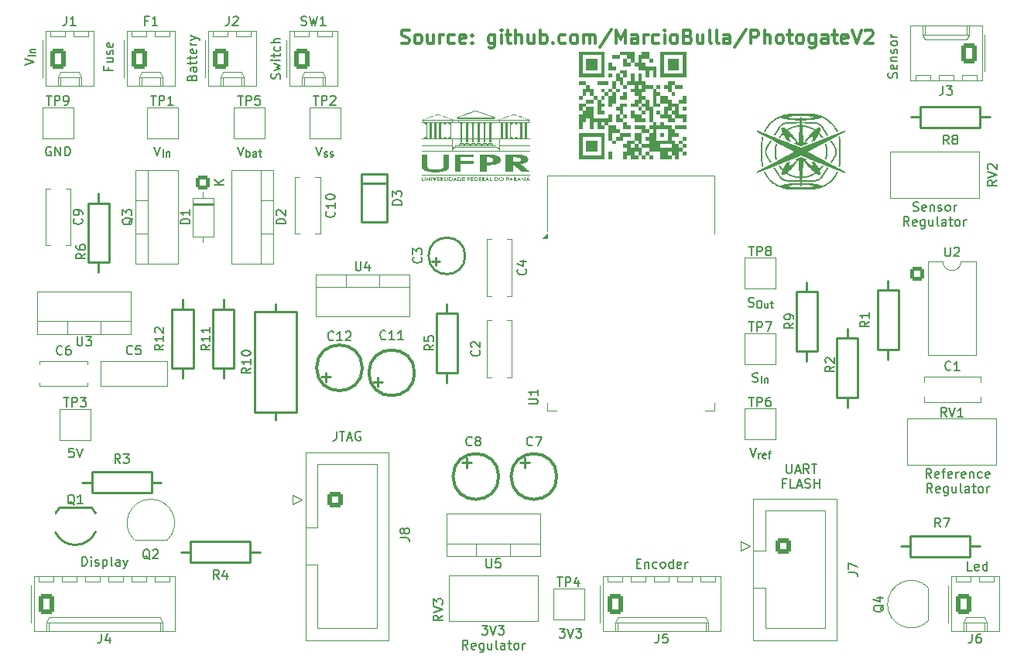
<source format=gbr>
%TF.GenerationSoftware,KiCad,Pcbnew,9.0.3*%
%TF.CreationDate,2025-08-13T19:57:12+00:00*%
%TF.ProjectId,type(one),74797065-286f-46e6-9529-2e6b69636164,1.0*%
%TF.SameCoordinates,Original*%
%TF.FileFunction,Legend,Top*%
%TF.FilePolarity,Positive*%
%FSLAX46Y46*%
G04 Gerber Fmt 4.6, Leading zero omitted, Abs format (unit mm)*
G04 Created by KiCad (PCBNEW 9.0.3) date 2025-08-13 19:57:12*
%MOMM*%
%LPD*%
G01*
G04 APERTURE LIST*
G04 Aperture macros list*
%AMRoundRect*
0 Rectangle with rounded corners*
0 $1 Rounding radius*
0 $2 $3 $4 $5 $6 $7 $8 $9 X,Y pos of 4 corners*
0 Add a 4 corners polygon primitive as box body*
4,1,4,$2,$3,$4,$5,$6,$7,$8,$9,$2,$3,0*
0 Add four circle primitives for the rounded corners*
1,1,$1+$1,$2,$3*
1,1,$1+$1,$4,$5*
1,1,$1+$1,$6,$7*
1,1,$1+$1,$8,$9*
0 Add four rect primitives between the rounded corners*
20,1,$1+$1,$2,$3,$4,$5,0*
20,1,$1+$1,$4,$5,$6,$7,0*
20,1,$1+$1,$6,$7,$8,$9,0*
20,1,$1+$1,$8,$9,$2,$3,0*%
G04 Aperture macros list end*
%ADD10C,0.150000*%
%ADD11C,0.300000*%
%ADD12C,0.250000*%
%ADD13C,0.120000*%
%ADD14C,0.000000*%
%ADD15R,1.800000X1.800000*%
%ADD16C,1.800000*%
%ADD17C,0.600000*%
%ADD18R,3.800000X3.800000*%
%ADD19R,1.500000X0.900000*%
%ADD20R,0.900000X1.500000*%
%ADD21R,3.000000X3.000000*%
%ADD22C,1.600000*%
%ADD23C,1.440000*%
%ADD24RoundRect,0.250000X-0.550000X-0.550000X0.550000X-0.550000X0.550000X0.550000X-0.550000X0.550000X0*%
%ADD25C,1.400000*%
%ADD26O,1.740000X2.190000*%
%ADD27RoundRect,0.250000X-0.620000X-0.845000X0.620000X-0.845000X0.620000X0.845000X-0.620000X0.845000X0*%
%ADD28O,1.500000X1.050000*%
%ADD29R,1.500000X1.050000*%
%ADD30RoundRect,0.250000X-0.600000X-0.600000X0.600000X-0.600000X0.600000X0.600000X-0.600000X0.600000X0*%
%ADD31C,1.700000*%
%ADD32O,1.905000X2.000000*%
%ADD33R,1.905000X2.000000*%
%ADD34C,1.300000*%
%ADD35R,1.050000X1.500000*%
%ADD36O,1.050000X1.500000*%
%ADD37O,2.000000X1.905000*%
%ADD38R,2.000000X1.905000*%
%ADD39RoundRect,0.250000X-0.550000X0.550000X-0.550000X-0.550000X0.550000X-0.550000X0.550000X0.550000X0*%
%ADD40C,1.200000*%
%ADD41RoundRect,0.250000X0.620000X0.845000X-0.620000X0.845000X-0.620000X-0.845000X0.620000X-0.845000X0*%
G04 APERTURE END LIST*
D10*
X132369048Y-79464819D02*
X132702381Y-80464819D01*
X132702381Y-80464819D02*
X133035714Y-79464819D01*
X133283333Y-80537200D02*
X133359524Y-80575295D01*
X133359524Y-80575295D02*
X133511905Y-80575295D01*
X133511905Y-80575295D02*
X133588095Y-80537200D01*
X133588095Y-80537200D02*
X133626191Y-80461009D01*
X133626191Y-80461009D02*
X133626191Y-80422914D01*
X133626191Y-80422914D02*
X133588095Y-80346723D01*
X133588095Y-80346723D02*
X133511905Y-80308628D01*
X133511905Y-80308628D02*
X133397619Y-80308628D01*
X133397619Y-80308628D02*
X133321429Y-80270533D01*
X133321429Y-80270533D02*
X133283333Y-80194342D01*
X133283333Y-80194342D02*
X133283333Y-80156247D01*
X133283333Y-80156247D02*
X133321429Y-80080057D01*
X133321429Y-80080057D02*
X133397619Y-80041961D01*
X133397619Y-80041961D02*
X133511905Y-80041961D01*
X133511905Y-80041961D02*
X133588095Y-80080057D01*
X133930952Y-80537200D02*
X134007143Y-80575295D01*
X134007143Y-80575295D02*
X134159524Y-80575295D01*
X134159524Y-80575295D02*
X134235714Y-80537200D01*
X134235714Y-80537200D02*
X134273810Y-80461009D01*
X134273810Y-80461009D02*
X134273810Y-80422914D01*
X134273810Y-80422914D02*
X134235714Y-80346723D01*
X134235714Y-80346723D02*
X134159524Y-80308628D01*
X134159524Y-80308628D02*
X134045238Y-80308628D01*
X134045238Y-80308628D02*
X133969048Y-80270533D01*
X133969048Y-80270533D02*
X133930952Y-80194342D01*
X133930952Y-80194342D02*
X133930952Y-80156247D01*
X133930952Y-80156247D02*
X133969048Y-80080057D01*
X133969048Y-80080057D02*
X134045238Y-80041961D01*
X134045238Y-80041961D02*
X134159524Y-80041961D01*
X134159524Y-80041961D02*
X134235714Y-80080057D01*
X180136905Y-105182200D02*
X180279762Y-105229819D01*
X180279762Y-105229819D02*
X180517857Y-105229819D01*
X180517857Y-105229819D02*
X180613095Y-105182200D01*
X180613095Y-105182200D02*
X180660714Y-105134580D01*
X180660714Y-105134580D02*
X180708333Y-105039342D01*
X180708333Y-105039342D02*
X180708333Y-104944104D01*
X180708333Y-104944104D02*
X180660714Y-104848866D01*
X180660714Y-104848866D02*
X180613095Y-104801247D01*
X180613095Y-104801247D02*
X180517857Y-104753628D01*
X180517857Y-104753628D02*
X180327381Y-104706009D01*
X180327381Y-104706009D02*
X180232143Y-104658390D01*
X180232143Y-104658390D02*
X180184524Y-104610771D01*
X180184524Y-104610771D02*
X180136905Y-104515533D01*
X180136905Y-104515533D02*
X180136905Y-104420295D01*
X180136905Y-104420295D02*
X180184524Y-104325057D01*
X180184524Y-104325057D02*
X180232143Y-104277438D01*
X180232143Y-104277438D02*
X180327381Y-104229819D01*
X180327381Y-104229819D02*
X180565476Y-104229819D01*
X180565476Y-104229819D02*
X180708333Y-104277438D01*
X181089286Y-105340295D02*
X181089286Y-104540295D01*
X181470238Y-104806961D02*
X181470238Y-105340295D01*
X181470238Y-104883152D02*
X181508333Y-104845057D01*
X181508333Y-104845057D02*
X181584523Y-104806961D01*
X181584523Y-104806961D02*
X181698809Y-104806961D01*
X181698809Y-104806961D02*
X181775000Y-104845057D01*
X181775000Y-104845057D02*
X181813095Y-104921247D01*
X181813095Y-104921247D02*
X181813095Y-105340295D01*
X179822619Y-112464819D02*
X180155952Y-113464819D01*
X180155952Y-113464819D02*
X180489285Y-112464819D01*
X180775000Y-113575295D02*
X180775000Y-113041961D01*
X180775000Y-113194342D02*
X180813095Y-113118152D01*
X180813095Y-113118152D02*
X180851190Y-113080057D01*
X180851190Y-113080057D02*
X180927381Y-113041961D01*
X180927381Y-113041961D02*
X181003571Y-113041961D01*
X181575000Y-113537200D02*
X181498809Y-113575295D01*
X181498809Y-113575295D02*
X181346428Y-113575295D01*
X181346428Y-113575295D02*
X181270238Y-113537200D01*
X181270238Y-113537200D02*
X181232142Y-113461009D01*
X181232142Y-113461009D02*
X181232142Y-113156247D01*
X181232142Y-113156247D02*
X181270238Y-113080057D01*
X181270238Y-113080057D02*
X181346428Y-113041961D01*
X181346428Y-113041961D02*
X181498809Y-113041961D01*
X181498809Y-113041961D02*
X181575000Y-113080057D01*
X181575000Y-113080057D02*
X181613095Y-113156247D01*
X181613095Y-113156247D02*
X181613095Y-113232438D01*
X181613095Y-113232438D02*
X181232142Y-113308628D01*
X181841666Y-113041961D02*
X182146428Y-113041961D01*
X181955952Y-113575295D02*
X181955952Y-112889580D01*
X181955952Y-112889580D02*
X181994047Y-112813390D01*
X181994047Y-112813390D02*
X182070237Y-112775295D01*
X182070237Y-112775295D02*
X182146428Y-112775295D01*
X179679762Y-96947200D02*
X179822619Y-96994819D01*
X179822619Y-96994819D02*
X180060714Y-96994819D01*
X180060714Y-96994819D02*
X180155952Y-96947200D01*
X180155952Y-96947200D02*
X180203571Y-96899580D01*
X180203571Y-96899580D02*
X180251190Y-96804342D01*
X180251190Y-96804342D02*
X180251190Y-96709104D01*
X180251190Y-96709104D02*
X180203571Y-96613866D01*
X180203571Y-96613866D02*
X180155952Y-96566247D01*
X180155952Y-96566247D02*
X180060714Y-96518628D01*
X180060714Y-96518628D02*
X179870238Y-96471009D01*
X179870238Y-96471009D02*
X179775000Y-96423390D01*
X179775000Y-96423390D02*
X179727381Y-96375771D01*
X179727381Y-96375771D02*
X179679762Y-96280533D01*
X179679762Y-96280533D02*
X179679762Y-96185295D01*
X179679762Y-96185295D02*
X179727381Y-96090057D01*
X179727381Y-96090057D02*
X179775000Y-96042438D01*
X179775000Y-96042438D02*
X179870238Y-95994819D01*
X179870238Y-95994819D02*
X180108333Y-95994819D01*
X180108333Y-95994819D02*
X180251190Y-96042438D01*
X180784524Y-96305295D02*
X180936905Y-96305295D01*
X180936905Y-96305295D02*
X181013095Y-96343390D01*
X181013095Y-96343390D02*
X181089286Y-96419580D01*
X181089286Y-96419580D02*
X181127381Y-96571961D01*
X181127381Y-96571961D02*
X181127381Y-96838628D01*
X181127381Y-96838628D02*
X181089286Y-96991009D01*
X181089286Y-96991009D02*
X181013095Y-97067200D01*
X181013095Y-97067200D02*
X180936905Y-97105295D01*
X180936905Y-97105295D02*
X180784524Y-97105295D01*
X180784524Y-97105295D02*
X180708333Y-97067200D01*
X180708333Y-97067200D02*
X180632143Y-96991009D01*
X180632143Y-96991009D02*
X180594047Y-96838628D01*
X180594047Y-96838628D02*
X180594047Y-96571961D01*
X180594047Y-96571961D02*
X180632143Y-96419580D01*
X180632143Y-96419580D02*
X180708333Y-96343390D01*
X180708333Y-96343390D02*
X180784524Y-96305295D01*
X181813095Y-96571961D02*
X181813095Y-97105295D01*
X181470238Y-96571961D02*
X181470238Y-96991009D01*
X181470238Y-96991009D02*
X181508333Y-97067200D01*
X181508333Y-97067200D02*
X181584523Y-97105295D01*
X181584523Y-97105295D02*
X181698809Y-97105295D01*
X181698809Y-97105295D02*
X181775000Y-97067200D01*
X181775000Y-97067200D02*
X181813095Y-97029104D01*
X182079762Y-96571961D02*
X182384524Y-96571961D01*
X182194048Y-96305295D02*
X182194048Y-96991009D01*
X182194048Y-96991009D02*
X182232143Y-97067200D01*
X182232143Y-97067200D02*
X182308333Y-97105295D01*
X182308333Y-97105295D02*
X182384524Y-97105295D01*
X134605833Y-110629819D02*
X134605833Y-111344104D01*
X134605833Y-111344104D02*
X134558214Y-111486961D01*
X134558214Y-111486961D02*
X134462976Y-111582200D01*
X134462976Y-111582200D02*
X134320119Y-111629819D01*
X134320119Y-111629819D02*
X134224881Y-111629819D01*
X134939167Y-110629819D02*
X135510595Y-110629819D01*
X135224881Y-111629819D02*
X135224881Y-110629819D01*
X135796310Y-111344104D02*
X136272500Y-111344104D01*
X135701072Y-111629819D02*
X136034405Y-110629819D01*
X136034405Y-110629819D02*
X136367738Y-111629819D01*
X137224881Y-110677438D02*
X137129643Y-110629819D01*
X137129643Y-110629819D02*
X136986786Y-110629819D01*
X136986786Y-110629819D02*
X136843929Y-110677438D01*
X136843929Y-110677438D02*
X136748691Y-110772676D01*
X136748691Y-110772676D02*
X136701072Y-110867914D01*
X136701072Y-110867914D02*
X136653453Y-111058390D01*
X136653453Y-111058390D02*
X136653453Y-111201247D01*
X136653453Y-111201247D02*
X136701072Y-111391723D01*
X136701072Y-111391723D02*
X136748691Y-111486961D01*
X136748691Y-111486961D02*
X136843929Y-111582200D01*
X136843929Y-111582200D02*
X136986786Y-111629819D01*
X136986786Y-111629819D02*
X137082024Y-111629819D01*
X137082024Y-111629819D02*
X137224881Y-111582200D01*
X137224881Y-111582200D02*
X137272500Y-111534580D01*
X137272500Y-111534580D02*
X137272500Y-111201247D01*
X137272500Y-111201247D02*
X137082024Y-111201247D01*
X183824762Y-114219847D02*
X183824762Y-115029370D01*
X183824762Y-115029370D02*
X183872381Y-115124608D01*
X183872381Y-115124608D02*
X183920000Y-115172228D01*
X183920000Y-115172228D02*
X184015238Y-115219847D01*
X184015238Y-115219847D02*
X184205714Y-115219847D01*
X184205714Y-115219847D02*
X184300952Y-115172228D01*
X184300952Y-115172228D02*
X184348571Y-115124608D01*
X184348571Y-115124608D02*
X184396190Y-115029370D01*
X184396190Y-115029370D02*
X184396190Y-114219847D01*
X184824762Y-114934132D02*
X185300952Y-114934132D01*
X184729524Y-115219847D02*
X185062857Y-114219847D01*
X185062857Y-114219847D02*
X185396190Y-115219847D01*
X186300952Y-115219847D02*
X185967619Y-114743656D01*
X185729524Y-115219847D02*
X185729524Y-114219847D01*
X185729524Y-114219847D02*
X186110476Y-114219847D01*
X186110476Y-114219847D02*
X186205714Y-114267466D01*
X186205714Y-114267466D02*
X186253333Y-114315085D01*
X186253333Y-114315085D02*
X186300952Y-114410323D01*
X186300952Y-114410323D02*
X186300952Y-114553180D01*
X186300952Y-114553180D02*
X186253333Y-114648418D01*
X186253333Y-114648418D02*
X186205714Y-114696037D01*
X186205714Y-114696037D02*
X186110476Y-114743656D01*
X186110476Y-114743656D02*
X185729524Y-114743656D01*
X186586667Y-114219847D02*
X187158095Y-114219847D01*
X186872381Y-115219847D02*
X186872381Y-114219847D01*
X183729523Y-116305981D02*
X183396190Y-116305981D01*
X183396190Y-116829791D02*
X183396190Y-115829791D01*
X183396190Y-115829791D02*
X183872380Y-115829791D01*
X184729523Y-116829791D02*
X184253333Y-116829791D01*
X184253333Y-116829791D02*
X184253333Y-115829791D01*
X185015238Y-116544076D02*
X185491428Y-116544076D01*
X184920000Y-116829791D02*
X185253333Y-115829791D01*
X185253333Y-115829791D02*
X185586666Y-116829791D01*
X185872381Y-116782172D02*
X186015238Y-116829791D01*
X186015238Y-116829791D02*
X186253333Y-116829791D01*
X186253333Y-116829791D02*
X186348571Y-116782172D01*
X186348571Y-116782172D02*
X186396190Y-116734552D01*
X186396190Y-116734552D02*
X186443809Y-116639314D01*
X186443809Y-116639314D02*
X186443809Y-116544076D01*
X186443809Y-116544076D02*
X186396190Y-116448838D01*
X186396190Y-116448838D02*
X186348571Y-116401219D01*
X186348571Y-116401219D02*
X186253333Y-116353600D01*
X186253333Y-116353600D02*
X186062857Y-116305981D01*
X186062857Y-116305981D02*
X185967619Y-116258362D01*
X185967619Y-116258362D02*
X185920000Y-116210743D01*
X185920000Y-116210743D02*
X185872381Y-116115505D01*
X185872381Y-116115505D02*
X185872381Y-116020267D01*
X185872381Y-116020267D02*
X185920000Y-115925029D01*
X185920000Y-115925029D02*
X185967619Y-115877410D01*
X185967619Y-115877410D02*
X186062857Y-115829791D01*
X186062857Y-115829791D02*
X186300952Y-115829791D01*
X186300952Y-115829791D02*
X186443809Y-115877410D01*
X186872381Y-116829791D02*
X186872381Y-115829791D01*
X186872381Y-116305981D02*
X187443809Y-116305981D01*
X187443809Y-116829791D02*
X187443809Y-115829791D01*
X114684286Y-79464819D02*
X115017619Y-80464819D01*
X115017619Y-80464819D02*
X115350952Y-79464819D01*
X115636667Y-80575295D02*
X115636667Y-79775295D01*
X116017619Y-80041961D02*
X116017619Y-80575295D01*
X116017619Y-80118152D02*
X116055714Y-80080057D01*
X116055714Y-80080057D02*
X116131904Y-80041961D01*
X116131904Y-80041961D02*
X116246190Y-80041961D01*
X116246190Y-80041961D02*
X116322381Y-80080057D01*
X116322381Y-80080057D02*
X116360476Y-80156247D01*
X116360476Y-80156247D02*
X116360476Y-80575295D01*
X199689046Y-115734875D02*
X199355713Y-115258684D01*
X199117618Y-115734875D02*
X199117618Y-114734875D01*
X199117618Y-114734875D02*
X199498570Y-114734875D01*
X199498570Y-114734875D02*
X199593808Y-114782494D01*
X199593808Y-114782494D02*
X199641427Y-114830113D01*
X199641427Y-114830113D02*
X199689046Y-114925351D01*
X199689046Y-114925351D02*
X199689046Y-115068208D01*
X199689046Y-115068208D02*
X199641427Y-115163446D01*
X199641427Y-115163446D02*
X199593808Y-115211065D01*
X199593808Y-115211065D02*
X199498570Y-115258684D01*
X199498570Y-115258684D02*
X199117618Y-115258684D01*
X200498570Y-115687256D02*
X200403332Y-115734875D01*
X200403332Y-115734875D02*
X200212856Y-115734875D01*
X200212856Y-115734875D02*
X200117618Y-115687256D01*
X200117618Y-115687256D02*
X200069999Y-115592017D01*
X200069999Y-115592017D02*
X200069999Y-115211065D01*
X200069999Y-115211065D02*
X200117618Y-115115827D01*
X200117618Y-115115827D02*
X200212856Y-115068208D01*
X200212856Y-115068208D02*
X200403332Y-115068208D01*
X200403332Y-115068208D02*
X200498570Y-115115827D01*
X200498570Y-115115827D02*
X200546189Y-115211065D01*
X200546189Y-115211065D02*
X200546189Y-115306303D01*
X200546189Y-115306303D02*
X200069999Y-115401541D01*
X200831904Y-115068208D02*
X201212856Y-115068208D01*
X200974761Y-115734875D02*
X200974761Y-114877732D01*
X200974761Y-114877732D02*
X201022380Y-114782494D01*
X201022380Y-114782494D02*
X201117618Y-114734875D01*
X201117618Y-114734875D02*
X201212856Y-114734875D01*
X201927142Y-115687256D02*
X201831904Y-115734875D01*
X201831904Y-115734875D02*
X201641428Y-115734875D01*
X201641428Y-115734875D02*
X201546190Y-115687256D01*
X201546190Y-115687256D02*
X201498571Y-115592017D01*
X201498571Y-115592017D02*
X201498571Y-115211065D01*
X201498571Y-115211065D02*
X201546190Y-115115827D01*
X201546190Y-115115827D02*
X201641428Y-115068208D01*
X201641428Y-115068208D02*
X201831904Y-115068208D01*
X201831904Y-115068208D02*
X201927142Y-115115827D01*
X201927142Y-115115827D02*
X201974761Y-115211065D01*
X201974761Y-115211065D02*
X201974761Y-115306303D01*
X201974761Y-115306303D02*
X201498571Y-115401541D01*
X202403333Y-115734875D02*
X202403333Y-115068208D01*
X202403333Y-115258684D02*
X202450952Y-115163446D01*
X202450952Y-115163446D02*
X202498571Y-115115827D01*
X202498571Y-115115827D02*
X202593809Y-115068208D01*
X202593809Y-115068208D02*
X202689047Y-115068208D01*
X203403333Y-115687256D02*
X203308095Y-115734875D01*
X203308095Y-115734875D02*
X203117619Y-115734875D01*
X203117619Y-115734875D02*
X203022381Y-115687256D01*
X203022381Y-115687256D02*
X202974762Y-115592017D01*
X202974762Y-115592017D02*
X202974762Y-115211065D01*
X202974762Y-115211065D02*
X203022381Y-115115827D01*
X203022381Y-115115827D02*
X203117619Y-115068208D01*
X203117619Y-115068208D02*
X203308095Y-115068208D01*
X203308095Y-115068208D02*
X203403333Y-115115827D01*
X203403333Y-115115827D02*
X203450952Y-115211065D01*
X203450952Y-115211065D02*
X203450952Y-115306303D01*
X203450952Y-115306303D02*
X202974762Y-115401541D01*
X203879524Y-115068208D02*
X203879524Y-115734875D01*
X203879524Y-115163446D02*
X203927143Y-115115827D01*
X203927143Y-115115827D02*
X204022381Y-115068208D01*
X204022381Y-115068208D02*
X204165238Y-115068208D01*
X204165238Y-115068208D02*
X204260476Y-115115827D01*
X204260476Y-115115827D02*
X204308095Y-115211065D01*
X204308095Y-115211065D02*
X204308095Y-115734875D01*
X205212857Y-115687256D02*
X205117619Y-115734875D01*
X205117619Y-115734875D02*
X204927143Y-115734875D01*
X204927143Y-115734875D02*
X204831905Y-115687256D01*
X204831905Y-115687256D02*
X204784286Y-115639636D01*
X204784286Y-115639636D02*
X204736667Y-115544398D01*
X204736667Y-115544398D02*
X204736667Y-115258684D01*
X204736667Y-115258684D02*
X204784286Y-115163446D01*
X204784286Y-115163446D02*
X204831905Y-115115827D01*
X204831905Y-115115827D02*
X204927143Y-115068208D01*
X204927143Y-115068208D02*
X205117619Y-115068208D01*
X205117619Y-115068208D02*
X205212857Y-115115827D01*
X206022381Y-115687256D02*
X205927143Y-115734875D01*
X205927143Y-115734875D02*
X205736667Y-115734875D01*
X205736667Y-115734875D02*
X205641429Y-115687256D01*
X205641429Y-115687256D02*
X205593810Y-115592017D01*
X205593810Y-115592017D02*
X205593810Y-115211065D01*
X205593810Y-115211065D02*
X205641429Y-115115827D01*
X205641429Y-115115827D02*
X205736667Y-115068208D01*
X205736667Y-115068208D02*
X205927143Y-115068208D01*
X205927143Y-115068208D02*
X206022381Y-115115827D01*
X206022381Y-115115827D02*
X206070000Y-115211065D01*
X206070000Y-115211065D02*
X206070000Y-115306303D01*
X206070000Y-115306303D02*
X205593810Y-115401541D01*
X199784284Y-117344819D02*
X199450951Y-116868628D01*
X199212856Y-117344819D02*
X199212856Y-116344819D01*
X199212856Y-116344819D02*
X199593808Y-116344819D01*
X199593808Y-116344819D02*
X199689046Y-116392438D01*
X199689046Y-116392438D02*
X199736665Y-116440057D01*
X199736665Y-116440057D02*
X199784284Y-116535295D01*
X199784284Y-116535295D02*
X199784284Y-116678152D01*
X199784284Y-116678152D02*
X199736665Y-116773390D01*
X199736665Y-116773390D02*
X199689046Y-116821009D01*
X199689046Y-116821009D02*
X199593808Y-116868628D01*
X199593808Y-116868628D02*
X199212856Y-116868628D01*
X200593808Y-117297200D02*
X200498570Y-117344819D01*
X200498570Y-117344819D02*
X200308094Y-117344819D01*
X200308094Y-117344819D02*
X200212856Y-117297200D01*
X200212856Y-117297200D02*
X200165237Y-117201961D01*
X200165237Y-117201961D02*
X200165237Y-116821009D01*
X200165237Y-116821009D02*
X200212856Y-116725771D01*
X200212856Y-116725771D02*
X200308094Y-116678152D01*
X200308094Y-116678152D02*
X200498570Y-116678152D01*
X200498570Y-116678152D02*
X200593808Y-116725771D01*
X200593808Y-116725771D02*
X200641427Y-116821009D01*
X200641427Y-116821009D02*
X200641427Y-116916247D01*
X200641427Y-116916247D02*
X200165237Y-117011485D01*
X201498570Y-116678152D02*
X201498570Y-117487676D01*
X201498570Y-117487676D02*
X201450951Y-117582914D01*
X201450951Y-117582914D02*
X201403332Y-117630533D01*
X201403332Y-117630533D02*
X201308094Y-117678152D01*
X201308094Y-117678152D02*
X201165237Y-117678152D01*
X201165237Y-117678152D02*
X201069999Y-117630533D01*
X201498570Y-117297200D02*
X201403332Y-117344819D01*
X201403332Y-117344819D02*
X201212856Y-117344819D01*
X201212856Y-117344819D02*
X201117618Y-117297200D01*
X201117618Y-117297200D02*
X201069999Y-117249580D01*
X201069999Y-117249580D02*
X201022380Y-117154342D01*
X201022380Y-117154342D02*
X201022380Y-116868628D01*
X201022380Y-116868628D02*
X201069999Y-116773390D01*
X201069999Y-116773390D02*
X201117618Y-116725771D01*
X201117618Y-116725771D02*
X201212856Y-116678152D01*
X201212856Y-116678152D02*
X201403332Y-116678152D01*
X201403332Y-116678152D02*
X201498570Y-116725771D01*
X202403332Y-116678152D02*
X202403332Y-117344819D01*
X201974761Y-116678152D02*
X201974761Y-117201961D01*
X201974761Y-117201961D02*
X202022380Y-117297200D01*
X202022380Y-117297200D02*
X202117618Y-117344819D01*
X202117618Y-117344819D02*
X202260475Y-117344819D01*
X202260475Y-117344819D02*
X202355713Y-117297200D01*
X202355713Y-117297200D02*
X202403332Y-117249580D01*
X203022380Y-117344819D02*
X202927142Y-117297200D01*
X202927142Y-117297200D02*
X202879523Y-117201961D01*
X202879523Y-117201961D02*
X202879523Y-116344819D01*
X203831904Y-117344819D02*
X203831904Y-116821009D01*
X203831904Y-116821009D02*
X203784285Y-116725771D01*
X203784285Y-116725771D02*
X203689047Y-116678152D01*
X203689047Y-116678152D02*
X203498571Y-116678152D01*
X203498571Y-116678152D02*
X203403333Y-116725771D01*
X203831904Y-117297200D02*
X203736666Y-117344819D01*
X203736666Y-117344819D02*
X203498571Y-117344819D01*
X203498571Y-117344819D02*
X203403333Y-117297200D01*
X203403333Y-117297200D02*
X203355714Y-117201961D01*
X203355714Y-117201961D02*
X203355714Y-117106723D01*
X203355714Y-117106723D02*
X203403333Y-117011485D01*
X203403333Y-117011485D02*
X203498571Y-116963866D01*
X203498571Y-116963866D02*
X203736666Y-116963866D01*
X203736666Y-116963866D02*
X203831904Y-116916247D01*
X204165238Y-116678152D02*
X204546190Y-116678152D01*
X204308095Y-116344819D02*
X204308095Y-117201961D01*
X204308095Y-117201961D02*
X204355714Y-117297200D01*
X204355714Y-117297200D02*
X204450952Y-117344819D01*
X204450952Y-117344819D02*
X204546190Y-117344819D01*
X205022381Y-117344819D02*
X204927143Y-117297200D01*
X204927143Y-117297200D02*
X204879524Y-117249580D01*
X204879524Y-117249580D02*
X204831905Y-117154342D01*
X204831905Y-117154342D02*
X204831905Y-116868628D01*
X204831905Y-116868628D02*
X204879524Y-116773390D01*
X204879524Y-116773390D02*
X204927143Y-116725771D01*
X204927143Y-116725771D02*
X205022381Y-116678152D01*
X205022381Y-116678152D02*
X205165238Y-116678152D01*
X205165238Y-116678152D02*
X205260476Y-116725771D01*
X205260476Y-116725771D02*
X205308095Y-116773390D01*
X205308095Y-116773390D02*
X205355714Y-116868628D01*
X205355714Y-116868628D02*
X205355714Y-117154342D01*
X205355714Y-117154342D02*
X205308095Y-117249580D01*
X205308095Y-117249580D02*
X205260476Y-117297200D01*
X205260476Y-117297200D02*
X205165238Y-117344819D01*
X205165238Y-117344819D02*
X205022381Y-117344819D01*
X205784286Y-117344819D02*
X205784286Y-116678152D01*
X205784286Y-116868628D02*
X205831905Y-116773390D01*
X205831905Y-116773390D02*
X205879524Y-116725771D01*
X205879524Y-116725771D02*
X205974762Y-116678152D01*
X205974762Y-116678152D02*
X206070000Y-116678152D01*
X105854523Y-112484819D02*
X105378333Y-112484819D01*
X105378333Y-112484819D02*
X105330714Y-112961009D01*
X105330714Y-112961009D02*
X105378333Y-112913390D01*
X105378333Y-112913390D02*
X105473571Y-112865771D01*
X105473571Y-112865771D02*
X105711666Y-112865771D01*
X105711666Y-112865771D02*
X105806904Y-112913390D01*
X105806904Y-112913390D02*
X105854523Y-112961009D01*
X105854523Y-112961009D02*
X105902142Y-113056247D01*
X105902142Y-113056247D02*
X105902142Y-113294342D01*
X105902142Y-113294342D02*
X105854523Y-113389580D01*
X105854523Y-113389580D02*
X105806904Y-113437200D01*
X105806904Y-113437200D02*
X105711666Y-113484819D01*
X105711666Y-113484819D02*
X105473571Y-113484819D01*
X105473571Y-113484819D02*
X105378333Y-113437200D01*
X105378333Y-113437200D02*
X105330714Y-113389580D01*
X106187857Y-112484819D02*
X106521190Y-113484819D01*
X106521190Y-113484819D02*
X106854523Y-112484819D01*
X106767619Y-125345819D02*
X106767619Y-124345819D01*
X106767619Y-124345819D02*
X107005714Y-124345819D01*
X107005714Y-124345819D02*
X107148571Y-124393438D01*
X107148571Y-124393438D02*
X107243809Y-124488676D01*
X107243809Y-124488676D02*
X107291428Y-124583914D01*
X107291428Y-124583914D02*
X107339047Y-124774390D01*
X107339047Y-124774390D02*
X107339047Y-124917247D01*
X107339047Y-124917247D02*
X107291428Y-125107723D01*
X107291428Y-125107723D02*
X107243809Y-125202961D01*
X107243809Y-125202961D02*
X107148571Y-125298200D01*
X107148571Y-125298200D02*
X107005714Y-125345819D01*
X107005714Y-125345819D02*
X106767619Y-125345819D01*
X107767619Y-125345819D02*
X107767619Y-124679152D01*
X107767619Y-124345819D02*
X107720000Y-124393438D01*
X107720000Y-124393438D02*
X107767619Y-124441057D01*
X107767619Y-124441057D02*
X107815238Y-124393438D01*
X107815238Y-124393438D02*
X107767619Y-124345819D01*
X107767619Y-124345819D02*
X107767619Y-124441057D01*
X108196190Y-125298200D02*
X108291428Y-125345819D01*
X108291428Y-125345819D02*
X108481904Y-125345819D01*
X108481904Y-125345819D02*
X108577142Y-125298200D01*
X108577142Y-125298200D02*
X108624761Y-125202961D01*
X108624761Y-125202961D02*
X108624761Y-125155342D01*
X108624761Y-125155342D02*
X108577142Y-125060104D01*
X108577142Y-125060104D02*
X108481904Y-125012485D01*
X108481904Y-125012485D02*
X108339047Y-125012485D01*
X108339047Y-125012485D02*
X108243809Y-124964866D01*
X108243809Y-124964866D02*
X108196190Y-124869628D01*
X108196190Y-124869628D02*
X108196190Y-124822009D01*
X108196190Y-124822009D02*
X108243809Y-124726771D01*
X108243809Y-124726771D02*
X108339047Y-124679152D01*
X108339047Y-124679152D02*
X108481904Y-124679152D01*
X108481904Y-124679152D02*
X108577142Y-124726771D01*
X109053333Y-124679152D02*
X109053333Y-125679152D01*
X109053333Y-124726771D02*
X109148571Y-124679152D01*
X109148571Y-124679152D02*
X109339047Y-124679152D01*
X109339047Y-124679152D02*
X109434285Y-124726771D01*
X109434285Y-124726771D02*
X109481904Y-124774390D01*
X109481904Y-124774390D02*
X109529523Y-124869628D01*
X109529523Y-124869628D02*
X109529523Y-125155342D01*
X109529523Y-125155342D02*
X109481904Y-125250580D01*
X109481904Y-125250580D02*
X109434285Y-125298200D01*
X109434285Y-125298200D02*
X109339047Y-125345819D01*
X109339047Y-125345819D02*
X109148571Y-125345819D01*
X109148571Y-125345819D02*
X109053333Y-125298200D01*
X110100952Y-125345819D02*
X110005714Y-125298200D01*
X110005714Y-125298200D02*
X109958095Y-125202961D01*
X109958095Y-125202961D02*
X109958095Y-124345819D01*
X110910476Y-125345819D02*
X110910476Y-124822009D01*
X110910476Y-124822009D02*
X110862857Y-124726771D01*
X110862857Y-124726771D02*
X110767619Y-124679152D01*
X110767619Y-124679152D02*
X110577143Y-124679152D01*
X110577143Y-124679152D02*
X110481905Y-124726771D01*
X110910476Y-125298200D02*
X110815238Y-125345819D01*
X110815238Y-125345819D02*
X110577143Y-125345819D01*
X110577143Y-125345819D02*
X110481905Y-125298200D01*
X110481905Y-125298200D02*
X110434286Y-125202961D01*
X110434286Y-125202961D02*
X110434286Y-125107723D01*
X110434286Y-125107723D02*
X110481905Y-125012485D01*
X110481905Y-125012485D02*
X110577143Y-124964866D01*
X110577143Y-124964866D02*
X110815238Y-124964866D01*
X110815238Y-124964866D02*
X110910476Y-124917247D01*
X111291429Y-124679152D02*
X111529524Y-125345819D01*
X111767619Y-124679152D02*
X111529524Y-125345819D01*
X111529524Y-125345819D02*
X111434286Y-125583914D01*
X111434286Y-125583914D02*
X111386667Y-125631533D01*
X111386667Y-125631533D02*
X111291429Y-125679152D01*
X103378095Y-79512438D02*
X103282857Y-79464819D01*
X103282857Y-79464819D02*
X103140000Y-79464819D01*
X103140000Y-79464819D02*
X102997143Y-79512438D01*
X102997143Y-79512438D02*
X102901905Y-79607676D01*
X102901905Y-79607676D02*
X102854286Y-79702914D01*
X102854286Y-79702914D02*
X102806667Y-79893390D01*
X102806667Y-79893390D02*
X102806667Y-80036247D01*
X102806667Y-80036247D02*
X102854286Y-80226723D01*
X102854286Y-80226723D02*
X102901905Y-80321961D01*
X102901905Y-80321961D02*
X102997143Y-80417200D01*
X102997143Y-80417200D02*
X103140000Y-80464819D01*
X103140000Y-80464819D02*
X103235238Y-80464819D01*
X103235238Y-80464819D02*
X103378095Y-80417200D01*
X103378095Y-80417200D02*
X103425714Y-80369580D01*
X103425714Y-80369580D02*
X103425714Y-80036247D01*
X103425714Y-80036247D02*
X103235238Y-80036247D01*
X103854286Y-80464819D02*
X103854286Y-79464819D01*
X103854286Y-79464819D02*
X104425714Y-80464819D01*
X104425714Y-80464819D02*
X104425714Y-79464819D01*
X104901905Y-80464819D02*
X104901905Y-79464819D01*
X104901905Y-79464819D02*
X105140000Y-79464819D01*
X105140000Y-79464819D02*
X105282857Y-79512438D01*
X105282857Y-79512438D02*
X105378095Y-79607676D01*
X105378095Y-79607676D02*
X105425714Y-79702914D01*
X105425714Y-79702914D02*
X105473333Y-79893390D01*
X105473333Y-79893390D02*
X105473333Y-80036247D01*
X105473333Y-80036247D02*
X105425714Y-80226723D01*
X105425714Y-80226723D02*
X105378095Y-80321961D01*
X105378095Y-80321961D02*
X105282857Y-80417200D01*
X105282857Y-80417200D02*
X105140000Y-80464819D01*
X105140000Y-80464819D02*
X104901905Y-80464819D01*
X197691666Y-86477256D02*
X197834523Y-86524875D01*
X197834523Y-86524875D02*
X198072618Y-86524875D01*
X198072618Y-86524875D02*
X198167856Y-86477256D01*
X198167856Y-86477256D02*
X198215475Y-86429636D01*
X198215475Y-86429636D02*
X198263094Y-86334398D01*
X198263094Y-86334398D02*
X198263094Y-86239160D01*
X198263094Y-86239160D02*
X198215475Y-86143922D01*
X198215475Y-86143922D02*
X198167856Y-86096303D01*
X198167856Y-86096303D02*
X198072618Y-86048684D01*
X198072618Y-86048684D02*
X197882142Y-86001065D01*
X197882142Y-86001065D02*
X197786904Y-85953446D01*
X197786904Y-85953446D02*
X197739285Y-85905827D01*
X197739285Y-85905827D02*
X197691666Y-85810589D01*
X197691666Y-85810589D02*
X197691666Y-85715351D01*
X197691666Y-85715351D02*
X197739285Y-85620113D01*
X197739285Y-85620113D02*
X197786904Y-85572494D01*
X197786904Y-85572494D02*
X197882142Y-85524875D01*
X197882142Y-85524875D02*
X198120237Y-85524875D01*
X198120237Y-85524875D02*
X198263094Y-85572494D01*
X199072618Y-86477256D02*
X198977380Y-86524875D01*
X198977380Y-86524875D02*
X198786904Y-86524875D01*
X198786904Y-86524875D02*
X198691666Y-86477256D01*
X198691666Y-86477256D02*
X198644047Y-86382017D01*
X198644047Y-86382017D02*
X198644047Y-86001065D01*
X198644047Y-86001065D02*
X198691666Y-85905827D01*
X198691666Y-85905827D02*
X198786904Y-85858208D01*
X198786904Y-85858208D02*
X198977380Y-85858208D01*
X198977380Y-85858208D02*
X199072618Y-85905827D01*
X199072618Y-85905827D02*
X199120237Y-86001065D01*
X199120237Y-86001065D02*
X199120237Y-86096303D01*
X199120237Y-86096303D02*
X198644047Y-86191541D01*
X199548809Y-85858208D02*
X199548809Y-86524875D01*
X199548809Y-85953446D02*
X199596428Y-85905827D01*
X199596428Y-85905827D02*
X199691666Y-85858208D01*
X199691666Y-85858208D02*
X199834523Y-85858208D01*
X199834523Y-85858208D02*
X199929761Y-85905827D01*
X199929761Y-85905827D02*
X199977380Y-86001065D01*
X199977380Y-86001065D02*
X199977380Y-86524875D01*
X200405952Y-86477256D02*
X200501190Y-86524875D01*
X200501190Y-86524875D02*
X200691666Y-86524875D01*
X200691666Y-86524875D02*
X200786904Y-86477256D01*
X200786904Y-86477256D02*
X200834523Y-86382017D01*
X200834523Y-86382017D02*
X200834523Y-86334398D01*
X200834523Y-86334398D02*
X200786904Y-86239160D01*
X200786904Y-86239160D02*
X200691666Y-86191541D01*
X200691666Y-86191541D02*
X200548809Y-86191541D01*
X200548809Y-86191541D02*
X200453571Y-86143922D01*
X200453571Y-86143922D02*
X200405952Y-86048684D01*
X200405952Y-86048684D02*
X200405952Y-86001065D01*
X200405952Y-86001065D02*
X200453571Y-85905827D01*
X200453571Y-85905827D02*
X200548809Y-85858208D01*
X200548809Y-85858208D02*
X200691666Y-85858208D01*
X200691666Y-85858208D02*
X200786904Y-85905827D01*
X201405952Y-86524875D02*
X201310714Y-86477256D01*
X201310714Y-86477256D02*
X201263095Y-86429636D01*
X201263095Y-86429636D02*
X201215476Y-86334398D01*
X201215476Y-86334398D02*
X201215476Y-86048684D01*
X201215476Y-86048684D02*
X201263095Y-85953446D01*
X201263095Y-85953446D02*
X201310714Y-85905827D01*
X201310714Y-85905827D02*
X201405952Y-85858208D01*
X201405952Y-85858208D02*
X201548809Y-85858208D01*
X201548809Y-85858208D02*
X201644047Y-85905827D01*
X201644047Y-85905827D02*
X201691666Y-85953446D01*
X201691666Y-85953446D02*
X201739285Y-86048684D01*
X201739285Y-86048684D02*
X201739285Y-86334398D01*
X201739285Y-86334398D02*
X201691666Y-86429636D01*
X201691666Y-86429636D02*
X201644047Y-86477256D01*
X201644047Y-86477256D02*
X201548809Y-86524875D01*
X201548809Y-86524875D02*
X201405952Y-86524875D01*
X202167857Y-86524875D02*
X202167857Y-85858208D01*
X202167857Y-86048684D02*
X202215476Y-85953446D01*
X202215476Y-85953446D02*
X202263095Y-85905827D01*
X202263095Y-85905827D02*
X202358333Y-85858208D01*
X202358333Y-85858208D02*
X202453571Y-85858208D01*
X197239284Y-88134819D02*
X196905951Y-87658628D01*
X196667856Y-88134819D02*
X196667856Y-87134819D01*
X196667856Y-87134819D02*
X197048808Y-87134819D01*
X197048808Y-87134819D02*
X197144046Y-87182438D01*
X197144046Y-87182438D02*
X197191665Y-87230057D01*
X197191665Y-87230057D02*
X197239284Y-87325295D01*
X197239284Y-87325295D02*
X197239284Y-87468152D01*
X197239284Y-87468152D02*
X197191665Y-87563390D01*
X197191665Y-87563390D02*
X197144046Y-87611009D01*
X197144046Y-87611009D02*
X197048808Y-87658628D01*
X197048808Y-87658628D02*
X196667856Y-87658628D01*
X198048808Y-88087200D02*
X197953570Y-88134819D01*
X197953570Y-88134819D02*
X197763094Y-88134819D01*
X197763094Y-88134819D02*
X197667856Y-88087200D01*
X197667856Y-88087200D02*
X197620237Y-87991961D01*
X197620237Y-87991961D02*
X197620237Y-87611009D01*
X197620237Y-87611009D02*
X197667856Y-87515771D01*
X197667856Y-87515771D02*
X197763094Y-87468152D01*
X197763094Y-87468152D02*
X197953570Y-87468152D01*
X197953570Y-87468152D02*
X198048808Y-87515771D01*
X198048808Y-87515771D02*
X198096427Y-87611009D01*
X198096427Y-87611009D02*
X198096427Y-87706247D01*
X198096427Y-87706247D02*
X197620237Y-87801485D01*
X198953570Y-87468152D02*
X198953570Y-88277676D01*
X198953570Y-88277676D02*
X198905951Y-88372914D01*
X198905951Y-88372914D02*
X198858332Y-88420533D01*
X198858332Y-88420533D02*
X198763094Y-88468152D01*
X198763094Y-88468152D02*
X198620237Y-88468152D01*
X198620237Y-88468152D02*
X198524999Y-88420533D01*
X198953570Y-88087200D02*
X198858332Y-88134819D01*
X198858332Y-88134819D02*
X198667856Y-88134819D01*
X198667856Y-88134819D02*
X198572618Y-88087200D01*
X198572618Y-88087200D02*
X198524999Y-88039580D01*
X198524999Y-88039580D02*
X198477380Y-87944342D01*
X198477380Y-87944342D02*
X198477380Y-87658628D01*
X198477380Y-87658628D02*
X198524999Y-87563390D01*
X198524999Y-87563390D02*
X198572618Y-87515771D01*
X198572618Y-87515771D02*
X198667856Y-87468152D01*
X198667856Y-87468152D02*
X198858332Y-87468152D01*
X198858332Y-87468152D02*
X198953570Y-87515771D01*
X199858332Y-87468152D02*
X199858332Y-88134819D01*
X199429761Y-87468152D02*
X199429761Y-87991961D01*
X199429761Y-87991961D02*
X199477380Y-88087200D01*
X199477380Y-88087200D02*
X199572618Y-88134819D01*
X199572618Y-88134819D02*
X199715475Y-88134819D01*
X199715475Y-88134819D02*
X199810713Y-88087200D01*
X199810713Y-88087200D02*
X199858332Y-88039580D01*
X200477380Y-88134819D02*
X200382142Y-88087200D01*
X200382142Y-88087200D02*
X200334523Y-87991961D01*
X200334523Y-87991961D02*
X200334523Y-87134819D01*
X201286904Y-88134819D02*
X201286904Y-87611009D01*
X201286904Y-87611009D02*
X201239285Y-87515771D01*
X201239285Y-87515771D02*
X201144047Y-87468152D01*
X201144047Y-87468152D02*
X200953571Y-87468152D01*
X200953571Y-87468152D02*
X200858333Y-87515771D01*
X201286904Y-88087200D02*
X201191666Y-88134819D01*
X201191666Y-88134819D02*
X200953571Y-88134819D01*
X200953571Y-88134819D02*
X200858333Y-88087200D01*
X200858333Y-88087200D02*
X200810714Y-87991961D01*
X200810714Y-87991961D02*
X200810714Y-87896723D01*
X200810714Y-87896723D02*
X200858333Y-87801485D01*
X200858333Y-87801485D02*
X200953571Y-87753866D01*
X200953571Y-87753866D02*
X201191666Y-87753866D01*
X201191666Y-87753866D02*
X201286904Y-87706247D01*
X201620238Y-87468152D02*
X202001190Y-87468152D01*
X201763095Y-87134819D02*
X201763095Y-87991961D01*
X201763095Y-87991961D02*
X201810714Y-88087200D01*
X201810714Y-88087200D02*
X201905952Y-88134819D01*
X201905952Y-88134819D02*
X202001190Y-88134819D01*
X202477381Y-88134819D02*
X202382143Y-88087200D01*
X202382143Y-88087200D02*
X202334524Y-88039580D01*
X202334524Y-88039580D02*
X202286905Y-87944342D01*
X202286905Y-87944342D02*
X202286905Y-87658628D01*
X202286905Y-87658628D02*
X202334524Y-87563390D01*
X202334524Y-87563390D02*
X202382143Y-87515771D01*
X202382143Y-87515771D02*
X202477381Y-87468152D01*
X202477381Y-87468152D02*
X202620238Y-87468152D01*
X202620238Y-87468152D02*
X202715476Y-87515771D01*
X202715476Y-87515771D02*
X202763095Y-87563390D01*
X202763095Y-87563390D02*
X202810714Y-87658628D01*
X202810714Y-87658628D02*
X202810714Y-87944342D01*
X202810714Y-87944342D02*
X202763095Y-88039580D01*
X202763095Y-88039580D02*
X202715476Y-88087200D01*
X202715476Y-88087200D02*
X202620238Y-88134819D01*
X202620238Y-88134819D02*
X202477381Y-88134819D01*
X203239286Y-88134819D02*
X203239286Y-87468152D01*
X203239286Y-87658628D02*
X203286905Y-87563390D01*
X203286905Y-87563390D02*
X203334524Y-87515771D01*
X203334524Y-87515771D02*
X203429762Y-87468152D01*
X203429762Y-87468152D02*
X203525000Y-87468152D01*
X123809285Y-79464819D02*
X124142618Y-80464819D01*
X124142618Y-80464819D02*
X124475951Y-79464819D01*
X124761666Y-80575295D02*
X124761666Y-79775295D01*
X124761666Y-80080057D02*
X124837856Y-80041961D01*
X124837856Y-80041961D02*
X124990237Y-80041961D01*
X124990237Y-80041961D02*
X125066428Y-80080057D01*
X125066428Y-80080057D02*
X125104523Y-80118152D01*
X125104523Y-80118152D02*
X125142618Y-80194342D01*
X125142618Y-80194342D02*
X125142618Y-80422914D01*
X125142618Y-80422914D02*
X125104523Y-80499104D01*
X125104523Y-80499104D02*
X125066428Y-80537200D01*
X125066428Y-80537200D02*
X124990237Y-80575295D01*
X124990237Y-80575295D02*
X124837856Y-80575295D01*
X124837856Y-80575295D02*
X124761666Y-80537200D01*
X125828333Y-80575295D02*
X125828333Y-80156247D01*
X125828333Y-80156247D02*
X125790238Y-80080057D01*
X125790238Y-80080057D02*
X125714047Y-80041961D01*
X125714047Y-80041961D02*
X125561666Y-80041961D01*
X125561666Y-80041961D02*
X125485476Y-80080057D01*
X125828333Y-80537200D02*
X125752142Y-80575295D01*
X125752142Y-80575295D02*
X125561666Y-80575295D01*
X125561666Y-80575295D02*
X125485476Y-80537200D01*
X125485476Y-80537200D02*
X125447380Y-80461009D01*
X125447380Y-80461009D02*
X125447380Y-80384819D01*
X125447380Y-80384819D02*
X125485476Y-80308628D01*
X125485476Y-80308628D02*
X125561666Y-80270533D01*
X125561666Y-80270533D02*
X125752142Y-80270533D01*
X125752142Y-80270533D02*
X125828333Y-80232438D01*
X126095000Y-80041961D02*
X126399762Y-80041961D01*
X126209286Y-79775295D02*
X126209286Y-80461009D01*
X126209286Y-80461009D02*
X126247381Y-80537200D01*
X126247381Y-80537200D02*
X126323571Y-80575295D01*
X126323571Y-80575295D02*
X126399762Y-80575295D01*
X109659009Y-70738857D02*
X109659009Y-71072190D01*
X110182819Y-71072190D02*
X109182819Y-71072190D01*
X109182819Y-71072190D02*
X109182819Y-70596000D01*
X109516152Y-69786476D02*
X110182819Y-69786476D01*
X109516152Y-70215047D02*
X110039961Y-70215047D01*
X110039961Y-70215047D02*
X110135200Y-70167428D01*
X110135200Y-70167428D02*
X110182819Y-70072190D01*
X110182819Y-70072190D02*
X110182819Y-69929333D01*
X110182819Y-69929333D02*
X110135200Y-69834095D01*
X110135200Y-69834095D02*
X110087580Y-69786476D01*
X110135200Y-69357904D02*
X110182819Y-69262666D01*
X110182819Y-69262666D02*
X110182819Y-69072190D01*
X110182819Y-69072190D02*
X110135200Y-68976952D01*
X110135200Y-68976952D02*
X110039961Y-68929333D01*
X110039961Y-68929333D02*
X109992342Y-68929333D01*
X109992342Y-68929333D02*
X109897104Y-68976952D01*
X109897104Y-68976952D02*
X109849485Y-69072190D01*
X109849485Y-69072190D02*
X109849485Y-69215047D01*
X109849485Y-69215047D02*
X109801866Y-69310285D01*
X109801866Y-69310285D02*
X109706628Y-69357904D01*
X109706628Y-69357904D02*
X109659009Y-69357904D01*
X109659009Y-69357904D02*
X109563771Y-69310285D01*
X109563771Y-69310285D02*
X109516152Y-69215047D01*
X109516152Y-69215047D02*
X109516152Y-69072190D01*
X109516152Y-69072190D02*
X109563771Y-68976952D01*
X110135200Y-68119809D02*
X110182819Y-68215047D01*
X110182819Y-68215047D02*
X110182819Y-68405523D01*
X110182819Y-68405523D02*
X110135200Y-68500761D01*
X110135200Y-68500761D02*
X110039961Y-68548380D01*
X110039961Y-68548380D02*
X109659009Y-68548380D01*
X109659009Y-68548380D02*
X109563771Y-68500761D01*
X109563771Y-68500761D02*
X109516152Y-68405523D01*
X109516152Y-68405523D02*
X109516152Y-68215047D01*
X109516152Y-68215047D02*
X109563771Y-68119809D01*
X109563771Y-68119809D02*
X109659009Y-68072190D01*
X109659009Y-68072190D02*
X109754247Y-68072190D01*
X109754247Y-68072190D02*
X109849485Y-68548380D01*
X195910200Y-71929333D02*
X195957819Y-71786476D01*
X195957819Y-71786476D02*
X195957819Y-71548381D01*
X195957819Y-71548381D02*
X195910200Y-71453143D01*
X195910200Y-71453143D02*
X195862580Y-71405524D01*
X195862580Y-71405524D02*
X195767342Y-71357905D01*
X195767342Y-71357905D02*
X195672104Y-71357905D01*
X195672104Y-71357905D02*
X195576866Y-71405524D01*
X195576866Y-71405524D02*
X195529247Y-71453143D01*
X195529247Y-71453143D02*
X195481628Y-71548381D01*
X195481628Y-71548381D02*
X195434009Y-71738857D01*
X195434009Y-71738857D02*
X195386390Y-71834095D01*
X195386390Y-71834095D02*
X195338771Y-71881714D01*
X195338771Y-71881714D02*
X195243533Y-71929333D01*
X195243533Y-71929333D02*
X195148295Y-71929333D01*
X195148295Y-71929333D02*
X195053057Y-71881714D01*
X195053057Y-71881714D02*
X195005438Y-71834095D01*
X195005438Y-71834095D02*
X194957819Y-71738857D01*
X194957819Y-71738857D02*
X194957819Y-71500762D01*
X194957819Y-71500762D02*
X195005438Y-71357905D01*
X195910200Y-70548381D02*
X195957819Y-70643619D01*
X195957819Y-70643619D02*
X195957819Y-70834095D01*
X195957819Y-70834095D02*
X195910200Y-70929333D01*
X195910200Y-70929333D02*
X195814961Y-70976952D01*
X195814961Y-70976952D02*
X195434009Y-70976952D01*
X195434009Y-70976952D02*
X195338771Y-70929333D01*
X195338771Y-70929333D02*
X195291152Y-70834095D01*
X195291152Y-70834095D02*
X195291152Y-70643619D01*
X195291152Y-70643619D02*
X195338771Y-70548381D01*
X195338771Y-70548381D02*
X195434009Y-70500762D01*
X195434009Y-70500762D02*
X195529247Y-70500762D01*
X195529247Y-70500762D02*
X195624485Y-70976952D01*
X195291152Y-70072190D02*
X195957819Y-70072190D01*
X195386390Y-70072190D02*
X195338771Y-70024571D01*
X195338771Y-70024571D02*
X195291152Y-69929333D01*
X195291152Y-69929333D02*
X195291152Y-69786476D01*
X195291152Y-69786476D02*
X195338771Y-69691238D01*
X195338771Y-69691238D02*
X195434009Y-69643619D01*
X195434009Y-69643619D02*
X195957819Y-69643619D01*
X195910200Y-69215047D02*
X195957819Y-69119809D01*
X195957819Y-69119809D02*
X195957819Y-68929333D01*
X195957819Y-68929333D02*
X195910200Y-68834095D01*
X195910200Y-68834095D02*
X195814961Y-68786476D01*
X195814961Y-68786476D02*
X195767342Y-68786476D01*
X195767342Y-68786476D02*
X195672104Y-68834095D01*
X195672104Y-68834095D02*
X195624485Y-68929333D01*
X195624485Y-68929333D02*
X195624485Y-69072190D01*
X195624485Y-69072190D02*
X195576866Y-69167428D01*
X195576866Y-69167428D02*
X195481628Y-69215047D01*
X195481628Y-69215047D02*
X195434009Y-69215047D01*
X195434009Y-69215047D02*
X195338771Y-69167428D01*
X195338771Y-69167428D02*
X195291152Y-69072190D01*
X195291152Y-69072190D02*
X195291152Y-68929333D01*
X195291152Y-68929333D02*
X195338771Y-68834095D01*
X195957819Y-68215047D02*
X195910200Y-68310285D01*
X195910200Y-68310285D02*
X195862580Y-68357904D01*
X195862580Y-68357904D02*
X195767342Y-68405523D01*
X195767342Y-68405523D02*
X195481628Y-68405523D01*
X195481628Y-68405523D02*
X195386390Y-68357904D01*
X195386390Y-68357904D02*
X195338771Y-68310285D01*
X195338771Y-68310285D02*
X195291152Y-68215047D01*
X195291152Y-68215047D02*
X195291152Y-68072190D01*
X195291152Y-68072190D02*
X195338771Y-67976952D01*
X195338771Y-67976952D02*
X195386390Y-67929333D01*
X195386390Y-67929333D02*
X195481628Y-67881714D01*
X195481628Y-67881714D02*
X195767342Y-67881714D01*
X195767342Y-67881714D02*
X195862580Y-67929333D01*
X195862580Y-67929333D02*
X195910200Y-67976952D01*
X195910200Y-67976952D02*
X195957819Y-68072190D01*
X195957819Y-68072190D02*
X195957819Y-68215047D01*
X195957819Y-67453142D02*
X195291152Y-67453142D01*
X195481628Y-67453142D02*
X195386390Y-67405523D01*
X195386390Y-67405523D02*
X195338771Y-67357904D01*
X195338771Y-67357904D02*
X195291152Y-67262666D01*
X195291152Y-67262666D02*
X195291152Y-67167428D01*
X128423200Y-72044285D02*
X128470819Y-71901428D01*
X128470819Y-71901428D02*
X128470819Y-71663333D01*
X128470819Y-71663333D02*
X128423200Y-71568095D01*
X128423200Y-71568095D02*
X128375580Y-71520476D01*
X128375580Y-71520476D02*
X128280342Y-71472857D01*
X128280342Y-71472857D02*
X128185104Y-71472857D01*
X128185104Y-71472857D02*
X128089866Y-71520476D01*
X128089866Y-71520476D02*
X128042247Y-71568095D01*
X128042247Y-71568095D02*
X127994628Y-71663333D01*
X127994628Y-71663333D02*
X127947009Y-71853809D01*
X127947009Y-71853809D02*
X127899390Y-71949047D01*
X127899390Y-71949047D02*
X127851771Y-71996666D01*
X127851771Y-71996666D02*
X127756533Y-72044285D01*
X127756533Y-72044285D02*
X127661295Y-72044285D01*
X127661295Y-72044285D02*
X127566057Y-71996666D01*
X127566057Y-71996666D02*
X127518438Y-71949047D01*
X127518438Y-71949047D02*
X127470819Y-71853809D01*
X127470819Y-71853809D02*
X127470819Y-71615714D01*
X127470819Y-71615714D02*
X127518438Y-71472857D01*
X127804152Y-71139523D02*
X128470819Y-70949047D01*
X128470819Y-70949047D02*
X127994628Y-70758571D01*
X127994628Y-70758571D02*
X128470819Y-70568095D01*
X128470819Y-70568095D02*
X127804152Y-70377619D01*
X128470819Y-69996666D02*
X127804152Y-69996666D01*
X127470819Y-69996666D02*
X127518438Y-70044285D01*
X127518438Y-70044285D02*
X127566057Y-69996666D01*
X127566057Y-69996666D02*
X127518438Y-69949047D01*
X127518438Y-69949047D02*
X127470819Y-69996666D01*
X127470819Y-69996666D02*
X127566057Y-69996666D01*
X127804152Y-69663333D02*
X127804152Y-69282381D01*
X127470819Y-69520476D02*
X128327961Y-69520476D01*
X128327961Y-69520476D02*
X128423200Y-69472857D01*
X128423200Y-69472857D02*
X128470819Y-69377619D01*
X128470819Y-69377619D02*
X128470819Y-69282381D01*
X128423200Y-68520476D02*
X128470819Y-68615714D01*
X128470819Y-68615714D02*
X128470819Y-68806190D01*
X128470819Y-68806190D02*
X128423200Y-68901428D01*
X128423200Y-68901428D02*
X128375580Y-68949047D01*
X128375580Y-68949047D02*
X128280342Y-68996666D01*
X128280342Y-68996666D02*
X127994628Y-68996666D01*
X127994628Y-68996666D02*
X127899390Y-68949047D01*
X127899390Y-68949047D02*
X127851771Y-68901428D01*
X127851771Y-68901428D02*
X127804152Y-68806190D01*
X127804152Y-68806190D02*
X127804152Y-68615714D01*
X127804152Y-68615714D02*
X127851771Y-68520476D01*
X128470819Y-68091904D02*
X127470819Y-68091904D01*
X128470819Y-67663333D02*
X127947009Y-67663333D01*
X127947009Y-67663333D02*
X127851771Y-67710952D01*
X127851771Y-67710952D02*
X127804152Y-67806190D01*
X127804152Y-67806190D02*
X127804152Y-67949047D01*
X127804152Y-67949047D02*
X127851771Y-68044285D01*
X127851771Y-68044285D02*
X127899390Y-68091904D01*
X118803009Y-71901429D02*
X118850628Y-71758572D01*
X118850628Y-71758572D02*
X118898247Y-71710953D01*
X118898247Y-71710953D02*
X118993485Y-71663334D01*
X118993485Y-71663334D02*
X119136342Y-71663334D01*
X119136342Y-71663334D02*
X119231580Y-71710953D01*
X119231580Y-71710953D02*
X119279200Y-71758572D01*
X119279200Y-71758572D02*
X119326819Y-71853810D01*
X119326819Y-71853810D02*
X119326819Y-72234762D01*
X119326819Y-72234762D02*
X118326819Y-72234762D01*
X118326819Y-72234762D02*
X118326819Y-71901429D01*
X118326819Y-71901429D02*
X118374438Y-71806191D01*
X118374438Y-71806191D02*
X118422057Y-71758572D01*
X118422057Y-71758572D02*
X118517295Y-71710953D01*
X118517295Y-71710953D02*
X118612533Y-71710953D01*
X118612533Y-71710953D02*
X118707771Y-71758572D01*
X118707771Y-71758572D02*
X118755390Y-71806191D01*
X118755390Y-71806191D02*
X118803009Y-71901429D01*
X118803009Y-71901429D02*
X118803009Y-72234762D01*
X119326819Y-70806191D02*
X118803009Y-70806191D01*
X118803009Y-70806191D02*
X118707771Y-70853810D01*
X118707771Y-70853810D02*
X118660152Y-70949048D01*
X118660152Y-70949048D02*
X118660152Y-71139524D01*
X118660152Y-71139524D02*
X118707771Y-71234762D01*
X119279200Y-70806191D02*
X119326819Y-70901429D01*
X119326819Y-70901429D02*
X119326819Y-71139524D01*
X119326819Y-71139524D02*
X119279200Y-71234762D01*
X119279200Y-71234762D02*
X119183961Y-71282381D01*
X119183961Y-71282381D02*
X119088723Y-71282381D01*
X119088723Y-71282381D02*
X118993485Y-71234762D01*
X118993485Y-71234762D02*
X118945866Y-71139524D01*
X118945866Y-71139524D02*
X118945866Y-70901429D01*
X118945866Y-70901429D02*
X118898247Y-70806191D01*
X118660152Y-70472857D02*
X118660152Y-70091905D01*
X118326819Y-70330000D02*
X119183961Y-70330000D01*
X119183961Y-70330000D02*
X119279200Y-70282381D01*
X119279200Y-70282381D02*
X119326819Y-70187143D01*
X119326819Y-70187143D02*
X119326819Y-70091905D01*
X118660152Y-69901428D02*
X118660152Y-69520476D01*
X118326819Y-69758571D02*
X119183961Y-69758571D01*
X119183961Y-69758571D02*
X119279200Y-69710952D01*
X119279200Y-69710952D02*
X119326819Y-69615714D01*
X119326819Y-69615714D02*
X119326819Y-69520476D01*
X119279200Y-68806190D02*
X119326819Y-68901428D01*
X119326819Y-68901428D02*
X119326819Y-69091904D01*
X119326819Y-69091904D02*
X119279200Y-69187142D01*
X119279200Y-69187142D02*
X119183961Y-69234761D01*
X119183961Y-69234761D02*
X118803009Y-69234761D01*
X118803009Y-69234761D02*
X118707771Y-69187142D01*
X118707771Y-69187142D02*
X118660152Y-69091904D01*
X118660152Y-69091904D02*
X118660152Y-68901428D01*
X118660152Y-68901428D02*
X118707771Y-68806190D01*
X118707771Y-68806190D02*
X118803009Y-68758571D01*
X118803009Y-68758571D02*
X118898247Y-68758571D01*
X118898247Y-68758571D02*
X118993485Y-69234761D01*
X119326819Y-68329999D02*
X118660152Y-68329999D01*
X118850628Y-68329999D02*
X118755390Y-68282380D01*
X118755390Y-68282380D02*
X118707771Y-68234761D01*
X118707771Y-68234761D02*
X118660152Y-68139523D01*
X118660152Y-68139523D02*
X118660152Y-68044285D01*
X118660152Y-67806189D02*
X119326819Y-67568094D01*
X118660152Y-67329999D02*
X119326819Y-67568094D01*
X119326819Y-67568094D02*
X119564914Y-67663332D01*
X119564914Y-67663332D02*
X119612533Y-67710951D01*
X119612533Y-67710951D02*
X119660152Y-67806189D01*
X100546819Y-70481713D02*
X101546819Y-70148380D01*
X101546819Y-70148380D02*
X100546819Y-69815047D01*
X101657295Y-69529332D02*
X100857295Y-69529332D01*
X101123961Y-69148380D02*
X101657295Y-69148380D01*
X101200152Y-69148380D02*
X101162057Y-69110285D01*
X101162057Y-69110285D02*
X101123961Y-69034095D01*
X101123961Y-69034095D02*
X101123961Y-68919809D01*
X101123961Y-68919809D02*
X101162057Y-68843618D01*
X101162057Y-68843618D02*
X101238247Y-68805523D01*
X101238247Y-68805523D02*
X101657295Y-68805523D01*
D11*
X141714285Y-68106900D02*
X141928571Y-68178328D01*
X141928571Y-68178328D02*
X142285713Y-68178328D01*
X142285713Y-68178328D02*
X142428571Y-68106900D01*
X142428571Y-68106900D02*
X142499999Y-68035471D01*
X142499999Y-68035471D02*
X142571428Y-67892614D01*
X142571428Y-67892614D02*
X142571428Y-67749757D01*
X142571428Y-67749757D02*
X142499999Y-67606900D01*
X142499999Y-67606900D02*
X142428571Y-67535471D01*
X142428571Y-67535471D02*
X142285713Y-67464042D01*
X142285713Y-67464042D02*
X141999999Y-67392614D01*
X141999999Y-67392614D02*
X141857142Y-67321185D01*
X141857142Y-67321185D02*
X141785713Y-67249757D01*
X141785713Y-67249757D02*
X141714285Y-67106900D01*
X141714285Y-67106900D02*
X141714285Y-66964042D01*
X141714285Y-66964042D02*
X141785713Y-66821185D01*
X141785713Y-66821185D02*
X141857142Y-66749757D01*
X141857142Y-66749757D02*
X141999999Y-66678328D01*
X141999999Y-66678328D02*
X142357142Y-66678328D01*
X142357142Y-66678328D02*
X142571428Y-66749757D01*
X143428570Y-68178328D02*
X143285713Y-68106900D01*
X143285713Y-68106900D02*
X143214284Y-68035471D01*
X143214284Y-68035471D02*
X143142856Y-67892614D01*
X143142856Y-67892614D02*
X143142856Y-67464042D01*
X143142856Y-67464042D02*
X143214284Y-67321185D01*
X143214284Y-67321185D02*
X143285713Y-67249757D01*
X143285713Y-67249757D02*
X143428570Y-67178328D01*
X143428570Y-67178328D02*
X143642856Y-67178328D01*
X143642856Y-67178328D02*
X143785713Y-67249757D01*
X143785713Y-67249757D02*
X143857142Y-67321185D01*
X143857142Y-67321185D02*
X143928570Y-67464042D01*
X143928570Y-67464042D02*
X143928570Y-67892614D01*
X143928570Y-67892614D02*
X143857142Y-68035471D01*
X143857142Y-68035471D02*
X143785713Y-68106900D01*
X143785713Y-68106900D02*
X143642856Y-68178328D01*
X143642856Y-68178328D02*
X143428570Y-68178328D01*
X145214285Y-67178328D02*
X145214285Y-68178328D01*
X144571427Y-67178328D02*
X144571427Y-67964042D01*
X144571427Y-67964042D02*
X144642856Y-68106900D01*
X144642856Y-68106900D02*
X144785713Y-68178328D01*
X144785713Y-68178328D02*
X144999999Y-68178328D01*
X144999999Y-68178328D02*
X145142856Y-68106900D01*
X145142856Y-68106900D02*
X145214285Y-68035471D01*
X145928570Y-68178328D02*
X145928570Y-67178328D01*
X145928570Y-67464042D02*
X145999999Y-67321185D01*
X145999999Y-67321185D02*
X146071428Y-67249757D01*
X146071428Y-67249757D02*
X146214285Y-67178328D01*
X146214285Y-67178328D02*
X146357142Y-67178328D01*
X147499999Y-68106900D02*
X147357141Y-68178328D01*
X147357141Y-68178328D02*
X147071427Y-68178328D01*
X147071427Y-68178328D02*
X146928570Y-68106900D01*
X146928570Y-68106900D02*
X146857141Y-68035471D01*
X146857141Y-68035471D02*
X146785713Y-67892614D01*
X146785713Y-67892614D02*
X146785713Y-67464042D01*
X146785713Y-67464042D02*
X146857141Y-67321185D01*
X146857141Y-67321185D02*
X146928570Y-67249757D01*
X146928570Y-67249757D02*
X147071427Y-67178328D01*
X147071427Y-67178328D02*
X147357141Y-67178328D01*
X147357141Y-67178328D02*
X147499999Y-67249757D01*
X148714284Y-68106900D02*
X148571427Y-68178328D01*
X148571427Y-68178328D02*
X148285713Y-68178328D01*
X148285713Y-68178328D02*
X148142855Y-68106900D01*
X148142855Y-68106900D02*
X148071427Y-67964042D01*
X148071427Y-67964042D02*
X148071427Y-67392614D01*
X148071427Y-67392614D02*
X148142855Y-67249757D01*
X148142855Y-67249757D02*
X148285713Y-67178328D01*
X148285713Y-67178328D02*
X148571427Y-67178328D01*
X148571427Y-67178328D02*
X148714284Y-67249757D01*
X148714284Y-67249757D02*
X148785713Y-67392614D01*
X148785713Y-67392614D02*
X148785713Y-67535471D01*
X148785713Y-67535471D02*
X148071427Y-67678328D01*
X149428569Y-68035471D02*
X149499998Y-68106900D01*
X149499998Y-68106900D02*
X149428569Y-68178328D01*
X149428569Y-68178328D02*
X149357141Y-68106900D01*
X149357141Y-68106900D02*
X149428569Y-68035471D01*
X149428569Y-68035471D02*
X149428569Y-68178328D01*
X149428569Y-67249757D02*
X149499998Y-67321185D01*
X149499998Y-67321185D02*
X149428569Y-67392614D01*
X149428569Y-67392614D02*
X149357141Y-67321185D01*
X149357141Y-67321185D02*
X149428569Y-67249757D01*
X149428569Y-67249757D02*
X149428569Y-67392614D01*
X151928570Y-67178328D02*
X151928570Y-68392614D01*
X151928570Y-68392614D02*
X151857141Y-68535471D01*
X151857141Y-68535471D02*
X151785712Y-68606900D01*
X151785712Y-68606900D02*
X151642855Y-68678328D01*
X151642855Y-68678328D02*
X151428570Y-68678328D01*
X151428570Y-68678328D02*
X151285712Y-68606900D01*
X151928570Y-68106900D02*
X151785712Y-68178328D01*
X151785712Y-68178328D02*
X151499998Y-68178328D01*
X151499998Y-68178328D02*
X151357141Y-68106900D01*
X151357141Y-68106900D02*
X151285712Y-68035471D01*
X151285712Y-68035471D02*
X151214284Y-67892614D01*
X151214284Y-67892614D02*
X151214284Y-67464042D01*
X151214284Y-67464042D02*
X151285712Y-67321185D01*
X151285712Y-67321185D02*
X151357141Y-67249757D01*
X151357141Y-67249757D02*
X151499998Y-67178328D01*
X151499998Y-67178328D02*
X151785712Y-67178328D01*
X151785712Y-67178328D02*
X151928570Y-67249757D01*
X152642855Y-68178328D02*
X152642855Y-67178328D01*
X152642855Y-66678328D02*
X152571427Y-66749757D01*
X152571427Y-66749757D02*
X152642855Y-66821185D01*
X152642855Y-66821185D02*
X152714284Y-66749757D01*
X152714284Y-66749757D02*
X152642855Y-66678328D01*
X152642855Y-66678328D02*
X152642855Y-66821185D01*
X153142856Y-67178328D02*
X153714284Y-67178328D01*
X153357141Y-66678328D02*
X153357141Y-67964042D01*
X153357141Y-67964042D02*
X153428570Y-68106900D01*
X153428570Y-68106900D02*
X153571427Y-68178328D01*
X153571427Y-68178328D02*
X153714284Y-68178328D01*
X154214284Y-68178328D02*
X154214284Y-66678328D01*
X154857142Y-68178328D02*
X154857142Y-67392614D01*
X154857142Y-67392614D02*
X154785713Y-67249757D01*
X154785713Y-67249757D02*
X154642856Y-67178328D01*
X154642856Y-67178328D02*
X154428570Y-67178328D01*
X154428570Y-67178328D02*
X154285713Y-67249757D01*
X154285713Y-67249757D02*
X154214284Y-67321185D01*
X156214285Y-67178328D02*
X156214285Y-68178328D01*
X155571427Y-67178328D02*
X155571427Y-67964042D01*
X155571427Y-67964042D02*
X155642856Y-68106900D01*
X155642856Y-68106900D02*
X155785713Y-68178328D01*
X155785713Y-68178328D02*
X155999999Y-68178328D01*
X155999999Y-68178328D02*
X156142856Y-68106900D01*
X156142856Y-68106900D02*
X156214285Y-68035471D01*
X156928570Y-68178328D02*
X156928570Y-66678328D01*
X156928570Y-67249757D02*
X157071428Y-67178328D01*
X157071428Y-67178328D02*
X157357142Y-67178328D01*
X157357142Y-67178328D02*
X157499999Y-67249757D01*
X157499999Y-67249757D02*
X157571428Y-67321185D01*
X157571428Y-67321185D02*
X157642856Y-67464042D01*
X157642856Y-67464042D02*
X157642856Y-67892614D01*
X157642856Y-67892614D02*
X157571428Y-68035471D01*
X157571428Y-68035471D02*
X157499999Y-68106900D01*
X157499999Y-68106900D02*
X157357142Y-68178328D01*
X157357142Y-68178328D02*
X157071428Y-68178328D01*
X157071428Y-68178328D02*
X156928570Y-68106900D01*
X158285713Y-68035471D02*
X158357142Y-68106900D01*
X158357142Y-68106900D02*
X158285713Y-68178328D01*
X158285713Y-68178328D02*
X158214285Y-68106900D01*
X158214285Y-68106900D02*
X158285713Y-68035471D01*
X158285713Y-68035471D02*
X158285713Y-68178328D01*
X159642857Y-68106900D02*
X159499999Y-68178328D01*
X159499999Y-68178328D02*
X159214285Y-68178328D01*
X159214285Y-68178328D02*
X159071428Y-68106900D01*
X159071428Y-68106900D02*
X158999999Y-68035471D01*
X158999999Y-68035471D02*
X158928571Y-67892614D01*
X158928571Y-67892614D02*
X158928571Y-67464042D01*
X158928571Y-67464042D02*
X158999999Y-67321185D01*
X158999999Y-67321185D02*
X159071428Y-67249757D01*
X159071428Y-67249757D02*
X159214285Y-67178328D01*
X159214285Y-67178328D02*
X159499999Y-67178328D01*
X159499999Y-67178328D02*
X159642857Y-67249757D01*
X160499999Y-68178328D02*
X160357142Y-68106900D01*
X160357142Y-68106900D02*
X160285713Y-68035471D01*
X160285713Y-68035471D02*
X160214285Y-67892614D01*
X160214285Y-67892614D02*
X160214285Y-67464042D01*
X160214285Y-67464042D02*
X160285713Y-67321185D01*
X160285713Y-67321185D02*
X160357142Y-67249757D01*
X160357142Y-67249757D02*
X160499999Y-67178328D01*
X160499999Y-67178328D02*
X160714285Y-67178328D01*
X160714285Y-67178328D02*
X160857142Y-67249757D01*
X160857142Y-67249757D02*
X160928571Y-67321185D01*
X160928571Y-67321185D02*
X160999999Y-67464042D01*
X160999999Y-67464042D02*
X160999999Y-67892614D01*
X160999999Y-67892614D02*
X160928571Y-68035471D01*
X160928571Y-68035471D02*
X160857142Y-68106900D01*
X160857142Y-68106900D02*
X160714285Y-68178328D01*
X160714285Y-68178328D02*
X160499999Y-68178328D01*
X161642856Y-68178328D02*
X161642856Y-67178328D01*
X161642856Y-67321185D02*
X161714285Y-67249757D01*
X161714285Y-67249757D02*
X161857142Y-67178328D01*
X161857142Y-67178328D02*
X162071428Y-67178328D01*
X162071428Y-67178328D02*
X162214285Y-67249757D01*
X162214285Y-67249757D02*
X162285714Y-67392614D01*
X162285714Y-67392614D02*
X162285714Y-68178328D01*
X162285714Y-67392614D02*
X162357142Y-67249757D01*
X162357142Y-67249757D02*
X162499999Y-67178328D01*
X162499999Y-67178328D02*
X162714285Y-67178328D01*
X162714285Y-67178328D02*
X162857142Y-67249757D01*
X162857142Y-67249757D02*
X162928571Y-67392614D01*
X162928571Y-67392614D02*
X162928571Y-68178328D01*
X164714285Y-66606900D02*
X163428571Y-68535471D01*
X165214285Y-68178328D02*
X165214285Y-66678328D01*
X165214285Y-66678328D02*
X165714285Y-67749757D01*
X165714285Y-67749757D02*
X166214285Y-66678328D01*
X166214285Y-66678328D02*
X166214285Y-68178328D01*
X167571429Y-68178328D02*
X167571429Y-67392614D01*
X167571429Y-67392614D02*
X167500000Y-67249757D01*
X167500000Y-67249757D02*
X167357143Y-67178328D01*
X167357143Y-67178328D02*
X167071429Y-67178328D01*
X167071429Y-67178328D02*
X166928571Y-67249757D01*
X167571429Y-68106900D02*
X167428571Y-68178328D01*
X167428571Y-68178328D02*
X167071429Y-68178328D01*
X167071429Y-68178328D02*
X166928571Y-68106900D01*
X166928571Y-68106900D02*
X166857143Y-67964042D01*
X166857143Y-67964042D02*
X166857143Y-67821185D01*
X166857143Y-67821185D02*
X166928571Y-67678328D01*
X166928571Y-67678328D02*
X167071429Y-67606900D01*
X167071429Y-67606900D02*
X167428571Y-67606900D01*
X167428571Y-67606900D02*
X167571429Y-67535471D01*
X168285714Y-68178328D02*
X168285714Y-67178328D01*
X168285714Y-67464042D02*
X168357143Y-67321185D01*
X168357143Y-67321185D02*
X168428572Y-67249757D01*
X168428572Y-67249757D02*
X168571429Y-67178328D01*
X168571429Y-67178328D02*
X168714286Y-67178328D01*
X169857143Y-68106900D02*
X169714285Y-68178328D01*
X169714285Y-68178328D02*
X169428571Y-68178328D01*
X169428571Y-68178328D02*
X169285714Y-68106900D01*
X169285714Y-68106900D02*
X169214285Y-68035471D01*
X169214285Y-68035471D02*
X169142857Y-67892614D01*
X169142857Y-67892614D02*
X169142857Y-67464042D01*
X169142857Y-67464042D02*
X169214285Y-67321185D01*
X169214285Y-67321185D02*
X169285714Y-67249757D01*
X169285714Y-67249757D02*
X169428571Y-67178328D01*
X169428571Y-67178328D02*
X169714285Y-67178328D01*
X169714285Y-67178328D02*
X169857143Y-67249757D01*
X170499999Y-68178328D02*
X170499999Y-67178328D01*
X170499999Y-66678328D02*
X170428571Y-66749757D01*
X170428571Y-66749757D02*
X170499999Y-66821185D01*
X170499999Y-66821185D02*
X170571428Y-66749757D01*
X170571428Y-66749757D02*
X170499999Y-66678328D01*
X170499999Y-66678328D02*
X170499999Y-66821185D01*
X171428571Y-68178328D02*
X171285714Y-68106900D01*
X171285714Y-68106900D02*
X171214285Y-68035471D01*
X171214285Y-68035471D02*
X171142857Y-67892614D01*
X171142857Y-67892614D02*
X171142857Y-67464042D01*
X171142857Y-67464042D02*
X171214285Y-67321185D01*
X171214285Y-67321185D02*
X171285714Y-67249757D01*
X171285714Y-67249757D02*
X171428571Y-67178328D01*
X171428571Y-67178328D02*
X171642857Y-67178328D01*
X171642857Y-67178328D02*
X171785714Y-67249757D01*
X171785714Y-67249757D02*
X171857143Y-67321185D01*
X171857143Y-67321185D02*
X171928571Y-67464042D01*
X171928571Y-67464042D02*
X171928571Y-67892614D01*
X171928571Y-67892614D02*
X171857143Y-68035471D01*
X171857143Y-68035471D02*
X171785714Y-68106900D01*
X171785714Y-68106900D02*
X171642857Y-68178328D01*
X171642857Y-68178328D02*
X171428571Y-68178328D01*
X173071428Y-67392614D02*
X173285714Y-67464042D01*
X173285714Y-67464042D02*
X173357143Y-67535471D01*
X173357143Y-67535471D02*
X173428571Y-67678328D01*
X173428571Y-67678328D02*
X173428571Y-67892614D01*
X173428571Y-67892614D02*
X173357143Y-68035471D01*
X173357143Y-68035471D02*
X173285714Y-68106900D01*
X173285714Y-68106900D02*
X173142857Y-68178328D01*
X173142857Y-68178328D02*
X172571428Y-68178328D01*
X172571428Y-68178328D02*
X172571428Y-66678328D01*
X172571428Y-66678328D02*
X173071428Y-66678328D01*
X173071428Y-66678328D02*
X173214286Y-66749757D01*
X173214286Y-66749757D02*
X173285714Y-66821185D01*
X173285714Y-66821185D02*
X173357143Y-66964042D01*
X173357143Y-66964042D02*
X173357143Y-67106900D01*
X173357143Y-67106900D02*
X173285714Y-67249757D01*
X173285714Y-67249757D02*
X173214286Y-67321185D01*
X173214286Y-67321185D02*
X173071428Y-67392614D01*
X173071428Y-67392614D02*
X172571428Y-67392614D01*
X174714286Y-67178328D02*
X174714286Y-68178328D01*
X174071428Y-67178328D02*
X174071428Y-67964042D01*
X174071428Y-67964042D02*
X174142857Y-68106900D01*
X174142857Y-68106900D02*
X174285714Y-68178328D01*
X174285714Y-68178328D02*
X174500000Y-68178328D01*
X174500000Y-68178328D02*
X174642857Y-68106900D01*
X174642857Y-68106900D02*
X174714286Y-68035471D01*
X175642857Y-68178328D02*
X175500000Y-68106900D01*
X175500000Y-68106900D02*
X175428571Y-67964042D01*
X175428571Y-67964042D02*
X175428571Y-66678328D01*
X176428571Y-68178328D02*
X176285714Y-68106900D01*
X176285714Y-68106900D02*
X176214285Y-67964042D01*
X176214285Y-67964042D02*
X176214285Y-66678328D01*
X177642857Y-68178328D02*
X177642857Y-67392614D01*
X177642857Y-67392614D02*
X177571428Y-67249757D01*
X177571428Y-67249757D02*
X177428571Y-67178328D01*
X177428571Y-67178328D02*
X177142857Y-67178328D01*
X177142857Y-67178328D02*
X176999999Y-67249757D01*
X177642857Y-68106900D02*
X177499999Y-68178328D01*
X177499999Y-68178328D02*
X177142857Y-68178328D01*
X177142857Y-68178328D02*
X176999999Y-68106900D01*
X176999999Y-68106900D02*
X176928571Y-67964042D01*
X176928571Y-67964042D02*
X176928571Y-67821185D01*
X176928571Y-67821185D02*
X176999999Y-67678328D01*
X176999999Y-67678328D02*
X177142857Y-67606900D01*
X177142857Y-67606900D02*
X177499999Y-67606900D01*
X177499999Y-67606900D02*
X177642857Y-67535471D01*
X179428571Y-66606900D02*
X178142857Y-68535471D01*
X179928571Y-68178328D02*
X179928571Y-66678328D01*
X179928571Y-66678328D02*
X180500000Y-66678328D01*
X180500000Y-66678328D02*
X180642857Y-66749757D01*
X180642857Y-66749757D02*
X180714286Y-66821185D01*
X180714286Y-66821185D02*
X180785714Y-66964042D01*
X180785714Y-66964042D02*
X180785714Y-67178328D01*
X180785714Y-67178328D02*
X180714286Y-67321185D01*
X180714286Y-67321185D02*
X180642857Y-67392614D01*
X180642857Y-67392614D02*
X180500000Y-67464042D01*
X180500000Y-67464042D02*
X179928571Y-67464042D01*
X181428571Y-68178328D02*
X181428571Y-66678328D01*
X182071429Y-68178328D02*
X182071429Y-67392614D01*
X182071429Y-67392614D02*
X182000000Y-67249757D01*
X182000000Y-67249757D02*
X181857143Y-67178328D01*
X181857143Y-67178328D02*
X181642857Y-67178328D01*
X181642857Y-67178328D02*
X181500000Y-67249757D01*
X181500000Y-67249757D02*
X181428571Y-67321185D01*
X183000000Y-68178328D02*
X182857143Y-68106900D01*
X182857143Y-68106900D02*
X182785714Y-68035471D01*
X182785714Y-68035471D02*
X182714286Y-67892614D01*
X182714286Y-67892614D02*
X182714286Y-67464042D01*
X182714286Y-67464042D02*
X182785714Y-67321185D01*
X182785714Y-67321185D02*
X182857143Y-67249757D01*
X182857143Y-67249757D02*
X183000000Y-67178328D01*
X183000000Y-67178328D02*
X183214286Y-67178328D01*
X183214286Y-67178328D02*
X183357143Y-67249757D01*
X183357143Y-67249757D02*
X183428572Y-67321185D01*
X183428572Y-67321185D02*
X183500000Y-67464042D01*
X183500000Y-67464042D02*
X183500000Y-67892614D01*
X183500000Y-67892614D02*
X183428572Y-68035471D01*
X183428572Y-68035471D02*
X183357143Y-68106900D01*
X183357143Y-68106900D02*
X183214286Y-68178328D01*
X183214286Y-68178328D02*
X183000000Y-68178328D01*
X183928572Y-67178328D02*
X184500000Y-67178328D01*
X184142857Y-66678328D02*
X184142857Y-67964042D01*
X184142857Y-67964042D02*
X184214286Y-68106900D01*
X184214286Y-68106900D02*
X184357143Y-68178328D01*
X184357143Y-68178328D02*
X184500000Y-68178328D01*
X185214286Y-68178328D02*
X185071429Y-68106900D01*
X185071429Y-68106900D02*
X185000000Y-68035471D01*
X185000000Y-68035471D02*
X184928572Y-67892614D01*
X184928572Y-67892614D02*
X184928572Y-67464042D01*
X184928572Y-67464042D02*
X185000000Y-67321185D01*
X185000000Y-67321185D02*
X185071429Y-67249757D01*
X185071429Y-67249757D02*
X185214286Y-67178328D01*
X185214286Y-67178328D02*
X185428572Y-67178328D01*
X185428572Y-67178328D02*
X185571429Y-67249757D01*
X185571429Y-67249757D02*
X185642858Y-67321185D01*
X185642858Y-67321185D02*
X185714286Y-67464042D01*
X185714286Y-67464042D02*
X185714286Y-67892614D01*
X185714286Y-67892614D02*
X185642858Y-68035471D01*
X185642858Y-68035471D02*
X185571429Y-68106900D01*
X185571429Y-68106900D02*
X185428572Y-68178328D01*
X185428572Y-68178328D02*
X185214286Y-68178328D01*
X187000001Y-67178328D02*
X187000001Y-68392614D01*
X187000001Y-68392614D02*
X186928572Y-68535471D01*
X186928572Y-68535471D02*
X186857143Y-68606900D01*
X186857143Y-68606900D02*
X186714286Y-68678328D01*
X186714286Y-68678328D02*
X186500001Y-68678328D01*
X186500001Y-68678328D02*
X186357143Y-68606900D01*
X187000001Y-68106900D02*
X186857143Y-68178328D01*
X186857143Y-68178328D02*
X186571429Y-68178328D01*
X186571429Y-68178328D02*
X186428572Y-68106900D01*
X186428572Y-68106900D02*
X186357143Y-68035471D01*
X186357143Y-68035471D02*
X186285715Y-67892614D01*
X186285715Y-67892614D02*
X186285715Y-67464042D01*
X186285715Y-67464042D02*
X186357143Y-67321185D01*
X186357143Y-67321185D02*
X186428572Y-67249757D01*
X186428572Y-67249757D02*
X186571429Y-67178328D01*
X186571429Y-67178328D02*
X186857143Y-67178328D01*
X186857143Y-67178328D02*
X187000001Y-67249757D01*
X188357144Y-68178328D02*
X188357144Y-67392614D01*
X188357144Y-67392614D02*
X188285715Y-67249757D01*
X188285715Y-67249757D02*
X188142858Y-67178328D01*
X188142858Y-67178328D02*
X187857144Y-67178328D01*
X187857144Y-67178328D02*
X187714286Y-67249757D01*
X188357144Y-68106900D02*
X188214286Y-68178328D01*
X188214286Y-68178328D02*
X187857144Y-68178328D01*
X187857144Y-68178328D02*
X187714286Y-68106900D01*
X187714286Y-68106900D02*
X187642858Y-67964042D01*
X187642858Y-67964042D02*
X187642858Y-67821185D01*
X187642858Y-67821185D02*
X187714286Y-67678328D01*
X187714286Y-67678328D02*
X187857144Y-67606900D01*
X187857144Y-67606900D02*
X188214286Y-67606900D01*
X188214286Y-67606900D02*
X188357144Y-67535471D01*
X188857144Y-67178328D02*
X189428572Y-67178328D01*
X189071429Y-66678328D02*
X189071429Y-67964042D01*
X189071429Y-67964042D02*
X189142858Y-68106900D01*
X189142858Y-68106900D02*
X189285715Y-68178328D01*
X189285715Y-68178328D02*
X189428572Y-68178328D01*
X190500001Y-68106900D02*
X190357144Y-68178328D01*
X190357144Y-68178328D02*
X190071430Y-68178328D01*
X190071430Y-68178328D02*
X189928572Y-68106900D01*
X189928572Y-68106900D02*
X189857144Y-67964042D01*
X189857144Y-67964042D02*
X189857144Y-67392614D01*
X189857144Y-67392614D02*
X189928572Y-67249757D01*
X189928572Y-67249757D02*
X190071430Y-67178328D01*
X190071430Y-67178328D02*
X190357144Y-67178328D01*
X190357144Y-67178328D02*
X190500001Y-67249757D01*
X190500001Y-67249757D02*
X190571430Y-67392614D01*
X190571430Y-67392614D02*
X190571430Y-67535471D01*
X190571430Y-67535471D02*
X189857144Y-67678328D01*
X191000001Y-66678328D02*
X191500001Y-68178328D01*
X191500001Y-68178328D02*
X192000001Y-66678328D01*
X192428572Y-66821185D02*
X192500000Y-66749757D01*
X192500000Y-66749757D02*
X192642858Y-66678328D01*
X192642858Y-66678328D02*
X193000000Y-66678328D01*
X193000000Y-66678328D02*
X193142858Y-66749757D01*
X193142858Y-66749757D02*
X193214286Y-66821185D01*
X193214286Y-66821185D02*
X193285715Y-66964042D01*
X193285715Y-66964042D02*
X193285715Y-67106900D01*
X193285715Y-67106900D02*
X193214286Y-67321185D01*
X193214286Y-67321185D02*
X192357143Y-68178328D01*
X192357143Y-68178328D02*
X193285715Y-68178328D01*
D10*
X150526905Y-131879875D02*
X151145952Y-131879875D01*
X151145952Y-131879875D02*
X150812619Y-132260827D01*
X150812619Y-132260827D02*
X150955476Y-132260827D01*
X150955476Y-132260827D02*
X151050714Y-132308446D01*
X151050714Y-132308446D02*
X151098333Y-132356065D01*
X151098333Y-132356065D02*
X151145952Y-132451303D01*
X151145952Y-132451303D02*
X151145952Y-132689398D01*
X151145952Y-132689398D02*
X151098333Y-132784636D01*
X151098333Y-132784636D02*
X151050714Y-132832256D01*
X151050714Y-132832256D02*
X150955476Y-132879875D01*
X150955476Y-132879875D02*
X150669762Y-132879875D01*
X150669762Y-132879875D02*
X150574524Y-132832256D01*
X150574524Y-132832256D02*
X150526905Y-132784636D01*
X151431667Y-131879875D02*
X151765000Y-132879875D01*
X151765000Y-132879875D02*
X152098333Y-131879875D01*
X152336429Y-131879875D02*
X152955476Y-131879875D01*
X152955476Y-131879875D02*
X152622143Y-132260827D01*
X152622143Y-132260827D02*
X152765000Y-132260827D01*
X152765000Y-132260827D02*
X152860238Y-132308446D01*
X152860238Y-132308446D02*
X152907857Y-132356065D01*
X152907857Y-132356065D02*
X152955476Y-132451303D01*
X152955476Y-132451303D02*
X152955476Y-132689398D01*
X152955476Y-132689398D02*
X152907857Y-132784636D01*
X152907857Y-132784636D02*
X152860238Y-132832256D01*
X152860238Y-132832256D02*
X152765000Y-132879875D01*
X152765000Y-132879875D02*
X152479286Y-132879875D01*
X152479286Y-132879875D02*
X152384048Y-132832256D01*
X152384048Y-132832256D02*
X152336429Y-132784636D01*
X148979284Y-134489819D02*
X148645951Y-134013628D01*
X148407856Y-134489819D02*
X148407856Y-133489819D01*
X148407856Y-133489819D02*
X148788808Y-133489819D01*
X148788808Y-133489819D02*
X148884046Y-133537438D01*
X148884046Y-133537438D02*
X148931665Y-133585057D01*
X148931665Y-133585057D02*
X148979284Y-133680295D01*
X148979284Y-133680295D02*
X148979284Y-133823152D01*
X148979284Y-133823152D02*
X148931665Y-133918390D01*
X148931665Y-133918390D02*
X148884046Y-133966009D01*
X148884046Y-133966009D02*
X148788808Y-134013628D01*
X148788808Y-134013628D02*
X148407856Y-134013628D01*
X149788808Y-134442200D02*
X149693570Y-134489819D01*
X149693570Y-134489819D02*
X149503094Y-134489819D01*
X149503094Y-134489819D02*
X149407856Y-134442200D01*
X149407856Y-134442200D02*
X149360237Y-134346961D01*
X149360237Y-134346961D02*
X149360237Y-133966009D01*
X149360237Y-133966009D02*
X149407856Y-133870771D01*
X149407856Y-133870771D02*
X149503094Y-133823152D01*
X149503094Y-133823152D02*
X149693570Y-133823152D01*
X149693570Y-133823152D02*
X149788808Y-133870771D01*
X149788808Y-133870771D02*
X149836427Y-133966009D01*
X149836427Y-133966009D02*
X149836427Y-134061247D01*
X149836427Y-134061247D02*
X149360237Y-134156485D01*
X150693570Y-133823152D02*
X150693570Y-134632676D01*
X150693570Y-134632676D02*
X150645951Y-134727914D01*
X150645951Y-134727914D02*
X150598332Y-134775533D01*
X150598332Y-134775533D02*
X150503094Y-134823152D01*
X150503094Y-134823152D02*
X150360237Y-134823152D01*
X150360237Y-134823152D02*
X150264999Y-134775533D01*
X150693570Y-134442200D02*
X150598332Y-134489819D01*
X150598332Y-134489819D02*
X150407856Y-134489819D01*
X150407856Y-134489819D02*
X150312618Y-134442200D01*
X150312618Y-134442200D02*
X150264999Y-134394580D01*
X150264999Y-134394580D02*
X150217380Y-134299342D01*
X150217380Y-134299342D02*
X150217380Y-134013628D01*
X150217380Y-134013628D02*
X150264999Y-133918390D01*
X150264999Y-133918390D02*
X150312618Y-133870771D01*
X150312618Y-133870771D02*
X150407856Y-133823152D01*
X150407856Y-133823152D02*
X150598332Y-133823152D01*
X150598332Y-133823152D02*
X150693570Y-133870771D01*
X151598332Y-133823152D02*
X151598332Y-134489819D01*
X151169761Y-133823152D02*
X151169761Y-134346961D01*
X151169761Y-134346961D02*
X151217380Y-134442200D01*
X151217380Y-134442200D02*
X151312618Y-134489819D01*
X151312618Y-134489819D02*
X151455475Y-134489819D01*
X151455475Y-134489819D02*
X151550713Y-134442200D01*
X151550713Y-134442200D02*
X151598332Y-134394580D01*
X152217380Y-134489819D02*
X152122142Y-134442200D01*
X152122142Y-134442200D02*
X152074523Y-134346961D01*
X152074523Y-134346961D02*
X152074523Y-133489819D01*
X153026904Y-134489819D02*
X153026904Y-133966009D01*
X153026904Y-133966009D02*
X152979285Y-133870771D01*
X152979285Y-133870771D02*
X152884047Y-133823152D01*
X152884047Y-133823152D02*
X152693571Y-133823152D01*
X152693571Y-133823152D02*
X152598333Y-133870771D01*
X153026904Y-134442200D02*
X152931666Y-134489819D01*
X152931666Y-134489819D02*
X152693571Y-134489819D01*
X152693571Y-134489819D02*
X152598333Y-134442200D01*
X152598333Y-134442200D02*
X152550714Y-134346961D01*
X152550714Y-134346961D02*
X152550714Y-134251723D01*
X152550714Y-134251723D02*
X152598333Y-134156485D01*
X152598333Y-134156485D02*
X152693571Y-134108866D01*
X152693571Y-134108866D02*
X152931666Y-134108866D01*
X152931666Y-134108866D02*
X153026904Y-134061247D01*
X153360238Y-133823152D02*
X153741190Y-133823152D01*
X153503095Y-133489819D02*
X153503095Y-134346961D01*
X153503095Y-134346961D02*
X153550714Y-134442200D01*
X153550714Y-134442200D02*
X153645952Y-134489819D01*
X153645952Y-134489819D02*
X153741190Y-134489819D01*
X154217381Y-134489819D02*
X154122143Y-134442200D01*
X154122143Y-134442200D02*
X154074524Y-134394580D01*
X154074524Y-134394580D02*
X154026905Y-134299342D01*
X154026905Y-134299342D02*
X154026905Y-134013628D01*
X154026905Y-134013628D02*
X154074524Y-133918390D01*
X154074524Y-133918390D02*
X154122143Y-133870771D01*
X154122143Y-133870771D02*
X154217381Y-133823152D01*
X154217381Y-133823152D02*
X154360238Y-133823152D01*
X154360238Y-133823152D02*
X154455476Y-133870771D01*
X154455476Y-133870771D02*
X154503095Y-133918390D01*
X154503095Y-133918390D02*
X154550714Y-134013628D01*
X154550714Y-134013628D02*
X154550714Y-134299342D01*
X154550714Y-134299342D02*
X154503095Y-134394580D01*
X154503095Y-134394580D02*
X154455476Y-134442200D01*
X154455476Y-134442200D02*
X154360238Y-134489819D01*
X154360238Y-134489819D02*
X154217381Y-134489819D01*
X154979286Y-134489819D02*
X154979286Y-133823152D01*
X154979286Y-134013628D02*
X155026905Y-133918390D01*
X155026905Y-133918390D02*
X155074524Y-133870771D01*
X155074524Y-133870771D02*
X155169762Y-133823152D01*
X155169762Y-133823152D02*
X155265000Y-133823152D01*
X167441904Y-125076009D02*
X167775237Y-125076009D01*
X167918094Y-125599819D02*
X167441904Y-125599819D01*
X167441904Y-125599819D02*
X167441904Y-124599819D01*
X167441904Y-124599819D02*
X167918094Y-124599819D01*
X168346666Y-124933152D02*
X168346666Y-125599819D01*
X168346666Y-125028390D02*
X168394285Y-124980771D01*
X168394285Y-124980771D02*
X168489523Y-124933152D01*
X168489523Y-124933152D02*
X168632380Y-124933152D01*
X168632380Y-124933152D02*
X168727618Y-124980771D01*
X168727618Y-124980771D02*
X168775237Y-125076009D01*
X168775237Y-125076009D02*
X168775237Y-125599819D01*
X169679999Y-125552200D02*
X169584761Y-125599819D01*
X169584761Y-125599819D02*
X169394285Y-125599819D01*
X169394285Y-125599819D02*
X169299047Y-125552200D01*
X169299047Y-125552200D02*
X169251428Y-125504580D01*
X169251428Y-125504580D02*
X169203809Y-125409342D01*
X169203809Y-125409342D02*
X169203809Y-125123628D01*
X169203809Y-125123628D02*
X169251428Y-125028390D01*
X169251428Y-125028390D02*
X169299047Y-124980771D01*
X169299047Y-124980771D02*
X169394285Y-124933152D01*
X169394285Y-124933152D02*
X169584761Y-124933152D01*
X169584761Y-124933152D02*
X169679999Y-124980771D01*
X170251428Y-125599819D02*
X170156190Y-125552200D01*
X170156190Y-125552200D02*
X170108571Y-125504580D01*
X170108571Y-125504580D02*
X170060952Y-125409342D01*
X170060952Y-125409342D02*
X170060952Y-125123628D01*
X170060952Y-125123628D02*
X170108571Y-125028390D01*
X170108571Y-125028390D02*
X170156190Y-124980771D01*
X170156190Y-124980771D02*
X170251428Y-124933152D01*
X170251428Y-124933152D02*
X170394285Y-124933152D01*
X170394285Y-124933152D02*
X170489523Y-124980771D01*
X170489523Y-124980771D02*
X170537142Y-125028390D01*
X170537142Y-125028390D02*
X170584761Y-125123628D01*
X170584761Y-125123628D02*
X170584761Y-125409342D01*
X170584761Y-125409342D02*
X170537142Y-125504580D01*
X170537142Y-125504580D02*
X170489523Y-125552200D01*
X170489523Y-125552200D02*
X170394285Y-125599819D01*
X170394285Y-125599819D02*
X170251428Y-125599819D01*
X171441904Y-125599819D02*
X171441904Y-124599819D01*
X171441904Y-125552200D02*
X171346666Y-125599819D01*
X171346666Y-125599819D02*
X171156190Y-125599819D01*
X171156190Y-125599819D02*
X171060952Y-125552200D01*
X171060952Y-125552200D02*
X171013333Y-125504580D01*
X171013333Y-125504580D02*
X170965714Y-125409342D01*
X170965714Y-125409342D02*
X170965714Y-125123628D01*
X170965714Y-125123628D02*
X171013333Y-125028390D01*
X171013333Y-125028390D02*
X171060952Y-124980771D01*
X171060952Y-124980771D02*
X171156190Y-124933152D01*
X171156190Y-124933152D02*
X171346666Y-124933152D01*
X171346666Y-124933152D02*
X171441904Y-124980771D01*
X172299047Y-125552200D02*
X172203809Y-125599819D01*
X172203809Y-125599819D02*
X172013333Y-125599819D01*
X172013333Y-125599819D02*
X171918095Y-125552200D01*
X171918095Y-125552200D02*
X171870476Y-125456961D01*
X171870476Y-125456961D02*
X171870476Y-125076009D01*
X171870476Y-125076009D02*
X171918095Y-124980771D01*
X171918095Y-124980771D02*
X172013333Y-124933152D01*
X172013333Y-124933152D02*
X172203809Y-124933152D01*
X172203809Y-124933152D02*
X172299047Y-124980771D01*
X172299047Y-124980771D02*
X172346666Y-125076009D01*
X172346666Y-125076009D02*
X172346666Y-125171247D01*
X172346666Y-125171247D02*
X171870476Y-125266485D01*
X172775238Y-125599819D02*
X172775238Y-124933152D01*
X172775238Y-125123628D02*
X172822857Y-125028390D01*
X172822857Y-125028390D02*
X172870476Y-124980771D01*
X172870476Y-124980771D02*
X172965714Y-124933152D01*
X172965714Y-124933152D02*
X173060952Y-124933152D01*
X158991541Y-132219819D02*
X159610588Y-132219819D01*
X159610588Y-132219819D02*
X159277255Y-132600771D01*
X159277255Y-132600771D02*
X159420112Y-132600771D01*
X159420112Y-132600771D02*
X159515350Y-132648390D01*
X159515350Y-132648390D02*
X159562969Y-132696009D01*
X159562969Y-132696009D02*
X159610588Y-132791247D01*
X159610588Y-132791247D02*
X159610588Y-133029342D01*
X159610588Y-133029342D02*
X159562969Y-133124580D01*
X159562969Y-133124580D02*
X159515350Y-133172200D01*
X159515350Y-133172200D02*
X159420112Y-133219819D01*
X159420112Y-133219819D02*
X159134398Y-133219819D01*
X159134398Y-133219819D02*
X159039160Y-133172200D01*
X159039160Y-133172200D02*
X158991541Y-133124580D01*
X159896303Y-132219819D02*
X160229636Y-133219819D01*
X160229636Y-133219819D02*
X160562969Y-132219819D01*
X160801065Y-132219819D02*
X161420112Y-132219819D01*
X161420112Y-132219819D02*
X161086779Y-132600771D01*
X161086779Y-132600771D02*
X161229636Y-132600771D01*
X161229636Y-132600771D02*
X161324874Y-132648390D01*
X161324874Y-132648390D02*
X161372493Y-132696009D01*
X161372493Y-132696009D02*
X161420112Y-132791247D01*
X161420112Y-132791247D02*
X161420112Y-133029342D01*
X161420112Y-133029342D02*
X161372493Y-133124580D01*
X161372493Y-133124580D02*
X161324874Y-133172200D01*
X161324874Y-133172200D02*
X161229636Y-133219819D01*
X161229636Y-133219819D02*
X160943922Y-133219819D01*
X160943922Y-133219819D02*
X160848684Y-133172200D01*
X160848684Y-133172200D02*
X160801065Y-133124580D01*
X204152571Y-125853819D02*
X203676381Y-125853819D01*
X203676381Y-125853819D02*
X203676381Y-124853819D01*
X204866857Y-125806200D02*
X204771619Y-125853819D01*
X204771619Y-125853819D02*
X204581143Y-125853819D01*
X204581143Y-125853819D02*
X204485905Y-125806200D01*
X204485905Y-125806200D02*
X204438286Y-125710961D01*
X204438286Y-125710961D02*
X204438286Y-125330009D01*
X204438286Y-125330009D02*
X204485905Y-125234771D01*
X204485905Y-125234771D02*
X204581143Y-125187152D01*
X204581143Y-125187152D02*
X204771619Y-125187152D01*
X204771619Y-125187152D02*
X204866857Y-125234771D01*
X204866857Y-125234771D02*
X204914476Y-125330009D01*
X204914476Y-125330009D02*
X204914476Y-125425247D01*
X204914476Y-125425247D02*
X204438286Y-125520485D01*
X205771619Y-125853819D02*
X205771619Y-124853819D01*
X205771619Y-125806200D02*
X205676381Y-125853819D01*
X205676381Y-125853819D02*
X205485905Y-125853819D01*
X205485905Y-125853819D02*
X205390667Y-125806200D01*
X205390667Y-125806200D02*
X205343048Y-125758580D01*
X205343048Y-125758580D02*
X205295429Y-125663342D01*
X205295429Y-125663342D02*
X205295429Y-125377628D01*
X205295429Y-125377628D02*
X205343048Y-125282390D01*
X205343048Y-125282390D02*
X205390667Y-125234771D01*
X205390667Y-125234771D02*
X205485905Y-125187152D01*
X205485905Y-125187152D02*
X205676381Y-125187152D01*
X205676381Y-125187152D02*
X205771619Y-125234771D01*
X105949761Y-118660057D02*
X105854523Y-118612438D01*
X105854523Y-118612438D02*
X105759285Y-118517200D01*
X105759285Y-118517200D02*
X105616428Y-118374342D01*
X105616428Y-118374342D02*
X105521190Y-118326723D01*
X105521190Y-118326723D02*
X105425952Y-118326723D01*
X105473571Y-118564819D02*
X105378333Y-118517200D01*
X105378333Y-118517200D02*
X105283095Y-118421961D01*
X105283095Y-118421961D02*
X105235476Y-118231485D01*
X105235476Y-118231485D02*
X105235476Y-117898152D01*
X105235476Y-117898152D02*
X105283095Y-117707676D01*
X105283095Y-117707676D02*
X105378333Y-117612438D01*
X105378333Y-117612438D02*
X105473571Y-117564819D01*
X105473571Y-117564819D02*
X105664047Y-117564819D01*
X105664047Y-117564819D02*
X105759285Y-117612438D01*
X105759285Y-117612438D02*
X105854523Y-117707676D01*
X105854523Y-117707676D02*
X105902142Y-117898152D01*
X105902142Y-117898152D02*
X105902142Y-118231485D01*
X105902142Y-118231485D02*
X105854523Y-118421961D01*
X105854523Y-118421961D02*
X105759285Y-118517200D01*
X105759285Y-118517200D02*
X105664047Y-118564819D01*
X105664047Y-118564819D02*
X105473571Y-118564819D01*
X106854523Y-118564819D02*
X106283095Y-118564819D01*
X106568809Y-118564819D02*
X106568809Y-117564819D01*
X106568809Y-117564819D02*
X106473571Y-117707676D01*
X106473571Y-117707676D02*
X106378333Y-117802914D01*
X106378333Y-117802914D02*
X106283095Y-117850533D01*
X155639819Y-107636904D02*
X156449342Y-107636904D01*
X156449342Y-107636904D02*
X156544580Y-107589285D01*
X156544580Y-107589285D02*
X156592200Y-107541666D01*
X156592200Y-107541666D02*
X156639819Y-107446428D01*
X156639819Y-107446428D02*
X156639819Y-107255952D01*
X156639819Y-107255952D02*
X156592200Y-107160714D01*
X156592200Y-107160714D02*
X156544580Y-107113095D01*
X156544580Y-107113095D02*
X156449342Y-107065476D01*
X156449342Y-107065476D02*
X155639819Y-107065476D01*
X156639819Y-106065476D02*
X156639819Y-106636904D01*
X156639819Y-106351190D02*
X155639819Y-106351190D01*
X155639819Y-106351190D02*
X155782676Y-106446428D01*
X155782676Y-106446428D02*
X155877914Y-106541666D01*
X155877914Y-106541666D02*
X155925533Y-106636904D01*
X179713095Y-98656819D02*
X180284523Y-98656819D01*
X179998809Y-99656819D02*
X179998809Y-98656819D01*
X180617857Y-99656819D02*
X180617857Y-98656819D01*
X180617857Y-98656819D02*
X180998809Y-98656819D01*
X180998809Y-98656819D02*
X181094047Y-98704438D01*
X181094047Y-98704438D02*
X181141666Y-98752057D01*
X181141666Y-98752057D02*
X181189285Y-98847295D01*
X181189285Y-98847295D02*
X181189285Y-98990152D01*
X181189285Y-98990152D02*
X181141666Y-99085390D01*
X181141666Y-99085390D02*
X181094047Y-99133009D01*
X181094047Y-99133009D02*
X180998809Y-99180628D01*
X180998809Y-99180628D02*
X180617857Y-99180628D01*
X181522619Y-98656819D02*
X182189285Y-98656819D01*
X182189285Y-98656819D02*
X181760714Y-99656819D01*
X179713095Y-106891819D02*
X180284523Y-106891819D01*
X179998809Y-107891819D02*
X179998809Y-106891819D01*
X180617857Y-107891819D02*
X180617857Y-106891819D01*
X180617857Y-106891819D02*
X180998809Y-106891819D01*
X180998809Y-106891819D02*
X181094047Y-106939438D01*
X181094047Y-106939438D02*
X181141666Y-106987057D01*
X181141666Y-106987057D02*
X181189285Y-107082295D01*
X181189285Y-107082295D02*
X181189285Y-107225152D01*
X181189285Y-107225152D02*
X181141666Y-107320390D01*
X181141666Y-107320390D02*
X181094047Y-107368009D01*
X181094047Y-107368009D02*
X180998809Y-107415628D01*
X180998809Y-107415628D02*
X180617857Y-107415628D01*
X182046428Y-106891819D02*
X181855952Y-106891819D01*
X181855952Y-106891819D02*
X181760714Y-106939438D01*
X181760714Y-106939438D02*
X181713095Y-106987057D01*
X181713095Y-106987057D02*
X181617857Y-107129914D01*
X181617857Y-107129914D02*
X181570238Y-107320390D01*
X181570238Y-107320390D02*
X181570238Y-107701342D01*
X181570238Y-107701342D02*
X181617857Y-107796580D01*
X181617857Y-107796580D02*
X181665476Y-107844200D01*
X181665476Y-107844200D02*
X181760714Y-107891819D01*
X181760714Y-107891819D02*
X181951190Y-107891819D01*
X181951190Y-107891819D02*
X182046428Y-107844200D01*
X182046428Y-107844200D02*
X182094047Y-107796580D01*
X182094047Y-107796580D02*
X182141666Y-107701342D01*
X182141666Y-107701342D02*
X182141666Y-107463247D01*
X182141666Y-107463247D02*
X182094047Y-107368009D01*
X182094047Y-107368009D02*
X182046428Y-107320390D01*
X182046428Y-107320390D02*
X181951190Y-107272771D01*
X181951190Y-107272771D02*
X181760714Y-107272771D01*
X181760714Y-107272771D02*
X181665476Y-107320390D01*
X181665476Y-107320390D02*
X181617857Y-107368009D01*
X181617857Y-107368009D02*
X181570238Y-107463247D01*
X179713095Y-90381819D02*
X180284523Y-90381819D01*
X179998809Y-91381819D02*
X179998809Y-90381819D01*
X180617857Y-91381819D02*
X180617857Y-90381819D01*
X180617857Y-90381819D02*
X180998809Y-90381819D01*
X180998809Y-90381819D02*
X181094047Y-90429438D01*
X181094047Y-90429438D02*
X181141666Y-90477057D01*
X181141666Y-90477057D02*
X181189285Y-90572295D01*
X181189285Y-90572295D02*
X181189285Y-90715152D01*
X181189285Y-90715152D02*
X181141666Y-90810390D01*
X181141666Y-90810390D02*
X181094047Y-90858009D01*
X181094047Y-90858009D02*
X180998809Y-90905628D01*
X180998809Y-90905628D02*
X180617857Y-90905628D01*
X181760714Y-90810390D02*
X181665476Y-90762771D01*
X181665476Y-90762771D02*
X181617857Y-90715152D01*
X181617857Y-90715152D02*
X181570238Y-90619914D01*
X181570238Y-90619914D02*
X181570238Y-90572295D01*
X181570238Y-90572295D02*
X181617857Y-90477057D01*
X181617857Y-90477057D02*
X181665476Y-90429438D01*
X181665476Y-90429438D02*
X181760714Y-90381819D01*
X181760714Y-90381819D02*
X181951190Y-90381819D01*
X181951190Y-90381819D02*
X182046428Y-90429438D01*
X182046428Y-90429438D02*
X182094047Y-90477057D01*
X182094047Y-90477057D02*
X182141666Y-90572295D01*
X182141666Y-90572295D02*
X182141666Y-90619914D01*
X182141666Y-90619914D02*
X182094047Y-90715152D01*
X182094047Y-90715152D02*
X182046428Y-90762771D01*
X182046428Y-90762771D02*
X181951190Y-90810390D01*
X181951190Y-90810390D02*
X181760714Y-90810390D01*
X181760714Y-90810390D02*
X181665476Y-90858009D01*
X181665476Y-90858009D02*
X181617857Y-90905628D01*
X181617857Y-90905628D02*
X181570238Y-91000866D01*
X181570238Y-91000866D02*
X181570238Y-91191342D01*
X181570238Y-91191342D02*
X181617857Y-91286580D01*
X181617857Y-91286580D02*
X181665476Y-91334200D01*
X181665476Y-91334200D02*
X181760714Y-91381819D01*
X181760714Y-91381819D02*
X181951190Y-91381819D01*
X181951190Y-91381819D02*
X182046428Y-91334200D01*
X182046428Y-91334200D02*
X182094047Y-91286580D01*
X182094047Y-91286580D02*
X182141666Y-91191342D01*
X182141666Y-91191342D02*
X182141666Y-91000866D01*
X182141666Y-91000866D02*
X182094047Y-90905628D01*
X182094047Y-90905628D02*
X182046428Y-90858009D01*
X182046428Y-90858009D02*
X181951190Y-90810390D01*
X201808333Y-103864580D02*
X201760714Y-103912200D01*
X201760714Y-103912200D02*
X201617857Y-103959819D01*
X201617857Y-103959819D02*
X201522619Y-103959819D01*
X201522619Y-103959819D02*
X201379762Y-103912200D01*
X201379762Y-103912200D02*
X201284524Y-103816961D01*
X201284524Y-103816961D02*
X201236905Y-103721723D01*
X201236905Y-103721723D02*
X201189286Y-103531247D01*
X201189286Y-103531247D02*
X201189286Y-103388390D01*
X201189286Y-103388390D02*
X201236905Y-103197914D01*
X201236905Y-103197914D02*
X201284524Y-103102676D01*
X201284524Y-103102676D02*
X201379762Y-103007438D01*
X201379762Y-103007438D02*
X201522619Y-102959819D01*
X201522619Y-102959819D02*
X201617857Y-102959819D01*
X201617857Y-102959819D02*
X201760714Y-103007438D01*
X201760714Y-103007438D02*
X201808333Y-103055057D01*
X202760714Y-103959819D02*
X202189286Y-103959819D01*
X202475000Y-103959819D02*
X202475000Y-102959819D01*
X202475000Y-102959819D02*
X202379762Y-103102676D01*
X202379762Y-103102676D02*
X202284524Y-103197914D01*
X202284524Y-103197914D02*
X202189286Y-103245533D01*
X201339761Y-109039819D02*
X201006428Y-108563628D01*
X200768333Y-109039819D02*
X200768333Y-108039819D01*
X200768333Y-108039819D02*
X201149285Y-108039819D01*
X201149285Y-108039819D02*
X201244523Y-108087438D01*
X201244523Y-108087438D02*
X201292142Y-108135057D01*
X201292142Y-108135057D02*
X201339761Y-108230295D01*
X201339761Y-108230295D02*
X201339761Y-108373152D01*
X201339761Y-108373152D02*
X201292142Y-108468390D01*
X201292142Y-108468390D02*
X201244523Y-108516009D01*
X201244523Y-108516009D02*
X201149285Y-108563628D01*
X201149285Y-108563628D02*
X200768333Y-108563628D01*
X201625476Y-108039819D02*
X201958809Y-109039819D01*
X201958809Y-109039819D02*
X202292142Y-108039819D01*
X203149285Y-109039819D02*
X202577857Y-109039819D01*
X202863571Y-109039819D02*
X202863571Y-108039819D01*
X202863571Y-108039819D02*
X202768333Y-108182676D01*
X202768333Y-108182676D02*
X202673095Y-108277914D01*
X202673095Y-108277914D02*
X202577857Y-108325533D01*
X201173095Y-90469819D02*
X201173095Y-91279342D01*
X201173095Y-91279342D02*
X201220714Y-91374580D01*
X201220714Y-91374580D02*
X201268333Y-91422200D01*
X201268333Y-91422200D02*
X201363571Y-91469819D01*
X201363571Y-91469819D02*
X201554047Y-91469819D01*
X201554047Y-91469819D02*
X201649285Y-91422200D01*
X201649285Y-91422200D02*
X201696904Y-91374580D01*
X201696904Y-91374580D02*
X201744523Y-91279342D01*
X201744523Y-91279342D02*
X201744523Y-90469819D01*
X202173095Y-90565057D02*
X202220714Y-90517438D01*
X202220714Y-90517438D02*
X202315952Y-90469819D01*
X202315952Y-90469819D02*
X202554047Y-90469819D01*
X202554047Y-90469819D02*
X202649285Y-90517438D01*
X202649285Y-90517438D02*
X202696904Y-90565057D01*
X202696904Y-90565057D02*
X202744523Y-90660295D01*
X202744523Y-90660295D02*
X202744523Y-90755533D01*
X202744523Y-90755533D02*
X202696904Y-90898390D01*
X202696904Y-90898390D02*
X202125476Y-91469819D01*
X202125476Y-91469819D02*
X202744523Y-91469819D01*
X200663333Y-121104819D02*
X200330000Y-120628628D01*
X200091905Y-121104819D02*
X200091905Y-120104819D01*
X200091905Y-120104819D02*
X200472857Y-120104819D01*
X200472857Y-120104819D02*
X200568095Y-120152438D01*
X200568095Y-120152438D02*
X200615714Y-120200057D01*
X200615714Y-120200057D02*
X200663333Y-120295295D01*
X200663333Y-120295295D02*
X200663333Y-120438152D01*
X200663333Y-120438152D02*
X200615714Y-120533390D01*
X200615714Y-120533390D02*
X200568095Y-120581009D01*
X200568095Y-120581009D02*
X200472857Y-120628628D01*
X200472857Y-120628628D02*
X200091905Y-120628628D01*
X200996667Y-120104819D02*
X201663333Y-120104819D01*
X201663333Y-120104819D02*
X201234762Y-121104819D01*
X204136666Y-132804819D02*
X204136666Y-133519104D01*
X204136666Y-133519104D02*
X204089047Y-133661961D01*
X204089047Y-133661961D02*
X203993809Y-133757200D01*
X203993809Y-133757200D02*
X203850952Y-133804819D01*
X203850952Y-133804819D02*
X203755714Y-133804819D01*
X205041428Y-132804819D02*
X204850952Y-132804819D01*
X204850952Y-132804819D02*
X204755714Y-132852438D01*
X204755714Y-132852438D02*
X204708095Y-132900057D01*
X204708095Y-132900057D02*
X204612857Y-133042914D01*
X204612857Y-133042914D02*
X204565238Y-133233390D01*
X204565238Y-133233390D02*
X204565238Y-133614342D01*
X204565238Y-133614342D02*
X204612857Y-133709580D01*
X204612857Y-133709580D02*
X204660476Y-133757200D01*
X204660476Y-133757200D02*
X204755714Y-133804819D01*
X204755714Y-133804819D02*
X204946190Y-133804819D01*
X204946190Y-133804819D02*
X205041428Y-133757200D01*
X205041428Y-133757200D02*
X205089047Y-133709580D01*
X205089047Y-133709580D02*
X205136666Y-133614342D01*
X205136666Y-133614342D02*
X205136666Y-133376247D01*
X205136666Y-133376247D02*
X205089047Y-133281009D01*
X205089047Y-133281009D02*
X205041428Y-133233390D01*
X205041428Y-133233390D02*
X204946190Y-133185771D01*
X204946190Y-133185771D02*
X204755714Y-133185771D01*
X204755714Y-133185771D02*
X204660476Y-133233390D01*
X204660476Y-133233390D02*
X204612857Y-133281009D01*
X204612857Y-133281009D02*
X204565238Y-133376247D01*
X194475057Y-129635238D02*
X194427438Y-129730476D01*
X194427438Y-129730476D02*
X194332200Y-129825714D01*
X194332200Y-129825714D02*
X194189342Y-129968571D01*
X194189342Y-129968571D02*
X194141723Y-130063809D01*
X194141723Y-130063809D02*
X194141723Y-130159047D01*
X194379819Y-130111428D02*
X194332200Y-130206666D01*
X194332200Y-130206666D02*
X194236961Y-130301904D01*
X194236961Y-130301904D02*
X194046485Y-130349523D01*
X194046485Y-130349523D02*
X193713152Y-130349523D01*
X193713152Y-130349523D02*
X193522676Y-130301904D01*
X193522676Y-130301904D02*
X193427438Y-130206666D01*
X193427438Y-130206666D02*
X193379819Y-130111428D01*
X193379819Y-130111428D02*
X193379819Y-129920952D01*
X193379819Y-129920952D02*
X193427438Y-129825714D01*
X193427438Y-129825714D02*
X193522676Y-129730476D01*
X193522676Y-129730476D02*
X193713152Y-129682857D01*
X193713152Y-129682857D02*
X194046485Y-129682857D01*
X194046485Y-129682857D02*
X194236961Y-129730476D01*
X194236961Y-129730476D02*
X194332200Y-129825714D01*
X194332200Y-129825714D02*
X194379819Y-129920952D01*
X194379819Y-129920952D02*
X194379819Y-130111428D01*
X193713152Y-128825714D02*
X194379819Y-128825714D01*
X193332200Y-129063809D02*
X194046485Y-129301904D01*
X194046485Y-129301904D02*
X194046485Y-128682857D01*
X141577319Y-122253333D02*
X142291604Y-122253333D01*
X142291604Y-122253333D02*
X142434461Y-122300952D01*
X142434461Y-122300952D02*
X142529700Y-122396190D01*
X142529700Y-122396190D02*
X142577319Y-122539047D01*
X142577319Y-122539047D02*
X142577319Y-122634285D01*
X142005890Y-121634285D02*
X141958271Y-121729523D01*
X141958271Y-121729523D02*
X141910652Y-121777142D01*
X141910652Y-121777142D02*
X141815414Y-121824761D01*
X141815414Y-121824761D02*
X141767795Y-121824761D01*
X141767795Y-121824761D02*
X141672557Y-121777142D01*
X141672557Y-121777142D02*
X141624938Y-121729523D01*
X141624938Y-121729523D02*
X141577319Y-121634285D01*
X141577319Y-121634285D02*
X141577319Y-121443809D01*
X141577319Y-121443809D02*
X141624938Y-121348571D01*
X141624938Y-121348571D02*
X141672557Y-121300952D01*
X141672557Y-121300952D02*
X141767795Y-121253333D01*
X141767795Y-121253333D02*
X141815414Y-121253333D01*
X141815414Y-121253333D02*
X141910652Y-121300952D01*
X141910652Y-121300952D02*
X141958271Y-121348571D01*
X141958271Y-121348571D02*
X142005890Y-121443809D01*
X142005890Y-121443809D02*
X142005890Y-121634285D01*
X142005890Y-121634285D02*
X142053509Y-121729523D01*
X142053509Y-121729523D02*
X142101128Y-121777142D01*
X142101128Y-121777142D02*
X142196366Y-121824761D01*
X142196366Y-121824761D02*
X142386842Y-121824761D01*
X142386842Y-121824761D02*
X142482080Y-121777142D01*
X142482080Y-121777142D02*
X142529700Y-121729523D01*
X142529700Y-121729523D02*
X142577319Y-121634285D01*
X142577319Y-121634285D02*
X142577319Y-121443809D01*
X142577319Y-121443809D02*
X142529700Y-121348571D01*
X142529700Y-121348571D02*
X142482080Y-121300952D01*
X142482080Y-121300952D02*
X142386842Y-121253333D01*
X142386842Y-121253333D02*
X142196366Y-121253333D01*
X142196366Y-121253333D02*
X142101128Y-121300952D01*
X142101128Y-121300952D02*
X142053509Y-121348571D01*
X142053509Y-121348571D02*
X142005890Y-121443809D01*
X158758095Y-126596819D02*
X159329523Y-126596819D01*
X159043809Y-127596819D02*
X159043809Y-126596819D01*
X159662857Y-127596819D02*
X159662857Y-126596819D01*
X159662857Y-126596819D02*
X160043809Y-126596819D01*
X160043809Y-126596819D02*
X160139047Y-126644438D01*
X160139047Y-126644438D02*
X160186666Y-126692057D01*
X160186666Y-126692057D02*
X160234285Y-126787295D01*
X160234285Y-126787295D02*
X160234285Y-126930152D01*
X160234285Y-126930152D02*
X160186666Y-127025390D01*
X160186666Y-127025390D02*
X160139047Y-127073009D01*
X160139047Y-127073009D02*
X160043809Y-127120628D01*
X160043809Y-127120628D02*
X159662857Y-127120628D01*
X161091428Y-126930152D02*
X161091428Y-127596819D01*
X160853333Y-126549200D02*
X160615238Y-127263485D01*
X160615238Y-127263485D02*
X161234285Y-127263485D01*
X151003095Y-124569819D02*
X151003095Y-125379342D01*
X151003095Y-125379342D02*
X151050714Y-125474580D01*
X151050714Y-125474580D02*
X151098333Y-125522200D01*
X151098333Y-125522200D02*
X151193571Y-125569819D01*
X151193571Y-125569819D02*
X151384047Y-125569819D01*
X151384047Y-125569819D02*
X151479285Y-125522200D01*
X151479285Y-125522200D02*
X151526904Y-125474580D01*
X151526904Y-125474580D02*
X151574523Y-125379342D01*
X151574523Y-125379342D02*
X151574523Y-124569819D01*
X152526904Y-124569819D02*
X152050714Y-124569819D01*
X152050714Y-124569819D02*
X152003095Y-125046009D01*
X152003095Y-125046009D02*
X152050714Y-124998390D01*
X152050714Y-124998390D02*
X152145952Y-124950771D01*
X152145952Y-124950771D02*
X152384047Y-124950771D01*
X152384047Y-124950771D02*
X152479285Y-124998390D01*
X152479285Y-124998390D02*
X152526904Y-125046009D01*
X152526904Y-125046009D02*
X152574523Y-125141247D01*
X152574523Y-125141247D02*
X152574523Y-125379342D01*
X152574523Y-125379342D02*
X152526904Y-125474580D01*
X152526904Y-125474580D02*
X152479285Y-125522200D01*
X152479285Y-125522200D02*
X152384047Y-125569819D01*
X152384047Y-125569819D02*
X152145952Y-125569819D01*
X152145952Y-125569819D02*
X152050714Y-125522200D01*
X152050714Y-125522200D02*
X152003095Y-125474580D01*
X149423333Y-112119580D02*
X149375714Y-112167200D01*
X149375714Y-112167200D02*
X149232857Y-112214819D01*
X149232857Y-112214819D02*
X149137619Y-112214819D01*
X149137619Y-112214819D02*
X148994762Y-112167200D01*
X148994762Y-112167200D02*
X148899524Y-112071961D01*
X148899524Y-112071961D02*
X148851905Y-111976723D01*
X148851905Y-111976723D02*
X148804286Y-111786247D01*
X148804286Y-111786247D02*
X148804286Y-111643390D01*
X148804286Y-111643390D02*
X148851905Y-111452914D01*
X148851905Y-111452914D02*
X148899524Y-111357676D01*
X148899524Y-111357676D02*
X148994762Y-111262438D01*
X148994762Y-111262438D02*
X149137619Y-111214819D01*
X149137619Y-111214819D02*
X149232857Y-111214819D01*
X149232857Y-111214819D02*
X149375714Y-111262438D01*
X149375714Y-111262438D02*
X149423333Y-111310057D01*
X149994762Y-111643390D02*
X149899524Y-111595771D01*
X149899524Y-111595771D02*
X149851905Y-111548152D01*
X149851905Y-111548152D02*
X149804286Y-111452914D01*
X149804286Y-111452914D02*
X149804286Y-111405295D01*
X149804286Y-111405295D02*
X149851905Y-111310057D01*
X149851905Y-111310057D02*
X149899524Y-111262438D01*
X149899524Y-111262438D02*
X149994762Y-111214819D01*
X149994762Y-111214819D02*
X150185238Y-111214819D01*
X150185238Y-111214819D02*
X150280476Y-111262438D01*
X150280476Y-111262438D02*
X150328095Y-111310057D01*
X150328095Y-111310057D02*
X150375714Y-111405295D01*
X150375714Y-111405295D02*
X150375714Y-111452914D01*
X150375714Y-111452914D02*
X150328095Y-111548152D01*
X150328095Y-111548152D02*
X150280476Y-111595771D01*
X150280476Y-111595771D02*
X150185238Y-111643390D01*
X150185238Y-111643390D02*
X149994762Y-111643390D01*
X149994762Y-111643390D02*
X149899524Y-111691009D01*
X149899524Y-111691009D02*
X149851905Y-111738628D01*
X149851905Y-111738628D02*
X149804286Y-111833866D01*
X149804286Y-111833866D02*
X149804286Y-112024342D01*
X149804286Y-112024342D02*
X149851905Y-112119580D01*
X149851905Y-112119580D02*
X149899524Y-112167200D01*
X149899524Y-112167200D02*
X149994762Y-112214819D01*
X149994762Y-112214819D02*
X150185238Y-112214819D01*
X150185238Y-112214819D02*
X150280476Y-112167200D01*
X150280476Y-112167200D02*
X150328095Y-112119580D01*
X150328095Y-112119580D02*
X150375714Y-112024342D01*
X150375714Y-112024342D02*
X150375714Y-111833866D01*
X150375714Y-111833866D02*
X150328095Y-111738628D01*
X150328095Y-111738628D02*
X150280476Y-111691009D01*
X150280476Y-111691009D02*
X150185238Y-111643390D01*
X156043333Y-112119580D02*
X155995714Y-112167200D01*
X155995714Y-112167200D02*
X155852857Y-112214819D01*
X155852857Y-112214819D02*
X155757619Y-112214819D01*
X155757619Y-112214819D02*
X155614762Y-112167200D01*
X155614762Y-112167200D02*
X155519524Y-112071961D01*
X155519524Y-112071961D02*
X155471905Y-111976723D01*
X155471905Y-111976723D02*
X155424286Y-111786247D01*
X155424286Y-111786247D02*
X155424286Y-111643390D01*
X155424286Y-111643390D02*
X155471905Y-111452914D01*
X155471905Y-111452914D02*
X155519524Y-111357676D01*
X155519524Y-111357676D02*
X155614762Y-111262438D01*
X155614762Y-111262438D02*
X155757619Y-111214819D01*
X155757619Y-111214819D02*
X155852857Y-111214819D01*
X155852857Y-111214819D02*
X155995714Y-111262438D01*
X155995714Y-111262438D02*
X156043333Y-111310057D01*
X156376667Y-111214819D02*
X157043333Y-111214819D01*
X157043333Y-111214819D02*
X156614762Y-112214819D01*
X146204819Y-130770238D02*
X145728628Y-131103571D01*
X146204819Y-131341666D02*
X145204819Y-131341666D01*
X145204819Y-131341666D02*
X145204819Y-130960714D01*
X145204819Y-130960714D02*
X145252438Y-130865476D01*
X145252438Y-130865476D02*
X145300057Y-130817857D01*
X145300057Y-130817857D02*
X145395295Y-130770238D01*
X145395295Y-130770238D02*
X145538152Y-130770238D01*
X145538152Y-130770238D02*
X145633390Y-130817857D01*
X145633390Y-130817857D02*
X145681009Y-130865476D01*
X145681009Y-130865476D02*
X145728628Y-130960714D01*
X145728628Y-130960714D02*
X145728628Y-131341666D01*
X145204819Y-130484523D02*
X146204819Y-130151190D01*
X146204819Y-130151190D02*
X145204819Y-129817857D01*
X145204819Y-129579761D02*
X145204819Y-128960714D01*
X145204819Y-128960714D02*
X145585771Y-129294047D01*
X145585771Y-129294047D02*
X145585771Y-129151190D01*
X145585771Y-129151190D02*
X145633390Y-129055952D01*
X145633390Y-129055952D02*
X145681009Y-129008333D01*
X145681009Y-129008333D02*
X145776247Y-128960714D01*
X145776247Y-128960714D02*
X146014342Y-128960714D01*
X146014342Y-128960714D02*
X146109580Y-129008333D01*
X146109580Y-129008333D02*
X146157200Y-129055952D01*
X146157200Y-129055952D02*
X146204819Y-129151190D01*
X146204819Y-129151190D02*
X146204819Y-129436904D01*
X146204819Y-129436904D02*
X146157200Y-129532142D01*
X146157200Y-129532142D02*
X146109580Y-129579761D01*
X169846666Y-132804819D02*
X169846666Y-133519104D01*
X169846666Y-133519104D02*
X169799047Y-133661961D01*
X169799047Y-133661961D02*
X169703809Y-133757200D01*
X169703809Y-133757200D02*
X169560952Y-133804819D01*
X169560952Y-133804819D02*
X169465714Y-133804819D01*
X170799047Y-132804819D02*
X170322857Y-132804819D01*
X170322857Y-132804819D02*
X170275238Y-133281009D01*
X170275238Y-133281009D02*
X170322857Y-133233390D01*
X170322857Y-133233390D02*
X170418095Y-133185771D01*
X170418095Y-133185771D02*
X170656190Y-133185771D01*
X170656190Y-133185771D02*
X170751428Y-133233390D01*
X170751428Y-133233390D02*
X170799047Y-133281009D01*
X170799047Y-133281009D02*
X170846666Y-133376247D01*
X170846666Y-133376247D02*
X170846666Y-133614342D01*
X170846666Y-133614342D02*
X170799047Y-133709580D01*
X170799047Y-133709580D02*
X170751428Y-133757200D01*
X170751428Y-133757200D02*
X170656190Y-133804819D01*
X170656190Y-133804819D02*
X170418095Y-133804819D01*
X170418095Y-133804819D02*
X170322857Y-133757200D01*
X170322857Y-133757200D02*
X170275238Y-133709580D01*
X190589819Y-126063333D02*
X191304104Y-126063333D01*
X191304104Y-126063333D02*
X191446961Y-126110952D01*
X191446961Y-126110952D02*
X191542200Y-126206190D01*
X191542200Y-126206190D02*
X191589819Y-126349047D01*
X191589819Y-126349047D02*
X191589819Y-126444285D01*
X190589819Y-125682380D02*
X190589819Y-125015714D01*
X190589819Y-125015714D02*
X191589819Y-125444285D01*
X121753333Y-126819819D02*
X121420000Y-126343628D01*
X121181905Y-126819819D02*
X121181905Y-125819819D01*
X121181905Y-125819819D02*
X121562857Y-125819819D01*
X121562857Y-125819819D02*
X121658095Y-125867438D01*
X121658095Y-125867438D02*
X121705714Y-125915057D01*
X121705714Y-125915057D02*
X121753333Y-126010295D01*
X121753333Y-126010295D02*
X121753333Y-126153152D01*
X121753333Y-126153152D02*
X121705714Y-126248390D01*
X121705714Y-126248390D02*
X121658095Y-126296009D01*
X121658095Y-126296009D02*
X121562857Y-126343628D01*
X121562857Y-126343628D02*
X121181905Y-126343628D01*
X122610476Y-126153152D02*
X122610476Y-126819819D01*
X122372381Y-125772200D02*
X122134286Y-126486485D01*
X122134286Y-126486485D02*
X122753333Y-126486485D01*
X114204761Y-124650057D02*
X114109523Y-124602438D01*
X114109523Y-124602438D02*
X114014285Y-124507200D01*
X114014285Y-124507200D02*
X113871428Y-124364342D01*
X113871428Y-124364342D02*
X113776190Y-124316723D01*
X113776190Y-124316723D02*
X113680952Y-124316723D01*
X113728571Y-124554819D02*
X113633333Y-124507200D01*
X113633333Y-124507200D02*
X113538095Y-124411961D01*
X113538095Y-124411961D02*
X113490476Y-124221485D01*
X113490476Y-124221485D02*
X113490476Y-123888152D01*
X113490476Y-123888152D02*
X113538095Y-123697676D01*
X113538095Y-123697676D02*
X113633333Y-123602438D01*
X113633333Y-123602438D02*
X113728571Y-123554819D01*
X113728571Y-123554819D02*
X113919047Y-123554819D01*
X113919047Y-123554819D02*
X114014285Y-123602438D01*
X114014285Y-123602438D02*
X114109523Y-123697676D01*
X114109523Y-123697676D02*
X114157142Y-123888152D01*
X114157142Y-123888152D02*
X114157142Y-124221485D01*
X114157142Y-124221485D02*
X114109523Y-124411961D01*
X114109523Y-124411961D02*
X114014285Y-124507200D01*
X114014285Y-124507200D02*
X113919047Y-124554819D01*
X113919047Y-124554819D02*
X113728571Y-124554819D01*
X114538095Y-123650057D02*
X114585714Y-123602438D01*
X114585714Y-123602438D02*
X114680952Y-123554819D01*
X114680952Y-123554819D02*
X114919047Y-123554819D01*
X114919047Y-123554819D02*
X115014285Y-123602438D01*
X115014285Y-123602438D02*
X115061904Y-123650057D01*
X115061904Y-123650057D02*
X115109523Y-123745295D01*
X115109523Y-123745295D02*
X115109523Y-123840533D01*
X115109523Y-123840533D02*
X115061904Y-123983390D01*
X115061904Y-123983390D02*
X114490476Y-124554819D01*
X114490476Y-124554819D02*
X115109523Y-124554819D01*
X110958333Y-114119819D02*
X110625000Y-113643628D01*
X110386905Y-114119819D02*
X110386905Y-113119819D01*
X110386905Y-113119819D02*
X110767857Y-113119819D01*
X110767857Y-113119819D02*
X110863095Y-113167438D01*
X110863095Y-113167438D02*
X110910714Y-113215057D01*
X110910714Y-113215057D02*
X110958333Y-113310295D01*
X110958333Y-113310295D02*
X110958333Y-113453152D01*
X110958333Y-113453152D02*
X110910714Y-113548390D01*
X110910714Y-113548390D02*
X110863095Y-113596009D01*
X110863095Y-113596009D02*
X110767857Y-113643628D01*
X110767857Y-113643628D02*
X110386905Y-113643628D01*
X111291667Y-113119819D02*
X111910714Y-113119819D01*
X111910714Y-113119819D02*
X111577381Y-113500771D01*
X111577381Y-113500771D02*
X111720238Y-113500771D01*
X111720238Y-113500771D02*
X111815476Y-113548390D01*
X111815476Y-113548390D02*
X111863095Y-113596009D01*
X111863095Y-113596009D02*
X111910714Y-113691247D01*
X111910714Y-113691247D02*
X111910714Y-113929342D01*
X111910714Y-113929342D02*
X111863095Y-114024580D01*
X111863095Y-114024580D02*
X111815476Y-114072200D01*
X111815476Y-114072200D02*
X111720238Y-114119819D01*
X111720238Y-114119819D02*
X111434524Y-114119819D01*
X111434524Y-114119819D02*
X111339286Y-114072200D01*
X111339286Y-114072200D02*
X111291667Y-114024580D01*
X125229819Y-103682857D02*
X124753628Y-104016190D01*
X125229819Y-104254285D02*
X124229819Y-104254285D01*
X124229819Y-104254285D02*
X124229819Y-103873333D01*
X124229819Y-103873333D02*
X124277438Y-103778095D01*
X124277438Y-103778095D02*
X124325057Y-103730476D01*
X124325057Y-103730476D02*
X124420295Y-103682857D01*
X124420295Y-103682857D02*
X124563152Y-103682857D01*
X124563152Y-103682857D02*
X124658390Y-103730476D01*
X124658390Y-103730476D02*
X124706009Y-103778095D01*
X124706009Y-103778095D02*
X124753628Y-103873333D01*
X124753628Y-103873333D02*
X124753628Y-104254285D01*
X125229819Y-102730476D02*
X125229819Y-103301904D01*
X125229819Y-103016190D02*
X124229819Y-103016190D01*
X124229819Y-103016190D02*
X124372676Y-103111428D01*
X124372676Y-103111428D02*
X124467914Y-103206666D01*
X124467914Y-103206666D02*
X124515533Y-103301904D01*
X124229819Y-102111428D02*
X124229819Y-102016190D01*
X124229819Y-102016190D02*
X124277438Y-101920952D01*
X124277438Y-101920952D02*
X124325057Y-101873333D01*
X124325057Y-101873333D02*
X124420295Y-101825714D01*
X124420295Y-101825714D02*
X124610771Y-101778095D01*
X124610771Y-101778095D02*
X124848866Y-101778095D01*
X124848866Y-101778095D02*
X125039342Y-101825714D01*
X125039342Y-101825714D02*
X125134580Y-101873333D01*
X125134580Y-101873333D02*
X125182200Y-101920952D01*
X125182200Y-101920952D02*
X125229819Y-102016190D01*
X125229819Y-102016190D02*
X125229819Y-102111428D01*
X125229819Y-102111428D02*
X125182200Y-102206666D01*
X125182200Y-102206666D02*
X125134580Y-102254285D01*
X125134580Y-102254285D02*
X125039342Y-102301904D01*
X125039342Y-102301904D02*
X124848866Y-102349523D01*
X124848866Y-102349523D02*
X124610771Y-102349523D01*
X124610771Y-102349523D02*
X124420295Y-102301904D01*
X124420295Y-102301904D02*
X124325057Y-102254285D01*
X124325057Y-102254285D02*
X124277438Y-102206666D01*
X124277438Y-102206666D02*
X124229819Y-102111428D01*
X112310057Y-87260238D02*
X112262438Y-87355476D01*
X112262438Y-87355476D02*
X112167200Y-87450714D01*
X112167200Y-87450714D02*
X112024342Y-87593571D01*
X112024342Y-87593571D02*
X111976723Y-87688809D01*
X111976723Y-87688809D02*
X111976723Y-87784047D01*
X112214819Y-87736428D02*
X112167200Y-87831666D01*
X112167200Y-87831666D02*
X112071961Y-87926904D01*
X112071961Y-87926904D02*
X111881485Y-87974523D01*
X111881485Y-87974523D02*
X111548152Y-87974523D01*
X111548152Y-87974523D02*
X111357676Y-87926904D01*
X111357676Y-87926904D02*
X111262438Y-87831666D01*
X111262438Y-87831666D02*
X111214819Y-87736428D01*
X111214819Y-87736428D02*
X111214819Y-87545952D01*
X111214819Y-87545952D02*
X111262438Y-87450714D01*
X111262438Y-87450714D02*
X111357676Y-87355476D01*
X111357676Y-87355476D02*
X111548152Y-87307857D01*
X111548152Y-87307857D02*
X111881485Y-87307857D01*
X111881485Y-87307857D02*
X112071961Y-87355476D01*
X112071961Y-87355476D02*
X112167200Y-87450714D01*
X112167200Y-87450714D02*
X112214819Y-87545952D01*
X112214819Y-87545952D02*
X112214819Y-87736428D01*
X111214819Y-86974523D02*
X111214819Y-86355476D01*
X111214819Y-86355476D02*
X111595771Y-86688809D01*
X111595771Y-86688809D02*
X111595771Y-86545952D01*
X111595771Y-86545952D02*
X111643390Y-86450714D01*
X111643390Y-86450714D02*
X111691009Y-86403095D01*
X111691009Y-86403095D02*
X111786247Y-86355476D01*
X111786247Y-86355476D02*
X112024342Y-86355476D01*
X112024342Y-86355476D02*
X112119580Y-86403095D01*
X112119580Y-86403095D02*
X112167200Y-86450714D01*
X112167200Y-86450714D02*
X112214819Y-86545952D01*
X112214819Y-86545952D02*
X112214819Y-86831666D01*
X112214819Y-86831666D02*
X112167200Y-86926904D01*
X112167200Y-86926904D02*
X112119580Y-86974523D01*
X129014819Y-87903094D02*
X128014819Y-87903094D01*
X128014819Y-87903094D02*
X128014819Y-87664999D01*
X128014819Y-87664999D02*
X128062438Y-87522142D01*
X128062438Y-87522142D02*
X128157676Y-87426904D01*
X128157676Y-87426904D02*
X128252914Y-87379285D01*
X128252914Y-87379285D02*
X128443390Y-87331666D01*
X128443390Y-87331666D02*
X128586247Y-87331666D01*
X128586247Y-87331666D02*
X128776723Y-87379285D01*
X128776723Y-87379285D02*
X128871961Y-87426904D01*
X128871961Y-87426904D02*
X128967200Y-87522142D01*
X128967200Y-87522142D02*
X129014819Y-87664999D01*
X129014819Y-87664999D02*
X129014819Y-87903094D01*
X128110057Y-86950713D02*
X128062438Y-86903094D01*
X128062438Y-86903094D02*
X128014819Y-86807856D01*
X128014819Y-86807856D02*
X128014819Y-86569761D01*
X128014819Y-86569761D02*
X128062438Y-86474523D01*
X128062438Y-86474523D02*
X128110057Y-86426904D01*
X128110057Y-86426904D02*
X128205295Y-86379285D01*
X128205295Y-86379285D02*
X128300533Y-86379285D01*
X128300533Y-86379285D02*
X128443390Y-86426904D01*
X128443390Y-86426904D02*
X129014819Y-86998332D01*
X129014819Y-86998332D02*
X129014819Y-86379285D01*
X134344580Y-86577857D02*
X134392200Y-86625476D01*
X134392200Y-86625476D02*
X134439819Y-86768333D01*
X134439819Y-86768333D02*
X134439819Y-86863571D01*
X134439819Y-86863571D02*
X134392200Y-87006428D01*
X134392200Y-87006428D02*
X134296961Y-87101666D01*
X134296961Y-87101666D02*
X134201723Y-87149285D01*
X134201723Y-87149285D02*
X134011247Y-87196904D01*
X134011247Y-87196904D02*
X133868390Y-87196904D01*
X133868390Y-87196904D02*
X133677914Y-87149285D01*
X133677914Y-87149285D02*
X133582676Y-87101666D01*
X133582676Y-87101666D02*
X133487438Y-87006428D01*
X133487438Y-87006428D02*
X133439819Y-86863571D01*
X133439819Y-86863571D02*
X133439819Y-86768333D01*
X133439819Y-86768333D02*
X133487438Y-86625476D01*
X133487438Y-86625476D02*
X133535057Y-86577857D01*
X134439819Y-85625476D02*
X134439819Y-86196904D01*
X134439819Y-85911190D02*
X133439819Y-85911190D01*
X133439819Y-85911190D02*
X133582676Y-86006428D01*
X133582676Y-86006428D02*
X133677914Y-86101666D01*
X133677914Y-86101666D02*
X133725533Y-86196904D01*
X133439819Y-85006428D02*
X133439819Y-84911190D01*
X133439819Y-84911190D02*
X133487438Y-84815952D01*
X133487438Y-84815952D02*
X133535057Y-84768333D01*
X133535057Y-84768333D02*
X133630295Y-84720714D01*
X133630295Y-84720714D02*
X133820771Y-84673095D01*
X133820771Y-84673095D02*
X134058866Y-84673095D01*
X134058866Y-84673095D02*
X134249342Y-84720714D01*
X134249342Y-84720714D02*
X134344580Y-84768333D01*
X134344580Y-84768333D02*
X134392200Y-84815952D01*
X134392200Y-84815952D02*
X134439819Y-84911190D01*
X134439819Y-84911190D02*
X134439819Y-85006428D01*
X134439819Y-85006428D02*
X134392200Y-85101666D01*
X134392200Y-85101666D02*
X134344580Y-85149285D01*
X134344580Y-85149285D02*
X134249342Y-85196904D01*
X134249342Y-85196904D02*
X134058866Y-85244523D01*
X134058866Y-85244523D02*
X133820771Y-85244523D01*
X133820771Y-85244523D02*
X133630295Y-85196904D01*
X133630295Y-85196904D02*
X133535057Y-85149285D01*
X133535057Y-85149285D02*
X133487438Y-85101666D01*
X133487438Y-85101666D02*
X133439819Y-85006428D01*
X118564819Y-87903094D02*
X117564819Y-87903094D01*
X117564819Y-87903094D02*
X117564819Y-87664999D01*
X117564819Y-87664999D02*
X117612438Y-87522142D01*
X117612438Y-87522142D02*
X117707676Y-87426904D01*
X117707676Y-87426904D02*
X117802914Y-87379285D01*
X117802914Y-87379285D02*
X117993390Y-87331666D01*
X117993390Y-87331666D02*
X118136247Y-87331666D01*
X118136247Y-87331666D02*
X118326723Y-87379285D01*
X118326723Y-87379285D02*
X118421961Y-87426904D01*
X118421961Y-87426904D02*
X118517200Y-87522142D01*
X118517200Y-87522142D02*
X118564819Y-87664999D01*
X118564819Y-87664999D02*
X118564819Y-87903094D01*
X118564819Y-86379285D02*
X118564819Y-86950713D01*
X118564819Y-86664999D02*
X117564819Y-86664999D01*
X117564819Y-86664999D02*
X117707676Y-86760237D01*
X117707676Y-86760237D02*
X117802914Y-86855475D01*
X117802914Y-86855475D02*
X117850533Y-86950713D01*
X122269819Y-83616904D02*
X121269819Y-83616904D01*
X122269819Y-83045476D02*
X121698390Y-83474047D01*
X121269819Y-83045476D02*
X121841247Y-83616904D01*
X102878095Y-73891819D02*
X103449523Y-73891819D01*
X103163809Y-74891819D02*
X103163809Y-73891819D01*
X103782857Y-74891819D02*
X103782857Y-73891819D01*
X103782857Y-73891819D02*
X104163809Y-73891819D01*
X104163809Y-73891819D02*
X104259047Y-73939438D01*
X104259047Y-73939438D02*
X104306666Y-73987057D01*
X104306666Y-73987057D02*
X104354285Y-74082295D01*
X104354285Y-74082295D02*
X104354285Y-74225152D01*
X104354285Y-74225152D02*
X104306666Y-74320390D01*
X104306666Y-74320390D02*
X104259047Y-74368009D01*
X104259047Y-74368009D02*
X104163809Y-74415628D01*
X104163809Y-74415628D02*
X103782857Y-74415628D01*
X104830476Y-74891819D02*
X105020952Y-74891819D01*
X105020952Y-74891819D02*
X105116190Y-74844200D01*
X105116190Y-74844200D02*
X105163809Y-74796580D01*
X105163809Y-74796580D02*
X105259047Y-74653723D01*
X105259047Y-74653723D02*
X105306666Y-74463247D01*
X105306666Y-74463247D02*
X105306666Y-74082295D01*
X105306666Y-74082295D02*
X105259047Y-73987057D01*
X105259047Y-73987057D02*
X105211428Y-73939438D01*
X105211428Y-73939438D02*
X105116190Y-73891819D01*
X105116190Y-73891819D02*
X104925714Y-73891819D01*
X104925714Y-73891819D02*
X104830476Y-73939438D01*
X104830476Y-73939438D02*
X104782857Y-73987057D01*
X104782857Y-73987057D02*
X104735238Y-74082295D01*
X104735238Y-74082295D02*
X104735238Y-74320390D01*
X104735238Y-74320390D02*
X104782857Y-74415628D01*
X104782857Y-74415628D02*
X104830476Y-74463247D01*
X104830476Y-74463247D02*
X104925714Y-74510866D01*
X104925714Y-74510866D02*
X105116190Y-74510866D01*
X105116190Y-74510866D02*
X105211428Y-74463247D01*
X105211428Y-74463247D02*
X105259047Y-74415628D01*
X105259047Y-74415628D02*
X105306666Y-74320390D01*
X114308095Y-73891819D02*
X114879523Y-73891819D01*
X114593809Y-74891819D02*
X114593809Y-73891819D01*
X115212857Y-74891819D02*
X115212857Y-73891819D01*
X115212857Y-73891819D02*
X115593809Y-73891819D01*
X115593809Y-73891819D02*
X115689047Y-73939438D01*
X115689047Y-73939438D02*
X115736666Y-73987057D01*
X115736666Y-73987057D02*
X115784285Y-74082295D01*
X115784285Y-74082295D02*
X115784285Y-74225152D01*
X115784285Y-74225152D02*
X115736666Y-74320390D01*
X115736666Y-74320390D02*
X115689047Y-74368009D01*
X115689047Y-74368009D02*
X115593809Y-74415628D01*
X115593809Y-74415628D02*
X115212857Y-74415628D01*
X116736666Y-74891819D02*
X116165238Y-74891819D01*
X116450952Y-74891819D02*
X116450952Y-73891819D01*
X116450952Y-73891819D02*
X116355714Y-74034676D01*
X116355714Y-74034676D02*
X116260476Y-74129914D01*
X116260476Y-74129914D02*
X116165238Y-74177533D01*
X130746667Y-66137200D02*
X130889524Y-66184819D01*
X130889524Y-66184819D02*
X131127619Y-66184819D01*
X131127619Y-66184819D02*
X131222857Y-66137200D01*
X131222857Y-66137200D02*
X131270476Y-66089580D01*
X131270476Y-66089580D02*
X131318095Y-65994342D01*
X131318095Y-65994342D02*
X131318095Y-65899104D01*
X131318095Y-65899104D02*
X131270476Y-65803866D01*
X131270476Y-65803866D02*
X131222857Y-65756247D01*
X131222857Y-65756247D02*
X131127619Y-65708628D01*
X131127619Y-65708628D02*
X130937143Y-65661009D01*
X130937143Y-65661009D02*
X130841905Y-65613390D01*
X130841905Y-65613390D02*
X130794286Y-65565771D01*
X130794286Y-65565771D02*
X130746667Y-65470533D01*
X130746667Y-65470533D02*
X130746667Y-65375295D01*
X130746667Y-65375295D02*
X130794286Y-65280057D01*
X130794286Y-65280057D02*
X130841905Y-65232438D01*
X130841905Y-65232438D02*
X130937143Y-65184819D01*
X130937143Y-65184819D02*
X131175238Y-65184819D01*
X131175238Y-65184819D02*
X131318095Y-65232438D01*
X131651429Y-65184819D02*
X131889524Y-66184819D01*
X131889524Y-66184819D02*
X132080000Y-65470533D01*
X132080000Y-65470533D02*
X132270476Y-66184819D01*
X132270476Y-66184819D02*
X132508572Y-65184819D01*
X133413333Y-66184819D02*
X132841905Y-66184819D01*
X133127619Y-66184819D02*
X133127619Y-65184819D01*
X133127619Y-65184819D02*
X133032381Y-65327676D01*
X133032381Y-65327676D02*
X132937143Y-65422914D01*
X132937143Y-65422914D02*
X132841905Y-65470533D01*
X105076666Y-65184819D02*
X105076666Y-65899104D01*
X105076666Y-65899104D02*
X105029047Y-66041961D01*
X105029047Y-66041961D02*
X104933809Y-66137200D01*
X104933809Y-66137200D02*
X104790952Y-66184819D01*
X104790952Y-66184819D02*
X104695714Y-66184819D01*
X106076666Y-66184819D02*
X105505238Y-66184819D01*
X105790952Y-66184819D02*
X105790952Y-65184819D01*
X105790952Y-65184819D02*
X105695714Y-65327676D01*
X105695714Y-65327676D02*
X105600476Y-65422914D01*
X105600476Y-65422914D02*
X105505238Y-65470533D01*
X206829819Y-83145238D02*
X206353628Y-83478571D01*
X206829819Y-83716666D02*
X205829819Y-83716666D01*
X205829819Y-83716666D02*
X205829819Y-83335714D01*
X205829819Y-83335714D02*
X205877438Y-83240476D01*
X205877438Y-83240476D02*
X205925057Y-83192857D01*
X205925057Y-83192857D02*
X206020295Y-83145238D01*
X206020295Y-83145238D02*
X206163152Y-83145238D01*
X206163152Y-83145238D02*
X206258390Y-83192857D01*
X206258390Y-83192857D02*
X206306009Y-83240476D01*
X206306009Y-83240476D02*
X206353628Y-83335714D01*
X206353628Y-83335714D02*
X206353628Y-83716666D01*
X205829819Y-82859523D02*
X206829819Y-82526190D01*
X206829819Y-82526190D02*
X205829819Y-82192857D01*
X205925057Y-81907142D02*
X205877438Y-81859523D01*
X205877438Y-81859523D02*
X205829819Y-81764285D01*
X205829819Y-81764285D02*
X205829819Y-81526190D01*
X205829819Y-81526190D02*
X205877438Y-81430952D01*
X205877438Y-81430952D02*
X205925057Y-81383333D01*
X205925057Y-81383333D02*
X206020295Y-81335714D01*
X206020295Y-81335714D02*
X206115533Y-81335714D01*
X206115533Y-81335714D02*
X206258390Y-81383333D01*
X206258390Y-81383333D02*
X206829819Y-81954761D01*
X206829819Y-81954761D02*
X206829819Y-81335714D01*
X140007142Y-100494580D02*
X139959523Y-100542200D01*
X139959523Y-100542200D02*
X139816666Y-100589819D01*
X139816666Y-100589819D02*
X139721428Y-100589819D01*
X139721428Y-100589819D02*
X139578571Y-100542200D01*
X139578571Y-100542200D02*
X139483333Y-100446961D01*
X139483333Y-100446961D02*
X139435714Y-100351723D01*
X139435714Y-100351723D02*
X139388095Y-100161247D01*
X139388095Y-100161247D02*
X139388095Y-100018390D01*
X139388095Y-100018390D02*
X139435714Y-99827914D01*
X139435714Y-99827914D02*
X139483333Y-99732676D01*
X139483333Y-99732676D02*
X139578571Y-99637438D01*
X139578571Y-99637438D02*
X139721428Y-99589819D01*
X139721428Y-99589819D02*
X139816666Y-99589819D01*
X139816666Y-99589819D02*
X139959523Y-99637438D01*
X139959523Y-99637438D02*
X140007142Y-99685057D01*
X140959523Y-100589819D02*
X140388095Y-100589819D01*
X140673809Y-100589819D02*
X140673809Y-99589819D01*
X140673809Y-99589819D02*
X140578571Y-99732676D01*
X140578571Y-99732676D02*
X140483333Y-99827914D01*
X140483333Y-99827914D02*
X140388095Y-99875533D01*
X141911904Y-100589819D02*
X141340476Y-100589819D01*
X141626190Y-100589819D02*
X141626190Y-99589819D01*
X141626190Y-99589819D02*
X141530952Y-99732676D01*
X141530952Y-99732676D02*
X141435714Y-99827914D01*
X141435714Y-99827914D02*
X141340476Y-99875533D01*
X141739819Y-85828094D02*
X140739819Y-85828094D01*
X140739819Y-85828094D02*
X140739819Y-85589999D01*
X140739819Y-85589999D02*
X140787438Y-85447142D01*
X140787438Y-85447142D02*
X140882676Y-85351904D01*
X140882676Y-85351904D02*
X140977914Y-85304285D01*
X140977914Y-85304285D02*
X141168390Y-85256666D01*
X141168390Y-85256666D02*
X141311247Y-85256666D01*
X141311247Y-85256666D02*
X141501723Y-85304285D01*
X141501723Y-85304285D02*
X141596961Y-85351904D01*
X141596961Y-85351904D02*
X141692200Y-85447142D01*
X141692200Y-85447142D02*
X141739819Y-85589999D01*
X141739819Y-85589999D02*
X141739819Y-85828094D01*
X140739819Y-84923332D02*
X140739819Y-84304285D01*
X140739819Y-84304285D02*
X141120771Y-84637618D01*
X141120771Y-84637618D02*
X141120771Y-84494761D01*
X141120771Y-84494761D02*
X141168390Y-84399523D01*
X141168390Y-84399523D02*
X141216009Y-84351904D01*
X141216009Y-84351904D02*
X141311247Y-84304285D01*
X141311247Y-84304285D02*
X141549342Y-84304285D01*
X141549342Y-84304285D02*
X141644580Y-84351904D01*
X141644580Y-84351904D02*
X141692200Y-84399523D01*
X141692200Y-84399523D02*
X141739819Y-84494761D01*
X141739819Y-84494761D02*
X141739819Y-84780475D01*
X141739819Y-84780475D02*
X141692200Y-84875713D01*
X141692200Y-84875713D02*
X141644580Y-84923332D01*
X132088095Y-73891819D02*
X132659523Y-73891819D01*
X132373809Y-74891819D02*
X132373809Y-73891819D01*
X132992857Y-74891819D02*
X132992857Y-73891819D01*
X132992857Y-73891819D02*
X133373809Y-73891819D01*
X133373809Y-73891819D02*
X133469047Y-73939438D01*
X133469047Y-73939438D02*
X133516666Y-73987057D01*
X133516666Y-73987057D02*
X133564285Y-74082295D01*
X133564285Y-74082295D02*
X133564285Y-74225152D01*
X133564285Y-74225152D02*
X133516666Y-74320390D01*
X133516666Y-74320390D02*
X133469047Y-74368009D01*
X133469047Y-74368009D02*
X133373809Y-74415628D01*
X133373809Y-74415628D02*
X132992857Y-74415628D01*
X133945238Y-73987057D02*
X133992857Y-73939438D01*
X133992857Y-73939438D02*
X134088095Y-73891819D01*
X134088095Y-73891819D02*
X134326190Y-73891819D01*
X134326190Y-73891819D02*
X134421428Y-73939438D01*
X134421428Y-73939438D02*
X134469047Y-73987057D01*
X134469047Y-73987057D02*
X134516666Y-74082295D01*
X134516666Y-74082295D02*
X134516666Y-74177533D01*
X134516666Y-74177533D02*
X134469047Y-74320390D01*
X134469047Y-74320390D02*
X133897619Y-74891819D01*
X133897619Y-74891819D02*
X134516666Y-74891819D01*
X106734580Y-87331666D02*
X106782200Y-87379285D01*
X106782200Y-87379285D02*
X106829819Y-87522142D01*
X106829819Y-87522142D02*
X106829819Y-87617380D01*
X106829819Y-87617380D02*
X106782200Y-87760237D01*
X106782200Y-87760237D02*
X106686961Y-87855475D01*
X106686961Y-87855475D02*
X106591723Y-87903094D01*
X106591723Y-87903094D02*
X106401247Y-87950713D01*
X106401247Y-87950713D02*
X106258390Y-87950713D01*
X106258390Y-87950713D02*
X106067914Y-87903094D01*
X106067914Y-87903094D02*
X105972676Y-87855475D01*
X105972676Y-87855475D02*
X105877438Y-87760237D01*
X105877438Y-87760237D02*
X105829819Y-87617380D01*
X105829819Y-87617380D02*
X105829819Y-87522142D01*
X105829819Y-87522142D02*
X105877438Y-87379285D01*
X105877438Y-87379285D02*
X105925057Y-87331666D01*
X106829819Y-86855475D02*
X106829819Y-86664999D01*
X106829819Y-86664999D02*
X106782200Y-86569761D01*
X106782200Y-86569761D02*
X106734580Y-86522142D01*
X106734580Y-86522142D02*
X106591723Y-86426904D01*
X106591723Y-86426904D02*
X106401247Y-86379285D01*
X106401247Y-86379285D02*
X106020295Y-86379285D01*
X106020295Y-86379285D02*
X105925057Y-86426904D01*
X105925057Y-86426904D02*
X105877438Y-86474523D01*
X105877438Y-86474523D02*
X105829819Y-86569761D01*
X105829819Y-86569761D02*
X105829819Y-86760237D01*
X105829819Y-86760237D02*
X105877438Y-86855475D01*
X105877438Y-86855475D02*
X105925057Y-86903094D01*
X105925057Y-86903094D02*
X106020295Y-86950713D01*
X106020295Y-86950713D02*
X106258390Y-86950713D01*
X106258390Y-86950713D02*
X106353628Y-86903094D01*
X106353628Y-86903094D02*
X106401247Y-86855475D01*
X106401247Y-86855475D02*
X106448866Y-86760237D01*
X106448866Y-86760237D02*
X106448866Y-86569761D01*
X106448866Y-86569761D02*
X106401247Y-86474523D01*
X106401247Y-86474523D02*
X106353628Y-86426904D01*
X106353628Y-86426904D02*
X106258390Y-86379285D01*
X113966666Y-65661009D02*
X113633333Y-65661009D01*
X113633333Y-66184819D02*
X113633333Y-65184819D01*
X113633333Y-65184819D02*
X114109523Y-65184819D01*
X115014285Y-66184819D02*
X114442857Y-66184819D01*
X114728571Y-66184819D02*
X114728571Y-65184819D01*
X114728571Y-65184819D02*
X114633333Y-65327676D01*
X114633333Y-65327676D02*
X114538095Y-65422914D01*
X114538095Y-65422914D02*
X114442857Y-65470533D01*
X112268333Y-102129580D02*
X112220714Y-102177200D01*
X112220714Y-102177200D02*
X112077857Y-102224819D01*
X112077857Y-102224819D02*
X111982619Y-102224819D01*
X111982619Y-102224819D02*
X111839762Y-102177200D01*
X111839762Y-102177200D02*
X111744524Y-102081961D01*
X111744524Y-102081961D02*
X111696905Y-101986723D01*
X111696905Y-101986723D02*
X111649286Y-101796247D01*
X111649286Y-101796247D02*
X111649286Y-101653390D01*
X111649286Y-101653390D02*
X111696905Y-101462914D01*
X111696905Y-101462914D02*
X111744524Y-101367676D01*
X111744524Y-101367676D02*
X111839762Y-101272438D01*
X111839762Y-101272438D02*
X111982619Y-101224819D01*
X111982619Y-101224819D02*
X112077857Y-101224819D01*
X112077857Y-101224819D02*
X112220714Y-101272438D01*
X112220714Y-101272438D02*
X112268333Y-101320057D01*
X113173095Y-101224819D02*
X112696905Y-101224819D01*
X112696905Y-101224819D02*
X112649286Y-101701009D01*
X112649286Y-101701009D02*
X112696905Y-101653390D01*
X112696905Y-101653390D02*
X112792143Y-101605771D01*
X112792143Y-101605771D02*
X113030238Y-101605771D01*
X113030238Y-101605771D02*
X113125476Y-101653390D01*
X113125476Y-101653390D02*
X113173095Y-101701009D01*
X113173095Y-101701009D02*
X113220714Y-101796247D01*
X113220714Y-101796247D02*
X113220714Y-102034342D01*
X113220714Y-102034342D02*
X113173095Y-102129580D01*
X113173095Y-102129580D02*
X113125476Y-102177200D01*
X113125476Y-102177200D02*
X113030238Y-102224819D01*
X113030238Y-102224819D02*
X112792143Y-102224819D01*
X112792143Y-102224819D02*
X112696905Y-102177200D01*
X112696905Y-102177200D02*
X112649286Y-102129580D01*
X192864819Y-98591666D02*
X192388628Y-98924999D01*
X192864819Y-99163094D02*
X191864819Y-99163094D01*
X191864819Y-99163094D02*
X191864819Y-98782142D01*
X191864819Y-98782142D02*
X191912438Y-98686904D01*
X191912438Y-98686904D02*
X191960057Y-98639285D01*
X191960057Y-98639285D02*
X192055295Y-98591666D01*
X192055295Y-98591666D02*
X192198152Y-98591666D01*
X192198152Y-98591666D02*
X192293390Y-98639285D01*
X192293390Y-98639285D02*
X192341009Y-98686904D01*
X192341009Y-98686904D02*
X192388628Y-98782142D01*
X192388628Y-98782142D02*
X192388628Y-99163094D01*
X192864819Y-97639285D02*
X192864819Y-98210713D01*
X192864819Y-97924999D02*
X191864819Y-97924999D01*
X191864819Y-97924999D02*
X192007676Y-98020237D01*
X192007676Y-98020237D02*
X192102914Y-98115475D01*
X192102914Y-98115475D02*
X192150533Y-98210713D01*
X104783095Y-106911819D02*
X105354523Y-106911819D01*
X105068809Y-107911819D02*
X105068809Y-106911819D01*
X105687857Y-107911819D02*
X105687857Y-106911819D01*
X105687857Y-106911819D02*
X106068809Y-106911819D01*
X106068809Y-106911819D02*
X106164047Y-106959438D01*
X106164047Y-106959438D02*
X106211666Y-107007057D01*
X106211666Y-107007057D02*
X106259285Y-107102295D01*
X106259285Y-107102295D02*
X106259285Y-107245152D01*
X106259285Y-107245152D02*
X106211666Y-107340390D01*
X106211666Y-107340390D02*
X106164047Y-107388009D01*
X106164047Y-107388009D02*
X106068809Y-107435628D01*
X106068809Y-107435628D02*
X105687857Y-107435628D01*
X106592619Y-106911819D02*
X107211666Y-106911819D01*
X107211666Y-106911819D02*
X106878333Y-107292771D01*
X106878333Y-107292771D02*
X107021190Y-107292771D01*
X107021190Y-107292771D02*
X107116428Y-107340390D01*
X107116428Y-107340390D02*
X107164047Y-107388009D01*
X107164047Y-107388009D02*
X107211666Y-107483247D01*
X107211666Y-107483247D02*
X107211666Y-107721342D01*
X107211666Y-107721342D02*
X107164047Y-107816580D01*
X107164047Y-107816580D02*
X107116428Y-107864200D01*
X107116428Y-107864200D02*
X107021190Y-107911819D01*
X107021190Y-107911819D02*
X106735476Y-107911819D01*
X106735476Y-107911819D02*
X106640238Y-107864200D01*
X106640238Y-107864200D02*
X106592619Y-107816580D01*
X108886666Y-132804819D02*
X108886666Y-133519104D01*
X108886666Y-133519104D02*
X108839047Y-133661961D01*
X108839047Y-133661961D02*
X108743809Y-133757200D01*
X108743809Y-133757200D02*
X108600952Y-133804819D01*
X108600952Y-133804819D02*
X108505714Y-133804819D01*
X109791428Y-133138152D02*
X109791428Y-133804819D01*
X109553333Y-132757200D02*
X109315238Y-133471485D01*
X109315238Y-133471485D02*
X109934285Y-133471485D01*
X122856666Y-65184819D02*
X122856666Y-65899104D01*
X122856666Y-65899104D02*
X122809047Y-66041961D01*
X122809047Y-66041961D02*
X122713809Y-66137200D01*
X122713809Y-66137200D02*
X122570952Y-66184819D01*
X122570952Y-66184819D02*
X122475714Y-66184819D01*
X123285238Y-65280057D02*
X123332857Y-65232438D01*
X123332857Y-65232438D02*
X123428095Y-65184819D01*
X123428095Y-65184819D02*
X123666190Y-65184819D01*
X123666190Y-65184819D02*
X123761428Y-65232438D01*
X123761428Y-65232438D02*
X123809047Y-65280057D01*
X123809047Y-65280057D02*
X123856666Y-65375295D01*
X123856666Y-65375295D02*
X123856666Y-65470533D01*
X123856666Y-65470533D02*
X123809047Y-65613390D01*
X123809047Y-65613390D02*
X123237619Y-66184819D01*
X123237619Y-66184819D02*
X123856666Y-66184819D01*
X134292142Y-100589580D02*
X134244523Y-100637200D01*
X134244523Y-100637200D02*
X134101666Y-100684819D01*
X134101666Y-100684819D02*
X134006428Y-100684819D01*
X134006428Y-100684819D02*
X133863571Y-100637200D01*
X133863571Y-100637200D02*
X133768333Y-100541961D01*
X133768333Y-100541961D02*
X133720714Y-100446723D01*
X133720714Y-100446723D02*
X133673095Y-100256247D01*
X133673095Y-100256247D02*
X133673095Y-100113390D01*
X133673095Y-100113390D02*
X133720714Y-99922914D01*
X133720714Y-99922914D02*
X133768333Y-99827676D01*
X133768333Y-99827676D02*
X133863571Y-99732438D01*
X133863571Y-99732438D02*
X134006428Y-99684819D01*
X134006428Y-99684819D02*
X134101666Y-99684819D01*
X134101666Y-99684819D02*
X134244523Y-99732438D01*
X134244523Y-99732438D02*
X134292142Y-99780057D01*
X135244523Y-100684819D02*
X134673095Y-100684819D01*
X134958809Y-100684819D02*
X134958809Y-99684819D01*
X134958809Y-99684819D02*
X134863571Y-99827676D01*
X134863571Y-99827676D02*
X134768333Y-99922914D01*
X134768333Y-99922914D02*
X134673095Y-99970533D01*
X135625476Y-99780057D02*
X135673095Y-99732438D01*
X135673095Y-99732438D02*
X135768333Y-99684819D01*
X135768333Y-99684819D02*
X136006428Y-99684819D01*
X136006428Y-99684819D02*
X136101666Y-99732438D01*
X136101666Y-99732438D02*
X136149285Y-99780057D01*
X136149285Y-99780057D02*
X136196904Y-99875295D01*
X136196904Y-99875295D02*
X136196904Y-99970533D01*
X136196904Y-99970533D02*
X136149285Y-100113390D01*
X136149285Y-100113390D02*
X135577857Y-100684819D01*
X135577857Y-100684819D02*
X136196904Y-100684819D01*
X184609819Y-98761666D02*
X184133628Y-99094999D01*
X184609819Y-99333094D02*
X183609819Y-99333094D01*
X183609819Y-99333094D02*
X183609819Y-98952142D01*
X183609819Y-98952142D02*
X183657438Y-98856904D01*
X183657438Y-98856904D02*
X183705057Y-98809285D01*
X183705057Y-98809285D02*
X183800295Y-98761666D01*
X183800295Y-98761666D02*
X183943152Y-98761666D01*
X183943152Y-98761666D02*
X184038390Y-98809285D01*
X184038390Y-98809285D02*
X184086009Y-98856904D01*
X184086009Y-98856904D02*
X184133628Y-98952142D01*
X184133628Y-98952142D02*
X184133628Y-99333094D01*
X184609819Y-98285475D02*
X184609819Y-98094999D01*
X184609819Y-98094999D02*
X184562200Y-97999761D01*
X184562200Y-97999761D02*
X184514580Y-97952142D01*
X184514580Y-97952142D02*
X184371723Y-97856904D01*
X184371723Y-97856904D02*
X184181247Y-97809285D01*
X184181247Y-97809285D02*
X183800295Y-97809285D01*
X183800295Y-97809285D02*
X183705057Y-97856904D01*
X183705057Y-97856904D02*
X183657438Y-97904523D01*
X183657438Y-97904523D02*
X183609819Y-97999761D01*
X183609819Y-97999761D02*
X183609819Y-98190237D01*
X183609819Y-98190237D02*
X183657438Y-98285475D01*
X183657438Y-98285475D02*
X183705057Y-98333094D01*
X183705057Y-98333094D02*
X183800295Y-98380713D01*
X183800295Y-98380713D02*
X184038390Y-98380713D01*
X184038390Y-98380713D02*
X184133628Y-98333094D01*
X184133628Y-98333094D02*
X184181247Y-98285475D01*
X184181247Y-98285475D02*
X184228866Y-98190237D01*
X184228866Y-98190237D02*
X184228866Y-97999761D01*
X184228866Y-97999761D02*
X184181247Y-97904523D01*
X184181247Y-97904523D02*
X184133628Y-97856904D01*
X184133628Y-97856904D02*
X184038390Y-97809285D01*
X136713095Y-92044819D02*
X136713095Y-92854342D01*
X136713095Y-92854342D02*
X136760714Y-92949580D01*
X136760714Y-92949580D02*
X136808333Y-92997200D01*
X136808333Y-92997200D02*
X136903571Y-93044819D01*
X136903571Y-93044819D02*
X137094047Y-93044819D01*
X137094047Y-93044819D02*
X137189285Y-92997200D01*
X137189285Y-92997200D02*
X137236904Y-92949580D01*
X137236904Y-92949580D02*
X137284523Y-92854342D01*
X137284523Y-92854342D02*
X137284523Y-92044819D01*
X138189285Y-92378152D02*
X138189285Y-93044819D01*
X137951190Y-91997200D02*
X137713095Y-92711485D01*
X137713095Y-92711485D02*
X138332142Y-92711485D01*
X155299580Y-92876666D02*
X155347200Y-92924285D01*
X155347200Y-92924285D02*
X155394819Y-93067142D01*
X155394819Y-93067142D02*
X155394819Y-93162380D01*
X155394819Y-93162380D02*
X155347200Y-93305237D01*
X155347200Y-93305237D02*
X155251961Y-93400475D01*
X155251961Y-93400475D02*
X155156723Y-93448094D01*
X155156723Y-93448094D02*
X154966247Y-93495713D01*
X154966247Y-93495713D02*
X154823390Y-93495713D01*
X154823390Y-93495713D02*
X154632914Y-93448094D01*
X154632914Y-93448094D02*
X154537676Y-93400475D01*
X154537676Y-93400475D02*
X154442438Y-93305237D01*
X154442438Y-93305237D02*
X154394819Y-93162380D01*
X154394819Y-93162380D02*
X154394819Y-93067142D01*
X154394819Y-93067142D02*
X154442438Y-92924285D01*
X154442438Y-92924285D02*
X154490057Y-92876666D01*
X154728152Y-92019523D02*
X155394819Y-92019523D01*
X154347200Y-92257618D02*
X155061485Y-92495713D01*
X155061485Y-92495713D02*
X155061485Y-91876666D01*
X115704819Y-101142857D02*
X115228628Y-101476190D01*
X115704819Y-101714285D02*
X114704819Y-101714285D01*
X114704819Y-101714285D02*
X114704819Y-101333333D01*
X114704819Y-101333333D02*
X114752438Y-101238095D01*
X114752438Y-101238095D02*
X114800057Y-101190476D01*
X114800057Y-101190476D02*
X114895295Y-101142857D01*
X114895295Y-101142857D02*
X115038152Y-101142857D01*
X115038152Y-101142857D02*
X115133390Y-101190476D01*
X115133390Y-101190476D02*
X115181009Y-101238095D01*
X115181009Y-101238095D02*
X115228628Y-101333333D01*
X115228628Y-101333333D02*
X115228628Y-101714285D01*
X115704819Y-100190476D02*
X115704819Y-100761904D01*
X115704819Y-100476190D02*
X114704819Y-100476190D01*
X114704819Y-100476190D02*
X114847676Y-100571428D01*
X114847676Y-100571428D02*
X114942914Y-100666666D01*
X114942914Y-100666666D02*
X114990533Y-100761904D01*
X114800057Y-99809523D02*
X114752438Y-99761904D01*
X114752438Y-99761904D02*
X114704819Y-99666666D01*
X114704819Y-99666666D02*
X114704819Y-99428571D01*
X114704819Y-99428571D02*
X114752438Y-99333333D01*
X114752438Y-99333333D02*
X114800057Y-99285714D01*
X114800057Y-99285714D02*
X114895295Y-99238095D01*
X114895295Y-99238095D02*
X114990533Y-99238095D01*
X114990533Y-99238095D02*
X115133390Y-99285714D01*
X115133390Y-99285714D02*
X115704819Y-99857142D01*
X115704819Y-99857142D02*
X115704819Y-99238095D01*
X123833095Y-73891819D02*
X124404523Y-73891819D01*
X124118809Y-74891819D02*
X124118809Y-73891819D01*
X124737857Y-74891819D02*
X124737857Y-73891819D01*
X124737857Y-73891819D02*
X125118809Y-73891819D01*
X125118809Y-73891819D02*
X125214047Y-73939438D01*
X125214047Y-73939438D02*
X125261666Y-73987057D01*
X125261666Y-73987057D02*
X125309285Y-74082295D01*
X125309285Y-74082295D02*
X125309285Y-74225152D01*
X125309285Y-74225152D02*
X125261666Y-74320390D01*
X125261666Y-74320390D02*
X125214047Y-74368009D01*
X125214047Y-74368009D02*
X125118809Y-74415628D01*
X125118809Y-74415628D02*
X124737857Y-74415628D01*
X126214047Y-73891819D02*
X125737857Y-73891819D01*
X125737857Y-73891819D02*
X125690238Y-74368009D01*
X125690238Y-74368009D02*
X125737857Y-74320390D01*
X125737857Y-74320390D02*
X125833095Y-74272771D01*
X125833095Y-74272771D02*
X126071190Y-74272771D01*
X126071190Y-74272771D02*
X126166428Y-74320390D01*
X126166428Y-74320390D02*
X126214047Y-74368009D01*
X126214047Y-74368009D02*
X126261666Y-74463247D01*
X126261666Y-74463247D02*
X126261666Y-74701342D01*
X126261666Y-74701342D02*
X126214047Y-74796580D01*
X126214047Y-74796580D02*
X126166428Y-74844200D01*
X126166428Y-74844200D02*
X126071190Y-74891819D01*
X126071190Y-74891819D02*
X125833095Y-74891819D01*
X125833095Y-74891819D02*
X125737857Y-74844200D01*
X125737857Y-74844200D02*
X125690238Y-74796580D01*
X120784819Y-101142857D02*
X120308628Y-101476190D01*
X120784819Y-101714285D02*
X119784819Y-101714285D01*
X119784819Y-101714285D02*
X119784819Y-101333333D01*
X119784819Y-101333333D02*
X119832438Y-101238095D01*
X119832438Y-101238095D02*
X119880057Y-101190476D01*
X119880057Y-101190476D02*
X119975295Y-101142857D01*
X119975295Y-101142857D02*
X120118152Y-101142857D01*
X120118152Y-101142857D02*
X120213390Y-101190476D01*
X120213390Y-101190476D02*
X120261009Y-101238095D01*
X120261009Y-101238095D02*
X120308628Y-101333333D01*
X120308628Y-101333333D02*
X120308628Y-101714285D01*
X120784819Y-100190476D02*
X120784819Y-100761904D01*
X120784819Y-100476190D02*
X119784819Y-100476190D01*
X119784819Y-100476190D02*
X119927676Y-100571428D01*
X119927676Y-100571428D02*
X120022914Y-100666666D01*
X120022914Y-100666666D02*
X120070533Y-100761904D01*
X120784819Y-99238095D02*
X120784819Y-99809523D01*
X120784819Y-99523809D02*
X119784819Y-99523809D01*
X119784819Y-99523809D02*
X119927676Y-99619047D01*
X119927676Y-99619047D02*
X120022914Y-99714285D01*
X120022914Y-99714285D02*
X120070533Y-99809523D01*
X201593333Y-79194819D02*
X201260000Y-78718628D01*
X201021905Y-79194819D02*
X201021905Y-78194819D01*
X201021905Y-78194819D02*
X201402857Y-78194819D01*
X201402857Y-78194819D02*
X201498095Y-78242438D01*
X201498095Y-78242438D02*
X201545714Y-78290057D01*
X201545714Y-78290057D02*
X201593333Y-78385295D01*
X201593333Y-78385295D02*
X201593333Y-78528152D01*
X201593333Y-78528152D02*
X201545714Y-78623390D01*
X201545714Y-78623390D02*
X201498095Y-78671009D01*
X201498095Y-78671009D02*
X201402857Y-78718628D01*
X201402857Y-78718628D02*
X201021905Y-78718628D01*
X202164762Y-78623390D02*
X202069524Y-78575771D01*
X202069524Y-78575771D02*
X202021905Y-78528152D01*
X202021905Y-78528152D02*
X201974286Y-78432914D01*
X201974286Y-78432914D02*
X201974286Y-78385295D01*
X201974286Y-78385295D02*
X202021905Y-78290057D01*
X202021905Y-78290057D02*
X202069524Y-78242438D01*
X202069524Y-78242438D02*
X202164762Y-78194819D01*
X202164762Y-78194819D02*
X202355238Y-78194819D01*
X202355238Y-78194819D02*
X202450476Y-78242438D01*
X202450476Y-78242438D02*
X202498095Y-78290057D01*
X202498095Y-78290057D02*
X202545714Y-78385295D01*
X202545714Y-78385295D02*
X202545714Y-78432914D01*
X202545714Y-78432914D02*
X202498095Y-78528152D01*
X202498095Y-78528152D02*
X202450476Y-78575771D01*
X202450476Y-78575771D02*
X202355238Y-78623390D01*
X202355238Y-78623390D02*
X202164762Y-78623390D01*
X202164762Y-78623390D02*
X202069524Y-78671009D01*
X202069524Y-78671009D02*
X202021905Y-78718628D01*
X202021905Y-78718628D02*
X201974286Y-78813866D01*
X201974286Y-78813866D02*
X201974286Y-79004342D01*
X201974286Y-79004342D02*
X202021905Y-79099580D01*
X202021905Y-79099580D02*
X202069524Y-79147200D01*
X202069524Y-79147200D02*
X202164762Y-79194819D01*
X202164762Y-79194819D02*
X202355238Y-79194819D01*
X202355238Y-79194819D02*
X202450476Y-79147200D01*
X202450476Y-79147200D02*
X202498095Y-79099580D01*
X202498095Y-79099580D02*
X202545714Y-79004342D01*
X202545714Y-79004342D02*
X202545714Y-78813866D01*
X202545714Y-78813866D02*
X202498095Y-78718628D01*
X202498095Y-78718628D02*
X202450476Y-78671009D01*
X202450476Y-78671009D02*
X202355238Y-78623390D01*
X145234819Y-101131666D02*
X144758628Y-101464999D01*
X145234819Y-101703094D02*
X144234819Y-101703094D01*
X144234819Y-101703094D02*
X144234819Y-101322142D01*
X144234819Y-101322142D02*
X144282438Y-101226904D01*
X144282438Y-101226904D02*
X144330057Y-101179285D01*
X144330057Y-101179285D02*
X144425295Y-101131666D01*
X144425295Y-101131666D02*
X144568152Y-101131666D01*
X144568152Y-101131666D02*
X144663390Y-101179285D01*
X144663390Y-101179285D02*
X144711009Y-101226904D01*
X144711009Y-101226904D02*
X144758628Y-101322142D01*
X144758628Y-101322142D02*
X144758628Y-101703094D01*
X144234819Y-100226904D02*
X144234819Y-100703094D01*
X144234819Y-100703094D02*
X144711009Y-100750713D01*
X144711009Y-100750713D02*
X144663390Y-100703094D01*
X144663390Y-100703094D02*
X144615771Y-100607856D01*
X144615771Y-100607856D02*
X144615771Y-100369761D01*
X144615771Y-100369761D02*
X144663390Y-100274523D01*
X144663390Y-100274523D02*
X144711009Y-100226904D01*
X144711009Y-100226904D02*
X144806247Y-100179285D01*
X144806247Y-100179285D02*
X145044342Y-100179285D01*
X145044342Y-100179285D02*
X145139580Y-100226904D01*
X145139580Y-100226904D02*
X145187200Y-100274523D01*
X145187200Y-100274523D02*
X145234819Y-100369761D01*
X145234819Y-100369761D02*
X145234819Y-100607856D01*
X145234819Y-100607856D02*
X145187200Y-100703094D01*
X145187200Y-100703094D02*
X145139580Y-100750713D01*
X143869580Y-91571666D02*
X143917200Y-91619285D01*
X143917200Y-91619285D02*
X143964819Y-91762142D01*
X143964819Y-91762142D02*
X143964819Y-91857380D01*
X143964819Y-91857380D02*
X143917200Y-92000237D01*
X143917200Y-92000237D02*
X143821961Y-92095475D01*
X143821961Y-92095475D02*
X143726723Y-92143094D01*
X143726723Y-92143094D02*
X143536247Y-92190713D01*
X143536247Y-92190713D02*
X143393390Y-92190713D01*
X143393390Y-92190713D02*
X143202914Y-92143094D01*
X143202914Y-92143094D02*
X143107676Y-92095475D01*
X143107676Y-92095475D02*
X143012438Y-92000237D01*
X143012438Y-92000237D02*
X142964819Y-91857380D01*
X142964819Y-91857380D02*
X142964819Y-91762142D01*
X142964819Y-91762142D02*
X143012438Y-91619285D01*
X143012438Y-91619285D02*
X143060057Y-91571666D01*
X142964819Y-91238332D02*
X142964819Y-90619285D01*
X142964819Y-90619285D02*
X143345771Y-90952618D01*
X143345771Y-90952618D02*
X143345771Y-90809761D01*
X143345771Y-90809761D02*
X143393390Y-90714523D01*
X143393390Y-90714523D02*
X143441009Y-90666904D01*
X143441009Y-90666904D02*
X143536247Y-90619285D01*
X143536247Y-90619285D02*
X143774342Y-90619285D01*
X143774342Y-90619285D02*
X143869580Y-90666904D01*
X143869580Y-90666904D02*
X143917200Y-90714523D01*
X143917200Y-90714523D02*
X143964819Y-90809761D01*
X143964819Y-90809761D02*
X143964819Y-91095475D01*
X143964819Y-91095475D02*
X143917200Y-91190713D01*
X143917200Y-91190713D02*
X143869580Y-91238332D01*
X150219580Y-101766666D02*
X150267200Y-101814285D01*
X150267200Y-101814285D02*
X150314819Y-101957142D01*
X150314819Y-101957142D02*
X150314819Y-102052380D01*
X150314819Y-102052380D02*
X150267200Y-102195237D01*
X150267200Y-102195237D02*
X150171961Y-102290475D01*
X150171961Y-102290475D02*
X150076723Y-102338094D01*
X150076723Y-102338094D02*
X149886247Y-102385713D01*
X149886247Y-102385713D02*
X149743390Y-102385713D01*
X149743390Y-102385713D02*
X149552914Y-102338094D01*
X149552914Y-102338094D02*
X149457676Y-102290475D01*
X149457676Y-102290475D02*
X149362438Y-102195237D01*
X149362438Y-102195237D02*
X149314819Y-102052380D01*
X149314819Y-102052380D02*
X149314819Y-101957142D01*
X149314819Y-101957142D02*
X149362438Y-101814285D01*
X149362438Y-101814285D02*
X149410057Y-101766666D01*
X149410057Y-101385713D02*
X149362438Y-101338094D01*
X149362438Y-101338094D02*
X149314819Y-101242856D01*
X149314819Y-101242856D02*
X149314819Y-101004761D01*
X149314819Y-101004761D02*
X149362438Y-100909523D01*
X149362438Y-100909523D02*
X149410057Y-100861904D01*
X149410057Y-100861904D02*
X149505295Y-100814285D01*
X149505295Y-100814285D02*
X149600533Y-100814285D01*
X149600533Y-100814285D02*
X149743390Y-100861904D01*
X149743390Y-100861904D02*
X150314819Y-101433332D01*
X150314819Y-101433332D02*
X150314819Y-100814285D01*
X104608333Y-102169580D02*
X104560714Y-102217200D01*
X104560714Y-102217200D02*
X104417857Y-102264819D01*
X104417857Y-102264819D02*
X104322619Y-102264819D01*
X104322619Y-102264819D02*
X104179762Y-102217200D01*
X104179762Y-102217200D02*
X104084524Y-102121961D01*
X104084524Y-102121961D02*
X104036905Y-102026723D01*
X104036905Y-102026723D02*
X103989286Y-101836247D01*
X103989286Y-101836247D02*
X103989286Y-101693390D01*
X103989286Y-101693390D02*
X104036905Y-101502914D01*
X104036905Y-101502914D02*
X104084524Y-101407676D01*
X104084524Y-101407676D02*
X104179762Y-101312438D01*
X104179762Y-101312438D02*
X104322619Y-101264819D01*
X104322619Y-101264819D02*
X104417857Y-101264819D01*
X104417857Y-101264819D02*
X104560714Y-101312438D01*
X104560714Y-101312438D02*
X104608333Y-101360057D01*
X105465476Y-101264819D02*
X105275000Y-101264819D01*
X105275000Y-101264819D02*
X105179762Y-101312438D01*
X105179762Y-101312438D02*
X105132143Y-101360057D01*
X105132143Y-101360057D02*
X105036905Y-101502914D01*
X105036905Y-101502914D02*
X104989286Y-101693390D01*
X104989286Y-101693390D02*
X104989286Y-102074342D01*
X104989286Y-102074342D02*
X105036905Y-102169580D01*
X105036905Y-102169580D02*
X105084524Y-102217200D01*
X105084524Y-102217200D02*
X105179762Y-102264819D01*
X105179762Y-102264819D02*
X105370238Y-102264819D01*
X105370238Y-102264819D02*
X105465476Y-102217200D01*
X105465476Y-102217200D02*
X105513095Y-102169580D01*
X105513095Y-102169580D02*
X105560714Y-102074342D01*
X105560714Y-102074342D02*
X105560714Y-101836247D01*
X105560714Y-101836247D02*
X105513095Y-101741009D01*
X105513095Y-101741009D02*
X105465476Y-101693390D01*
X105465476Y-101693390D02*
X105370238Y-101645771D01*
X105370238Y-101645771D02*
X105179762Y-101645771D01*
X105179762Y-101645771D02*
X105084524Y-101693390D01*
X105084524Y-101693390D02*
X105036905Y-101741009D01*
X105036905Y-101741009D02*
X104989286Y-101836247D01*
X106233095Y-100244819D02*
X106233095Y-101054342D01*
X106233095Y-101054342D02*
X106280714Y-101149580D01*
X106280714Y-101149580D02*
X106328333Y-101197200D01*
X106328333Y-101197200D02*
X106423571Y-101244819D01*
X106423571Y-101244819D02*
X106614047Y-101244819D01*
X106614047Y-101244819D02*
X106709285Y-101197200D01*
X106709285Y-101197200D02*
X106756904Y-101149580D01*
X106756904Y-101149580D02*
X106804523Y-101054342D01*
X106804523Y-101054342D02*
X106804523Y-100244819D01*
X107185476Y-100244819D02*
X107804523Y-100244819D01*
X107804523Y-100244819D02*
X107471190Y-100625771D01*
X107471190Y-100625771D02*
X107614047Y-100625771D01*
X107614047Y-100625771D02*
X107709285Y-100673390D01*
X107709285Y-100673390D02*
X107756904Y-100721009D01*
X107756904Y-100721009D02*
X107804523Y-100816247D01*
X107804523Y-100816247D02*
X107804523Y-101054342D01*
X107804523Y-101054342D02*
X107756904Y-101149580D01*
X107756904Y-101149580D02*
X107709285Y-101197200D01*
X107709285Y-101197200D02*
X107614047Y-101244819D01*
X107614047Y-101244819D02*
X107328333Y-101244819D01*
X107328333Y-101244819D02*
X107233095Y-101197200D01*
X107233095Y-101197200D02*
X107185476Y-101149580D01*
X107134819Y-91141666D02*
X106658628Y-91474999D01*
X107134819Y-91713094D02*
X106134819Y-91713094D01*
X106134819Y-91713094D02*
X106134819Y-91332142D01*
X106134819Y-91332142D02*
X106182438Y-91236904D01*
X106182438Y-91236904D02*
X106230057Y-91189285D01*
X106230057Y-91189285D02*
X106325295Y-91141666D01*
X106325295Y-91141666D02*
X106468152Y-91141666D01*
X106468152Y-91141666D02*
X106563390Y-91189285D01*
X106563390Y-91189285D02*
X106611009Y-91236904D01*
X106611009Y-91236904D02*
X106658628Y-91332142D01*
X106658628Y-91332142D02*
X106658628Y-91713094D01*
X106134819Y-90284523D02*
X106134819Y-90474999D01*
X106134819Y-90474999D02*
X106182438Y-90570237D01*
X106182438Y-90570237D02*
X106230057Y-90617856D01*
X106230057Y-90617856D02*
X106372914Y-90713094D01*
X106372914Y-90713094D02*
X106563390Y-90760713D01*
X106563390Y-90760713D02*
X106944342Y-90760713D01*
X106944342Y-90760713D02*
X107039580Y-90713094D01*
X107039580Y-90713094D02*
X107087200Y-90665475D01*
X107087200Y-90665475D02*
X107134819Y-90570237D01*
X107134819Y-90570237D02*
X107134819Y-90379761D01*
X107134819Y-90379761D02*
X107087200Y-90284523D01*
X107087200Y-90284523D02*
X107039580Y-90236904D01*
X107039580Y-90236904D02*
X106944342Y-90189285D01*
X106944342Y-90189285D02*
X106706247Y-90189285D01*
X106706247Y-90189285D02*
X106611009Y-90236904D01*
X106611009Y-90236904D02*
X106563390Y-90284523D01*
X106563390Y-90284523D02*
X106515771Y-90379761D01*
X106515771Y-90379761D02*
X106515771Y-90570237D01*
X106515771Y-90570237D02*
X106563390Y-90665475D01*
X106563390Y-90665475D02*
X106611009Y-90713094D01*
X106611009Y-90713094D02*
X106706247Y-90760713D01*
X189054819Y-103501666D02*
X188578628Y-103834999D01*
X189054819Y-104073094D02*
X188054819Y-104073094D01*
X188054819Y-104073094D02*
X188054819Y-103692142D01*
X188054819Y-103692142D02*
X188102438Y-103596904D01*
X188102438Y-103596904D02*
X188150057Y-103549285D01*
X188150057Y-103549285D02*
X188245295Y-103501666D01*
X188245295Y-103501666D02*
X188388152Y-103501666D01*
X188388152Y-103501666D02*
X188483390Y-103549285D01*
X188483390Y-103549285D02*
X188531009Y-103596904D01*
X188531009Y-103596904D02*
X188578628Y-103692142D01*
X188578628Y-103692142D02*
X188578628Y-104073094D01*
X188150057Y-103120713D02*
X188102438Y-103073094D01*
X188102438Y-103073094D02*
X188054819Y-102977856D01*
X188054819Y-102977856D02*
X188054819Y-102739761D01*
X188054819Y-102739761D02*
X188102438Y-102644523D01*
X188102438Y-102644523D02*
X188150057Y-102596904D01*
X188150057Y-102596904D02*
X188245295Y-102549285D01*
X188245295Y-102549285D02*
X188340533Y-102549285D01*
X188340533Y-102549285D02*
X188483390Y-102596904D01*
X188483390Y-102596904D02*
X189054819Y-103168332D01*
X189054819Y-103168332D02*
X189054819Y-102549285D01*
X200961666Y-72789819D02*
X200961666Y-73504104D01*
X200961666Y-73504104D02*
X200914047Y-73646961D01*
X200914047Y-73646961D02*
X200818809Y-73742200D01*
X200818809Y-73742200D02*
X200675952Y-73789819D01*
X200675952Y-73789819D02*
X200580714Y-73789819D01*
X201342619Y-72789819D02*
X201961666Y-72789819D01*
X201961666Y-72789819D02*
X201628333Y-73170771D01*
X201628333Y-73170771D02*
X201771190Y-73170771D01*
X201771190Y-73170771D02*
X201866428Y-73218390D01*
X201866428Y-73218390D02*
X201914047Y-73266009D01*
X201914047Y-73266009D02*
X201961666Y-73361247D01*
X201961666Y-73361247D02*
X201961666Y-73599342D01*
X201961666Y-73599342D02*
X201914047Y-73694580D01*
X201914047Y-73694580D02*
X201866428Y-73742200D01*
X201866428Y-73742200D02*
X201771190Y-73789819D01*
X201771190Y-73789819D02*
X201485476Y-73789819D01*
X201485476Y-73789819D02*
X201390238Y-73742200D01*
X201390238Y-73742200D02*
X201342619Y-73694580D01*
D12*
%TO.C,Q1*%
X108243493Y-121639314D02*
G75*
G02*
X103885000Y-121720000I-2198493J999313D01*
G01*
X107815559Y-118950000D02*
X104345000Y-118950000D01*
X103895000Y-119570000D02*
G75*
G02*
X104344416Y-118950610I2140000J-1080000D01*
G01*
X107825000Y-118950000D02*
G75*
G02*
X107843541Y-118962501I1J-19999D01*
G01*
X107825001Y-118960000D02*
G75*
G02*
X108255414Y-119589705I-1808913J-1698369D01*
G01*
D13*
%TO.C,U1*%
X157670000Y-89470000D02*
X157170000Y-89470000D01*
X157670000Y-88970000D01*
X157670000Y-89470000D01*
G36*
X157670000Y-89470000D02*
G01*
X157170000Y-89470000D01*
X157670000Y-88970000D01*
X157670000Y-89470000D01*
G37*
X175915000Y-108325000D02*
X174915000Y-108325000D01*
X175915000Y-107545000D02*
X175915000Y-108325000D01*
X175915000Y-82585000D02*
X175915000Y-89000000D01*
X157675000Y-108325000D02*
X158675000Y-108325000D01*
X157675000Y-107545000D02*
X157675000Y-108325000D01*
X157675000Y-82585000D02*
X175915000Y-82585000D01*
X157675000Y-82585000D02*
X157675000Y-88745000D01*
%TO.C,TP7*%
X182675000Y-103300000D02*
X179275000Y-103300000D01*
X182675000Y-99900000D02*
X182675000Y-103300000D01*
X179275000Y-103300000D02*
X179275000Y-99900000D01*
X179275000Y-99900000D02*
X182675000Y-99900000D01*
%TO.C,TP6*%
X182675000Y-111535000D02*
X179275000Y-111535000D01*
X182675000Y-108135000D02*
X182675000Y-111535000D01*
X179275000Y-111535000D02*
X179275000Y-108135000D01*
X179275000Y-108135000D02*
X182675000Y-108135000D01*
%TO.C,TP8*%
X182675000Y-95025000D02*
X179275000Y-95025000D01*
X182675000Y-91625000D02*
X182675000Y-95025000D01*
X179275000Y-95025000D02*
X179275000Y-91625000D01*
X179275000Y-91625000D02*
X182675000Y-91625000D01*
%TO.C,C1*%
X198855000Y-107415000D02*
X198855000Y-106880000D01*
X205095000Y-107415000D02*
X198855000Y-107415000D01*
X205095000Y-106880000D02*
X205095000Y-107415000D01*
X198855000Y-105210000D02*
X198855000Y-104675000D01*
X198855000Y-104675000D02*
X205095000Y-104675000D01*
X205095000Y-104675000D02*
X205095000Y-105210000D01*
%TO.C,RV1*%
X197060000Y-114285000D02*
X197060000Y-109235000D01*
X206810000Y-114285000D02*
X197060000Y-114285000D01*
X197060000Y-109235000D02*
X206810000Y-109235000D01*
X206810000Y-109235000D02*
X206810000Y-114285000D01*
%TO.C,U2*%
X202935000Y-92015000D02*
G75*
G02*
X200935000Y-92015000I-1000000J0D01*
G01*
X199285000Y-102295000D02*
X204585000Y-102295000D01*
X204585000Y-102295000D02*
X204585000Y-92015000D01*
X199285000Y-92015000D02*
X199285000Y-102295000D01*
X200935000Y-92015000D02*
X199285000Y-92015000D01*
X204585000Y-92015000D02*
X202935000Y-92015000D01*
D12*
%TO.C,R7*%
X203910000Y-124340000D02*
X197410000Y-124340000D01*
X203910000Y-123190000D02*
X204980000Y-123190000D01*
X203910000Y-122070000D02*
X203910000Y-124310000D01*
X197410000Y-124340000D02*
X197410000Y-122040000D01*
X197410000Y-122040000D02*
X203910000Y-122040000D01*
X196340000Y-123190000D02*
X197410000Y-123190000D01*
D13*
%TO.C,J6*%
X207120000Y-132530000D02*
X207120000Y-126510000D01*
X207120000Y-126510000D02*
X201820000Y-126510000D01*
X206540000Y-127110000D02*
X206540000Y-126510000D01*
X205740000Y-131530000D02*
X205740000Y-132530000D01*
X205490000Y-132530000D02*
X205490000Y-131530000D01*
X205490000Y-131000000D02*
X205740000Y-131530000D01*
X204940000Y-127110000D02*
X206540000Y-127110000D01*
X204940000Y-126510000D02*
X204940000Y-127110000D01*
X204000000Y-127110000D02*
X204000000Y-126510000D01*
X203450000Y-132530000D02*
X203450000Y-131530000D01*
X203450000Y-131000000D02*
X205490000Y-131000000D01*
X203200000Y-132530000D02*
X203200000Y-131530000D01*
X203200000Y-131530000D02*
X205740000Y-131530000D01*
X203200000Y-131530000D02*
X203450000Y-131000000D01*
X202400000Y-127110000D02*
X204000000Y-127110000D01*
X202400000Y-126510000D02*
X202400000Y-127110000D01*
X201820000Y-132530000D02*
X207120000Y-132530000D01*
X201820000Y-126510000D02*
X201820000Y-132530000D01*
X201530000Y-127540000D02*
X201530000Y-131540000D01*
%TO.C,Q4*%
X194885000Y-129540000D02*
G75*
G02*
X199323478Y-127701522I2600000J0D01*
G01*
X199323478Y-131378478D02*
G75*
G02*
X194884999Y-129540000I-1838478J1838478D01*
G01*
X199335000Y-131340000D02*
X199335000Y-127740000D01*
%TO.C,J8*%
X140332500Y-112900000D02*
X140332500Y-133480000D01*
X131212500Y-112900000D02*
X140332500Y-112900000D01*
X139022500Y-114200000D02*
X139022500Y-132180000D01*
X132522500Y-114200000D02*
X139022500Y-114200000D01*
X129822500Y-117610000D02*
X129822500Y-118610000D01*
X130822500Y-118110000D02*
X129822500Y-117610000D01*
X129822500Y-118610000D02*
X130822500Y-118110000D01*
X132522500Y-121140000D02*
X132522500Y-114200000D01*
X131212500Y-121140000D02*
X132522500Y-121140000D01*
X132522500Y-125240000D02*
X131212500Y-125240000D01*
X139022500Y-132180000D02*
X132522500Y-132180000D01*
X132522500Y-132180000D02*
X132522500Y-125240000D01*
X140332500Y-133480000D02*
X131212500Y-133480000D01*
X131212500Y-133480000D02*
X131212500Y-112900000D01*
%TO.C,TP4*%
X161720000Y-131240000D02*
X158320000Y-131240000D01*
X161720000Y-127840000D02*
X161720000Y-131240000D01*
X158320000Y-131240000D02*
X158320000Y-127840000D01*
X158320000Y-127840000D02*
X161720000Y-127840000D01*
%TO.C,U5*%
X146655000Y-119655000D02*
X156875000Y-119655000D01*
X146655000Y-124275000D02*
X146655000Y-119655000D01*
X149915000Y-124275000D02*
X149915000Y-122895000D01*
X153615000Y-124275000D02*
X153615000Y-122895000D01*
X156875000Y-119655000D02*
X156875000Y-124275000D01*
X156875000Y-122895000D02*
X146655000Y-122895000D01*
X156875000Y-124275000D02*
X146655000Y-124275000D01*
D11*
%TO.C,C8*%
X152360000Y-115570000D02*
G75*
G02*
X147360000Y-115570000I-2500000J0D01*
G01*
X147360000Y-115570000D02*
G75*
G02*
X152360000Y-115570000I2500000J0D01*
G01*
D12*
X148340000Y-114070000D02*
X149360000Y-114070000D01*
X148860000Y-113570000D02*
X148860000Y-114590000D01*
D11*
%TO.C,C7*%
X158710000Y-115570000D02*
G75*
G02*
X153710000Y-115570000I-2500000J0D01*
G01*
X153710000Y-115570000D02*
G75*
G02*
X158710000Y-115570000I2500000J0D01*
G01*
D12*
X155210000Y-113570000D02*
X155210000Y-114590000D01*
X154690000Y-114070000D02*
X155710000Y-114070000D01*
D13*
%TO.C,RV3*%
X146890000Y-131430000D02*
X146890000Y-126380000D01*
X156640000Y-131430000D02*
X146890000Y-131430000D01*
X146890000Y-126380000D02*
X156640000Y-126380000D01*
X156640000Y-126380000D02*
X156640000Y-131430000D01*
%TO.C,J5*%
X176640000Y-132530000D02*
X176640000Y-126510000D01*
X176640000Y-126510000D02*
X163720000Y-126510000D01*
X176060000Y-127110000D02*
X176060000Y-126510000D01*
X175260000Y-131530000D02*
X175260000Y-132530000D01*
X175010000Y-132530000D02*
X175010000Y-131530000D01*
X175010000Y-131000000D02*
X175260000Y-131530000D01*
X174460000Y-127110000D02*
X176060000Y-127110000D01*
X174460000Y-126510000D02*
X174460000Y-127110000D01*
X173520000Y-127110000D02*
X173520000Y-126510000D01*
X171920000Y-127110000D02*
X173520000Y-127110000D01*
X171920000Y-126510000D02*
X171920000Y-127110000D01*
X170980000Y-127110000D02*
X170980000Y-126510000D01*
X169380000Y-127110000D02*
X170980000Y-127110000D01*
X169380000Y-126510000D02*
X169380000Y-127110000D01*
X168440000Y-127110000D02*
X168440000Y-126510000D01*
X166840000Y-127110000D02*
X168440000Y-127110000D01*
X166840000Y-126510000D02*
X166840000Y-127110000D01*
X165900000Y-127110000D02*
X165900000Y-126510000D01*
X165350000Y-132530000D02*
X165350000Y-131530000D01*
X165350000Y-131000000D02*
X175010000Y-131000000D01*
X165100000Y-132530000D02*
X165100000Y-131530000D01*
X165100000Y-131530000D02*
X175260000Y-131530000D01*
X165100000Y-131530000D02*
X165350000Y-131000000D01*
X164300000Y-127110000D02*
X165900000Y-127110000D01*
X164300000Y-126510000D02*
X164300000Y-127110000D01*
X163720000Y-132530000D02*
X176640000Y-132530000D01*
X163720000Y-126510000D02*
X163720000Y-132530000D01*
X163430000Y-127540000D02*
X163430000Y-131540000D01*
%TO.C,J7*%
X180225000Y-133480000D02*
X180225000Y-117980000D01*
X189345000Y-133480000D02*
X180225000Y-133480000D01*
X181535000Y-132180000D02*
X181535000Y-127780000D01*
X188035000Y-132180000D02*
X181535000Y-132180000D01*
X181535000Y-127780000D02*
X180225000Y-127780000D01*
X178835000Y-123690000D02*
X179835000Y-123190000D01*
X180225000Y-123680000D02*
X181535000Y-123680000D01*
X181535000Y-123680000D02*
X181535000Y-119280000D01*
X179835000Y-123190000D02*
X178835000Y-122690000D01*
X178835000Y-122690000D02*
X178835000Y-123690000D01*
X181535000Y-119280000D02*
X188035000Y-119280000D01*
X188035000Y-119280000D02*
X188035000Y-132180000D01*
X180225000Y-117980000D02*
X189345000Y-117980000D01*
X189345000Y-117980000D02*
X189345000Y-133480000D01*
D12*
%TO.C,R4*%
X125170000Y-124975000D02*
X118670000Y-124975000D01*
X118670000Y-124945000D02*
X118670000Y-122705000D01*
X118670000Y-123825000D02*
X117600000Y-123825000D01*
X126240000Y-123825000D02*
X125170000Y-123825000D01*
X118670000Y-122675000D02*
X125170000Y-122675000D01*
X125170000Y-122675000D02*
X125170000Y-124975000D01*
D13*
%TO.C,Q2*%
X112500000Y-122500000D02*
X116100000Y-122500000D01*
X112461522Y-122488478D02*
G75*
G02*
X114300000Y-118049999I1838478J1838478D01*
G01*
X114300000Y-118050000D02*
G75*
G02*
X116138478Y-122488478I0J-2600000D01*
G01*
D12*
%TO.C,R3*%
X107875000Y-115055000D02*
X114375000Y-115055000D01*
X107875000Y-116205000D02*
X106805000Y-116205000D01*
X107875000Y-117325000D02*
X107875000Y-115085000D01*
X114375000Y-115055000D02*
X114375000Y-117355000D01*
X114375000Y-117355000D02*
X107875000Y-117355000D01*
X115445000Y-116205000D02*
X114375000Y-116205000D01*
%TO.C,R10*%
X127960000Y-108540000D02*
X127960000Y-109410000D01*
X130190000Y-108540000D02*
X125690000Y-108540000D01*
X125690000Y-97540000D02*
X125690000Y-108540000D01*
X127950000Y-97540000D02*
X127950000Y-96670000D01*
X130190000Y-97540000D02*
X130190000Y-108540000D01*
X130190000Y-97540000D02*
X125690000Y-97540000D01*
D13*
%TO.C,Q3*%
X117245000Y-92275000D02*
X112625000Y-92275000D01*
X117245000Y-82055000D02*
X117245000Y-92275000D01*
X114005000Y-92275000D02*
X114005000Y-82055000D01*
X112625000Y-92275000D02*
X112625000Y-82055000D01*
X112625000Y-89015000D02*
X114005000Y-89015000D01*
X112625000Y-85315000D02*
X114005000Y-85315000D01*
X112625000Y-82055000D02*
X117245000Y-82055000D01*
%TO.C,D2*%
X123100000Y-82055000D02*
X127720000Y-82055000D01*
X123100000Y-92275000D02*
X123100000Y-82055000D01*
X126340000Y-82055000D02*
X126340000Y-92275000D01*
X127720000Y-82055000D02*
X127720000Y-92275000D01*
X127720000Y-85315000D02*
X126340000Y-85315000D01*
X127720000Y-89015000D02*
X126340000Y-89015000D01*
X127720000Y-92275000D02*
X123100000Y-92275000D01*
%TO.C,C10*%
X130075000Y-89015000D02*
X130075000Y-82775000D01*
X130610000Y-89015000D02*
X130075000Y-89015000D01*
X132815000Y-89015000D02*
X132280000Y-89015000D01*
X130075000Y-82775000D02*
X130610000Y-82775000D01*
X132280000Y-82775000D02*
X132815000Y-82775000D01*
X132815000Y-82775000D02*
X132815000Y-89015000D01*
%TO.C,D1*%
X121135000Y-85045000D02*
X118895000Y-85045000D01*
X118895000Y-89285000D01*
X121135000Y-89285000D01*
X121135000Y-85045000D01*
X120015000Y-89935000D02*
X120015000Y-89285000D01*
X121135000Y-85885000D02*
X118895000Y-85885000D01*
X121135000Y-85765000D02*
X118895000Y-85765000D01*
X121135000Y-85645000D02*
X118895000Y-85645000D01*
X120015000Y-84395000D02*
X120015000Y-85045000D01*
%TO.C,TP9*%
X105840000Y-78535000D02*
X102440000Y-78535000D01*
X105840000Y-75135000D02*
X105840000Y-78535000D01*
X102440000Y-78535000D02*
X102440000Y-75135000D01*
X102440000Y-75135000D02*
X105840000Y-75135000D01*
%TO.C,TP1*%
X113870000Y-75135000D02*
X117270000Y-75135000D01*
X113870000Y-78535000D02*
X113870000Y-75135000D01*
X117270000Y-75135000D02*
X117270000Y-78535000D01*
X117270000Y-78535000D02*
X113870000Y-78535000D01*
%TO.C,SW1*%
X134730000Y-72840000D02*
X134730000Y-66820000D01*
X134730000Y-66820000D02*
X129430000Y-66820000D01*
X134150000Y-67420000D02*
X134150000Y-66820000D01*
X133350000Y-71840000D02*
X133350000Y-72840000D01*
X133100000Y-72840000D02*
X133100000Y-71840000D01*
X133100000Y-71310000D02*
X133350000Y-71840000D01*
X132550000Y-67420000D02*
X134150000Y-67420000D01*
X132550000Y-66820000D02*
X132550000Y-67420000D01*
X131610000Y-67420000D02*
X131610000Y-66820000D01*
X131060000Y-72840000D02*
X131060000Y-71840000D01*
X131060000Y-71310000D02*
X133100000Y-71310000D01*
X130810000Y-72840000D02*
X130810000Y-71840000D01*
X130810000Y-71840000D02*
X133350000Y-71840000D01*
X130810000Y-71840000D02*
X131060000Y-71310000D01*
X130010000Y-67420000D02*
X131610000Y-67420000D01*
X130010000Y-66820000D02*
X130010000Y-67420000D01*
X129430000Y-72840000D02*
X134730000Y-72840000D01*
X129430000Y-66820000D02*
X129430000Y-72840000D01*
X129140000Y-67850000D02*
X129140000Y-71850000D01*
%TO.C,J1*%
X102470000Y-67850000D02*
X102470000Y-71850000D01*
X102760000Y-66820000D02*
X102760000Y-72840000D01*
X102760000Y-72840000D02*
X108060000Y-72840000D01*
X103340000Y-66820000D02*
X103340000Y-67420000D01*
X103340000Y-67420000D02*
X104940000Y-67420000D01*
X104140000Y-71840000D02*
X104390000Y-71310000D01*
X104140000Y-71840000D02*
X106680000Y-71840000D01*
X104140000Y-72840000D02*
X104140000Y-71840000D01*
X104390000Y-71310000D02*
X106430000Y-71310000D01*
X104390000Y-72840000D02*
X104390000Y-71840000D01*
X104940000Y-67420000D02*
X104940000Y-66820000D01*
X105880000Y-66820000D02*
X105880000Y-67420000D01*
X105880000Y-67420000D02*
X107480000Y-67420000D01*
X106430000Y-71310000D02*
X106680000Y-71840000D01*
X106430000Y-72840000D02*
X106430000Y-71840000D01*
X106680000Y-71840000D02*
X106680000Y-72840000D01*
X107480000Y-67420000D02*
X107480000Y-66820000D01*
X108060000Y-66820000D02*
X102760000Y-66820000D01*
X108060000Y-72840000D02*
X108060000Y-66820000D01*
%TO.C,RV2*%
X195150000Y-80025000D02*
X204900000Y-80025000D01*
X195150000Y-85075000D02*
X195150000Y-80025000D01*
X204900000Y-80025000D02*
X204900000Y-85075000D01*
X204900000Y-85075000D02*
X195150000Y-85075000D01*
D12*
%TO.C,C11*%
X139150000Y-105735000D02*
X139150000Y-104715000D01*
X138650000Y-105215000D02*
X139670000Y-105215000D01*
D11*
X143150000Y-104215000D02*
G75*
G02*
X138150000Y-104215000I-2500000J0D01*
G01*
X138150000Y-104215000D02*
G75*
G02*
X143150000Y-104215000I2500000J0D01*
G01*
D12*
%TO.C,D3*%
X140145000Y-87690000D02*
X137345000Y-87690000D01*
X140145000Y-83450000D02*
X137345000Y-83450000D01*
X137345000Y-82490000D02*
X137345000Y-87690000D01*
X140145000Y-82490000D02*
X140145000Y-87690000D01*
X140145000Y-82490000D02*
X137345000Y-82490000D01*
D13*
%TO.C,TP2*%
X131650000Y-75135000D02*
X135050000Y-75135000D01*
X131650000Y-78535000D02*
X131650000Y-75135000D01*
X135050000Y-75135000D02*
X135050000Y-78535000D01*
X135050000Y-78535000D02*
X131650000Y-78535000D01*
%TO.C,C9*%
X102770000Y-84045000D02*
X103305000Y-84045000D01*
X102770000Y-90285000D02*
X102770000Y-84045000D01*
X103305000Y-90285000D02*
X102770000Y-90285000D01*
X104975000Y-84045000D02*
X105510000Y-84045000D01*
X105510000Y-84045000D02*
X105510000Y-90285000D01*
X105510000Y-90285000D02*
X104975000Y-90285000D01*
%TO.C,F1*%
X111360000Y-67850000D02*
X111360000Y-71850000D01*
X111650000Y-66820000D02*
X111650000Y-72840000D01*
X111650000Y-72840000D02*
X116950000Y-72840000D01*
X112230000Y-66820000D02*
X112230000Y-67420000D01*
X112230000Y-67420000D02*
X113830000Y-67420000D01*
X113030000Y-71840000D02*
X113280000Y-71310000D01*
X113030000Y-71840000D02*
X115570000Y-71840000D01*
X113030000Y-72840000D02*
X113030000Y-71840000D01*
X113280000Y-71310000D02*
X115320000Y-71310000D01*
X113280000Y-72840000D02*
X113280000Y-71840000D01*
X113830000Y-67420000D02*
X113830000Y-66820000D01*
X114770000Y-66820000D02*
X114770000Y-67420000D01*
X114770000Y-67420000D02*
X116370000Y-67420000D01*
X115320000Y-71310000D02*
X115570000Y-71840000D01*
X115320000Y-72840000D02*
X115320000Y-71840000D01*
X115570000Y-71840000D02*
X115570000Y-72840000D01*
X116370000Y-67420000D02*
X116370000Y-66820000D01*
X116950000Y-66820000D02*
X111650000Y-66820000D01*
X116950000Y-72840000D02*
X116950000Y-66820000D01*
%TO.C,C5*%
X116055000Y-102940000D02*
X116055000Y-105680000D01*
X108815000Y-102940000D02*
X116055000Y-102940000D01*
X116055000Y-105680000D02*
X108815000Y-105680000D01*
X108815000Y-105680000D02*
X108815000Y-102940000D01*
D12*
%TO.C,R1*%
X196100000Y-95175000D02*
X196100000Y-101675000D01*
X194950000Y-95175000D02*
X194950000Y-94105000D01*
X193830000Y-95175000D02*
X196070000Y-95175000D01*
X196100000Y-101675000D02*
X193800000Y-101675000D01*
X193800000Y-101675000D02*
X193800000Y-95175000D01*
X194950000Y-102745000D02*
X194950000Y-101675000D01*
D13*
%TO.C,TP3*%
X104345000Y-108155000D02*
X107745000Y-108155000D01*
X104345000Y-111555000D02*
X104345000Y-108155000D01*
X107745000Y-108155000D02*
X107745000Y-111555000D01*
X107745000Y-111555000D02*
X104345000Y-111555000D01*
D14*
%TO.C,QRcode git*%
G36*
X161937162Y-72497438D02*
G01*
X161937162Y-72700151D01*
X161531735Y-72700151D01*
X161126308Y-72700151D01*
X161126308Y-72497438D01*
X161126308Y-72294724D01*
X161531735Y-72294724D01*
X161937162Y-72294724D01*
X161937162Y-72497438D01*
G37*
G36*
X163153443Y-70470303D02*
G01*
X163153443Y-71078443D01*
X162545303Y-71078443D01*
X161937162Y-71078443D01*
X161937162Y-70470303D01*
X161937162Y-69862162D01*
X162545303Y-69862162D01*
X163153443Y-69862162D01*
X163153443Y-70470303D01*
G37*
G36*
X163153443Y-79389696D02*
G01*
X163153443Y-79997837D01*
X162545303Y-79997837D01*
X161937162Y-79997837D01*
X161937162Y-79389696D01*
X161937162Y-78781556D01*
X162545303Y-78781556D01*
X163153443Y-78781556D01*
X163153443Y-79389696D01*
G37*
G36*
X164369724Y-72497438D02*
G01*
X164369724Y-72700151D01*
X163761584Y-72700151D01*
X163153443Y-72700151D01*
X163153443Y-72497438D01*
X163153443Y-72294724D01*
X163761584Y-72294724D01*
X164369724Y-72294724D01*
X164369724Y-72497438D01*
G37*
G36*
X164775151Y-71686584D02*
G01*
X164775151Y-71889297D01*
X164572438Y-71889297D01*
X164369724Y-71889297D01*
X164369724Y-71686584D01*
X164369724Y-71483870D01*
X164572438Y-71483870D01*
X164775151Y-71483870D01*
X164775151Y-71686584D01*
G37*
G36*
X164775151Y-80403264D02*
G01*
X164775151Y-80808691D01*
X164572438Y-80808691D01*
X164369724Y-80808691D01*
X164369724Y-80403264D01*
X164369724Y-79997837D01*
X164572438Y-79997837D01*
X164775151Y-79997837D01*
X164775151Y-80403264D01*
G37*
G36*
X169234848Y-70064876D02*
G01*
X169234848Y-70267589D01*
X169032134Y-70267589D01*
X168829421Y-70267589D01*
X168829421Y-70064876D01*
X168829421Y-69862162D01*
X169032134Y-69862162D01*
X169234848Y-69862162D01*
X169234848Y-70064876D01*
G37*
G36*
X169234848Y-80605977D02*
G01*
X169234848Y-80808691D01*
X169032134Y-80808691D01*
X168829421Y-80808691D01*
X168829421Y-80605977D01*
X168829421Y-80403264D01*
X169032134Y-80403264D01*
X169234848Y-80403264D01*
X169234848Y-80605977D01*
G37*
G36*
X170451129Y-78173415D02*
G01*
X170451129Y-78376129D01*
X170248415Y-78376129D01*
X170045702Y-78376129D01*
X170045702Y-78173415D01*
X170045702Y-77970702D01*
X170248415Y-77970702D01*
X170451129Y-77970702D01*
X170451129Y-78173415D01*
G37*
G36*
X171667410Y-73713719D02*
G01*
X171667410Y-73916432D01*
X171464696Y-73916432D01*
X171261983Y-73916432D01*
X171261983Y-73713719D01*
X171261983Y-73511005D01*
X171464696Y-73511005D01*
X171667410Y-73511005D01*
X171667410Y-73713719D01*
G37*
G36*
X172072837Y-70470303D02*
G01*
X172072837Y-71078443D01*
X171464696Y-71078443D01*
X170856556Y-71078443D01*
X170856556Y-70470303D01*
X170856556Y-69862162D01*
X171464696Y-69862162D01*
X172072837Y-69862162D01*
X172072837Y-70470303D01*
G37*
G36*
X172478264Y-72902865D02*
G01*
X172478264Y-73105578D01*
X172072837Y-73105578D01*
X171667410Y-73105578D01*
X171667410Y-72902865D01*
X171667410Y-72700151D01*
X172072837Y-72700151D01*
X172478264Y-72700151D01*
X172478264Y-72902865D01*
G37*
G36*
X172883691Y-75335427D02*
G01*
X172883691Y-75538140D01*
X172680977Y-75538140D01*
X172478264Y-75538140D01*
X172478264Y-75335427D01*
X172478264Y-75132713D01*
X172680977Y-75132713D01*
X172883691Y-75132713D01*
X172883691Y-75335427D01*
G37*
G36*
X172883691Y-80200550D02*
G01*
X172883691Y-80403264D01*
X172680977Y-80403264D01*
X172478264Y-80403264D01*
X172478264Y-80200550D01*
X172478264Y-79997837D01*
X172680977Y-79997837D01*
X172883691Y-79997837D01*
X172883691Y-80200550D01*
G37*
G36*
X164775151Y-70470303D02*
G01*
X164775151Y-70673016D01*
X164977865Y-70673016D01*
X165180578Y-70673016D01*
X165180578Y-70875730D01*
X165180578Y-71078443D01*
X164775151Y-71078443D01*
X164369724Y-71078443D01*
X164369724Y-70673016D01*
X164369724Y-70267589D01*
X164572438Y-70267589D01*
X164775151Y-70267589D01*
X164775151Y-70470303D01*
G37*
G36*
X166396859Y-73916432D02*
G01*
X166396859Y-74321859D01*
X165991432Y-74321859D01*
X165586005Y-74321859D01*
X165586005Y-74119146D01*
X165586005Y-73916432D01*
X165788719Y-73916432D01*
X165991432Y-73916432D01*
X165991432Y-73713719D01*
X165991432Y-73511005D01*
X166194146Y-73511005D01*
X166396859Y-73511005D01*
X166396859Y-73916432D01*
G37*
G36*
X166396859Y-76957134D02*
G01*
X166396859Y-77159848D01*
X166599573Y-77159848D01*
X166802286Y-77159848D01*
X166802286Y-77362561D01*
X166802286Y-77565275D01*
X166396859Y-77565275D01*
X165991432Y-77565275D01*
X165991432Y-77159848D01*
X165991432Y-76754421D01*
X166194146Y-76754421D01*
X166396859Y-76754421D01*
X166396859Y-76957134D01*
G37*
G36*
X163964297Y-70470303D02*
G01*
X163964297Y-71889297D01*
X162545303Y-71889297D01*
X161126308Y-71889297D01*
X161126308Y-71483870D01*
X161531735Y-71483870D01*
X162545303Y-71483870D01*
X163558870Y-71483870D01*
X163558870Y-70470303D01*
X163558870Y-69456735D01*
X162545303Y-69456735D01*
X161531735Y-69456735D01*
X161531735Y-70470303D01*
X161531735Y-71483870D01*
X161126308Y-71483870D01*
X161126308Y-70470303D01*
X161126308Y-69051308D01*
X162545303Y-69051308D01*
X163964297Y-69051308D01*
X163964297Y-70470303D01*
G37*
G36*
X163964297Y-79389696D02*
G01*
X163964297Y-80808691D01*
X162545303Y-80808691D01*
X161126308Y-80808691D01*
X161126308Y-80403264D01*
X161531735Y-80403264D01*
X162545303Y-80403264D01*
X163558870Y-80403264D01*
X163558870Y-79389696D01*
X163558870Y-78376129D01*
X162545303Y-78376129D01*
X161531735Y-78376129D01*
X161531735Y-79389696D01*
X161531735Y-80403264D01*
X161126308Y-80403264D01*
X161126308Y-79389696D01*
X161126308Y-77970702D01*
X162545303Y-77970702D01*
X163964297Y-77970702D01*
X163964297Y-79389696D01*
G37*
G36*
X172883691Y-70470303D02*
G01*
X172883691Y-71889297D01*
X171464696Y-71889297D01*
X170045702Y-71889297D01*
X170045702Y-71483870D01*
X170451129Y-71483870D01*
X171464696Y-71483870D01*
X172478264Y-71483870D01*
X172478264Y-70470303D01*
X172478264Y-69456735D01*
X171464696Y-69456735D01*
X170451129Y-69456735D01*
X170451129Y-70470303D01*
X170451129Y-71483870D01*
X170045702Y-71483870D01*
X170045702Y-70470303D01*
X170045702Y-69051308D01*
X171464696Y-69051308D01*
X172883691Y-69051308D01*
X172883691Y-70470303D01*
G37*
G36*
X171667410Y-72497438D02*
G01*
X171667410Y-72700151D01*
X171464696Y-72700151D01*
X171261983Y-72700151D01*
X171261983Y-73105578D01*
X171261983Y-73511005D01*
X171059269Y-73511005D01*
X170856556Y-73511005D01*
X170856556Y-73308292D01*
X170856556Y-73105578D01*
X170653842Y-73105578D01*
X170451129Y-73105578D01*
X170451129Y-72902865D01*
X170451129Y-72700151D01*
X170653842Y-72700151D01*
X170856556Y-72700151D01*
X170856556Y-72497438D01*
X170856556Y-72294724D01*
X171261983Y-72294724D01*
X171667410Y-72294724D01*
X171667410Y-72497438D01*
G37*
G36*
X162342589Y-72902865D02*
G01*
X162342589Y-73105578D01*
X162545303Y-73105578D01*
X162748016Y-73105578D01*
X162748016Y-73511005D01*
X162748016Y-73916432D01*
X162545303Y-73916432D01*
X162342589Y-73916432D01*
X162342589Y-73713719D01*
X162342589Y-73511005D01*
X162139876Y-73511005D01*
X161937162Y-73511005D01*
X161937162Y-73713719D01*
X161937162Y-73916432D01*
X161734449Y-73916432D01*
X161531735Y-73916432D01*
X161531735Y-74119146D01*
X161531735Y-74321859D01*
X161329022Y-74321859D01*
X161126308Y-74321859D01*
X161126308Y-74119146D01*
X161126308Y-73916432D01*
X161329022Y-73916432D01*
X161531735Y-73916432D01*
X161531735Y-73511005D01*
X161531735Y-73105578D01*
X161734449Y-73105578D01*
X161937162Y-73105578D01*
X161937162Y-72902865D01*
X161937162Y-72700151D01*
X162139876Y-72700151D01*
X162342589Y-72700151D01*
X162342589Y-72902865D01*
G37*
G36*
X165180578Y-77362561D02*
G01*
X165180578Y-77565275D01*
X165383292Y-77565275D01*
X165586005Y-77565275D01*
X165586005Y-77767988D01*
X165586005Y-77970702D01*
X165180578Y-77970702D01*
X164775151Y-77970702D01*
X164775151Y-78376129D01*
X164775151Y-78781556D01*
X164977865Y-78781556D01*
X165180578Y-78781556D01*
X165180578Y-78578842D01*
X165180578Y-78376129D01*
X165383292Y-78376129D01*
X165586005Y-78376129D01*
X165586005Y-78173415D01*
X165586005Y-77970702D01*
X166194146Y-77970702D01*
X166802286Y-77970702D01*
X166802286Y-78173415D01*
X166802286Y-78376129D01*
X166396859Y-78376129D01*
X165991432Y-78376129D01*
X165991432Y-78578842D01*
X165991432Y-78781556D01*
X165586005Y-78781556D01*
X165180578Y-78781556D01*
X165180578Y-78984269D01*
X165180578Y-79186983D01*
X164977865Y-79186983D01*
X164775151Y-79186983D01*
X164775151Y-78984269D01*
X164775151Y-78781556D01*
X164572438Y-78781556D01*
X164369724Y-78781556D01*
X164369724Y-77970702D01*
X164369724Y-77159848D01*
X164775151Y-77159848D01*
X165180578Y-77159848D01*
X165180578Y-77362561D01*
G37*
G36*
X166396859Y-74930000D02*
G01*
X166396859Y-75132713D01*
X166194146Y-75132713D01*
X165991432Y-75132713D01*
X165991432Y-75538140D01*
X165991432Y-75943567D01*
X165788719Y-75943567D01*
X165586005Y-75943567D01*
X165586005Y-76146280D01*
X165586005Y-76348994D01*
X165788719Y-76348994D01*
X165991432Y-76348994D01*
X165991432Y-76146280D01*
X165991432Y-75943567D01*
X166194146Y-75943567D01*
X166396859Y-75943567D01*
X166396859Y-76146280D01*
X166396859Y-76348994D01*
X166194146Y-76348994D01*
X165991432Y-76348994D01*
X165991432Y-76551707D01*
X165991432Y-76754421D01*
X165586005Y-76754421D01*
X165180578Y-76754421D01*
X165180578Y-76348994D01*
X165180578Y-75943567D01*
X165383292Y-75943567D01*
X165586005Y-75943567D01*
X165586005Y-75740853D01*
X165586005Y-75538140D01*
X165383292Y-75538140D01*
X165180578Y-75538140D01*
X165180578Y-75335427D01*
X165180578Y-75132713D01*
X165383292Y-75132713D01*
X165586005Y-75132713D01*
X165586005Y-74930000D01*
X165586005Y-74727286D01*
X165991432Y-74727286D01*
X166396859Y-74727286D01*
X166396859Y-74930000D01*
G37*
G36*
X167207713Y-69659449D02*
G01*
X167207713Y-70267589D01*
X167410427Y-70267589D01*
X167613140Y-70267589D01*
X167613140Y-69862162D01*
X167613140Y-69456735D01*
X167815853Y-69456735D01*
X168018567Y-69456735D01*
X168018567Y-69254022D01*
X168018567Y-69051308D01*
X168423994Y-69051308D01*
X168829421Y-69051308D01*
X168829421Y-69456735D01*
X168829421Y-69862162D01*
X168423994Y-69862162D01*
X168018567Y-69862162D01*
X168018567Y-70064876D01*
X168018567Y-70267589D01*
X168221280Y-70267589D01*
X168423994Y-70267589D01*
X168423994Y-70470303D01*
X168423994Y-70673016D01*
X169032134Y-70673016D01*
X169640275Y-70673016D01*
X169640275Y-71281157D01*
X169640275Y-71889297D01*
X169437561Y-71889297D01*
X169234848Y-71889297D01*
X169234848Y-71483870D01*
X169234848Y-71078443D01*
X169032134Y-71078443D01*
X168829421Y-71078443D01*
X168829421Y-71483870D01*
X168829421Y-71889297D01*
X168626707Y-71889297D01*
X168423994Y-71889297D01*
X168423994Y-71483870D01*
X168423994Y-71078443D01*
X168018567Y-71078443D01*
X167613140Y-71078443D01*
X167613140Y-70875730D01*
X167613140Y-70673016D01*
X167410427Y-70673016D01*
X167207713Y-70673016D01*
X167207713Y-70470303D01*
X167207713Y-70267589D01*
X167005000Y-70267589D01*
X166802286Y-70267589D01*
X166802286Y-70470303D01*
X166802286Y-70673016D01*
X166396859Y-70673016D01*
X165991432Y-70673016D01*
X165991432Y-70267589D01*
X166396859Y-70267589D01*
X166599573Y-70267589D01*
X166802286Y-70267589D01*
X166802286Y-70064876D01*
X166802286Y-69862162D01*
X166599573Y-69862162D01*
X166396859Y-69862162D01*
X166396859Y-70064876D01*
X166396859Y-70267589D01*
X165991432Y-70267589D01*
X165991432Y-70064876D01*
X165991432Y-69862162D01*
X166194146Y-69862162D01*
X166396859Y-69862162D01*
X166396859Y-69659449D01*
X166396859Y-69456735D01*
X165991432Y-69456735D01*
X165586005Y-69456735D01*
X165586005Y-69659449D01*
X165586005Y-69862162D01*
X165180578Y-69862162D01*
X164775151Y-69862162D01*
X164775151Y-69659449D01*
X164775151Y-69456735D01*
X165180578Y-69456735D01*
X165586005Y-69456735D01*
X165586005Y-69254022D01*
X165586005Y-69051308D01*
X166396859Y-69051308D01*
X167207713Y-69051308D01*
X167207713Y-69659449D01*
G37*
G36*
X169640275Y-76957134D02*
G01*
X169640275Y-77159848D01*
X169842988Y-77159848D01*
X170045702Y-77159848D01*
X170045702Y-76957134D01*
X170045702Y-76754421D01*
X170248415Y-76754421D01*
X170451129Y-76754421D01*
X170451129Y-76957134D01*
X170451129Y-77159848D01*
X170856556Y-77159848D01*
X171261983Y-77159848D01*
X171261983Y-77362561D01*
X171261983Y-77565275D01*
X171464696Y-77565275D01*
X171667410Y-77565275D01*
X171667410Y-77362561D01*
X171667410Y-77159848D01*
X172275550Y-77159848D01*
X172883691Y-77159848D01*
X172883691Y-77362561D01*
X172883691Y-77565275D01*
X172275550Y-77565275D01*
X171667410Y-77565275D01*
X171667410Y-77767988D01*
X171667410Y-77970702D01*
X171870123Y-77970702D01*
X172072837Y-77970702D01*
X172072837Y-78173415D01*
X172072837Y-78376129D01*
X171667410Y-78376129D01*
X171261983Y-78376129D01*
X171261983Y-78578842D01*
X171261983Y-78781556D01*
X171464696Y-78781556D01*
X171667410Y-78781556D01*
X171667410Y-78984269D01*
X171667410Y-79186983D01*
X171870123Y-79186983D01*
X172072837Y-79186983D01*
X172072837Y-78984269D01*
X172072837Y-78781556D01*
X172275550Y-78781556D01*
X172478264Y-78781556D01*
X172478264Y-78578842D01*
X172478264Y-78376129D01*
X172680977Y-78376129D01*
X172883691Y-78376129D01*
X172883691Y-78578842D01*
X172883691Y-78781556D01*
X172680977Y-78781556D01*
X172478264Y-78781556D01*
X172478264Y-78984269D01*
X172478264Y-79186983D01*
X172275550Y-79186983D01*
X172072837Y-79186983D01*
X172072837Y-79389696D01*
X172072837Y-79592410D01*
X172275550Y-79592410D01*
X172478264Y-79592410D01*
X172478264Y-79389696D01*
X172478264Y-79186983D01*
X172680977Y-79186983D01*
X172883691Y-79186983D01*
X172883691Y-79389696D01*
X172883691Y-79592410D01*
X172680977Y-79592410D01*
X172478264Y-79592410D01*
X172478264Y-79795123D01*
X172478264Y-79997837D01*
X172275550Y-79997837D01*
X172072837Y-79997837D01*
X172072837Y-80403264D01*
X172072837Y-80808691D01*
X171870123Y-80808691D01*
X171667410Y-80808691D01*
X171667410Y-80605977D01*
X171667410Y-80403264D01*
X171464696Y-80403264D01*
X171261983Y-80403264D01*
X171261983Y-80605977D01*
X171261983Y-80808691D01*
X170653842Y-80808691D01*
X170045702Y-80808691D01*
X170045702Y-80403264D01*
X170856556Y-80403264D01*
X171059269Y-80403264D01*
X171261983Y-80403264D01*
X171261983Y-80200550D01*
X171261983Y-79997837D01*
X171059269Y-79997837D01*
X170856556Y-79997837D01*
X170856556Y-80200550D01*
X170856556Y-80403264D01*
X170045702Y-80403264D01*
X170045702Y-80200550D01*
X170045702Y-79997837D01*
X169437561Y-79997837D01*
X168829421Y-79997837D01*
X168829421Y-80200550D01*
X168829421Y-80403264D01*
X168626707Y-80403264D01*
X168423994Y-80403264D01*
X168423994Y-80605977D01*
X168423994Y-80808691D01*
X168221280Y-80808691D01*
X168018567Y-80808691D01*
X168018567Y-80605977D01*
X168018567Y-80403264D01*
X168221280Y-80403264D01*
X168423994Y-80403264D01*
X168423994Y-80200550D01*
X168423994Y-79997837D01*
X168626707Y-79997837D01*
X168829421Y-79997837D01*
X168829421Y-79795123D01*
X168829421Y-79592410D01*
X170045702Y-79592410D01*
X170653842Y-79592410D01*
X171261983Y-79592410D01*
X171261983Y-79389696D01*
X171261983Y-79186983D01*
X170653842Y-79186983D01*
X170045702Y-79186983D01*
X170045702Y-79389696D01*
X170045702Y-79592410D01*
X168829421Y-79592410D01*
X168423994Y-79592410D01*
X168018567Y-79592410D01*
X168018567Y-79997837D01*
X168018567Y-80403264D01*
X167815853Y-80403264D01*
X167613140Y-80403264D01*
X167613140Y-80605977D01*
X167613140Y-80808691D01*
X167207713Y-80808691D01*
X166802286Y-80808691D01*
X166802286Y-80605977D01*
X166802286Y-80403264D01*
X167207713Y-80403264D01*
X167410427Y-80403264D01*
X167613140Y-80403264D01*
X167613140Y-80200550D01*
X167613140Y-79997837D01*
X167410427Y-79997837D01*
X167207713Y-79997837D01*
X167207713Y-80200550D01*
X167207713Y-80403264D01*
X166802286Y-80403264D01*
X166599573Y-80403264D01*
X166396859Y-80403264D01*
X166396859Y-80605977D01*
X166396859Y-80808691D01*
X166194146Y-80808691D01*
X165991432Y-80808691D01*
X165991432Y-80403264D01*
X165991432Y-80200550D01*
X165991432Y-79997837D01*
X166194146Y-79997837D01*
X166396859Y-79997837D01*
X166396859Y-79795123D01*
X166396859Y-79592410D01*
X166194146Y-79592410D01*
X165991432Y-79592410D01*
X165991432Y-79389696D01*
X166802286Y-79389696D01*
X166802286Y-79592410D01*
X167005000Y-79592410D01*
X167207713Y-79592410D01*
X167207713Y-79389696D01*
X167207713Y-79186983D01*
X167410427Y-79186983D01*
X167613140Y-79186983D01*
X167613140Y-79389696D01*
X167613140Y-79592410D01*
X167815853Y-79592410D01*
X168018567Y-79592410D01*
X168018567Y-79389696D01*
X168018567Y-79186983D01*
X168423994Y-79186983D01*
X168829421Y-79186983D01*
X168829421Y-78984269D01*
X168829421Y-78781556D01*
X169640275Y-78781556D01*
X170248415Y-78781556D01*
X170856556Y-78781556D01*
X170856556Y-78173415D01*
X170856556Y-77565275D01*
X170248415Y-77565275D01*
X169640275Y-77565275D01*
X169640275Y-78173415D01*
X169640275Y-78781556D01*
X168829421Y-78781556D01*
X168626707Y-78781556D01*
X168423994Y-78781556D01*
X168423994Y-78578842D01*
X168423994Y-78376129D01*
X168626707Y-78376129D01*
X168829421Y-78376129D01*
X168829421Y-78173415D01*
X168829421Y-77970702D01*
X169032134Y-77970702D01*
X169234848Y-77970702D01*
X169234848Y-77767988D01*
X169234848Y-77565275D01*
X169032134Y-77565275D01*
X168829421Y-77565275D01*
X168829421Y-77767988D01*
X168829421Y-77970702D01*
X168423994Y-77970702D01*
X168018567Y-77970702D01*
X168018567Y-78578842D01*
X168018567Y-79186983D01*
X167815853Y-79186983D01*
X167613140Y-79186983D01*
X167613140Y-78984269D01*
X167613140Y-78781556D01*
X167410427Y-78781556D01*
X167207713Y-78781556D01*
X167207713Y-78984269D01*
X167207713Y-79186983D01*
X167005000Y-79186983D01*
X166802286Y-79186983D01*
X166802286Y-79389696D01*
X165991432Y-79389696D01*
X165991432Y-79186983D01*
X166194146Y-79186983D01*
X166396859Y-79186983D01*
X166396859Y-78984269D01*
X166396859Y-78781556D01*
X166802286Y-78781556D01*
X167207713Y-78781556D01*
X167207713Y-78376129D01*
X167207713Y-77970702D01*
X167613140Y-77970702D01*
X168018567Y-77970702D01*
X168018567Y-77767988D01*
X168018567Y-77565275D01*
X167613140Y-77565275D01*
X167207713Y-77565275D01*
X167207713Y-77362561D01*
X167207713Y-77159848D01*
X167815853Y-77159848D01*
X168423994Y-77159848D01*
X168423994Y-77362561D01*
X168423994Y-77565275D01*
X168626707Y-77565275D01*
X168829421Y-77565275D01*
X168829421Y-77362561D01*
X168829421Y-77159848D01*
X169032134Y-77159848D01*
X169234848Y-77159848D01*
X169234848Y-76957134D01*
X169234848Y-76754421D01*
X169437561Y-76754421D01*
X169640275Y-76754421D01*
X169640275Y-76957134D01*
G37*
G36*
X166396859Y-71483870D02*
G01*
X166396859Y-71889297D01*
X166194146Y-71889297D01*
X165991432Y-71889297D01*
X165991432Y-72294724D01*
X165991432Y-72700151D01*
X166194146Y-72700151D01*
X166396859Y-72700151D01*
X166396859Y-72497438D01*
X166396859Y-72294724D01*
X166599573Y-72294724D01*
X166802286Y-72294724D01*
X166802286Y-71889297D01*
X166802286Y-71483870D01*
X167005000Y-71483870D01*
X167207713Y-71483870D01*
X167207713Y-71889297D01*
X167207713Y-72294724D01*
X167410427Y-72294724D01*
X167613140Y-72294724D01*
X167613140Y-71889297D01*
X167613140Y-71483870D01*
X167815853Y-71483870D01*
X168018567Y-71483870D01*
X168018567Y-71889297D01*
X168018567Y-72294724D01*
X168221280Y-72294724D01*
X168423994Y-72294724D01*
X168423994Y-72497438D01*
X168423994Y-72700151D01*
X168829421Y-72700151D01*
X169234848Y-72700151D01*
X169234848Y-72902865D01*
X169234848Y-73105578D01*
X169437561Y-73105578D01*
X169640275Y-73105578D01*
X169640275Y-72902865D01*
X169640275Y-72700151D01*
X169842988Y-72700151D01*
X170045702Y-72700151D01*
X170045702Y-72902865D01*
X170045702Y-73105578D01*
X169842988Y-73105578D01*
X169640275Y-73105578D01*
X169640275Y-73308292D01*
X169640275Y-73511005D01*
X169842988Y-73511005D01*
X170045702Y-73511005D01*
X170045702Y-73713719D01*
X170045702Y-73916432D01*
X169842988Y-73916432D01*
X169640275Y-73916432D01*
X169640275Y-74321859D01*
X169640275Y-74727286D01*
X169842988Y-74727286D01*
X170045702Y-74727286D01*
X170045702Y-74321859D01*
X170045702Y-73916432D01*
X170451129Y-73916432D01*
X170856556Y-73916432D01*
X170856556Y-74119146D01*
X170856556Y-74321859D01*
X171059269Y-74321859D01*
X171261983Y-74321859D01*
X171261983Y-74524573D01*
X171261983Y-74727286D01*
X171667410Y-74727286D01*
X172072837Y-74727286D01*
X172072837Y-74524573D01*
X172072837Y-74321859D01*
X172275550Y-74321859D01*
X172478264Y-74321859D01*
X172478264Y-74119146D01*
X172478264Y-73916432D01*
X172680977Y-73916432D01*
X172883691Y-73916432D01*
X172883691Y-74321859D01*
X172883691Y-74727286D01*
X172478264Y-74727286D01*
X172072837Y-74727286D01*
X172072837Y-75335427D01*
X172072837Y-75943567D01*
X172478264Y-75943567D01*
X172883691Y-75943567D01*
X172883691Y-76348994D01*
X172883691Y-76754421D01*
X172680977Y-76754421D01*
X172478264Y-76754421D01*
X172478264Y-76551707D01*
X172478264Y-76348994D01*
X172072837Y-76348994D01*
X171667410Y-76348994D01*
X171667410Y-76551707D01*
X171667410Y-76754421D01*
X171261983Y-76754421D01*
X170856556Y-76754421D01*
X170856556Y-76551707D01*
X170856556Y-76348994D01*
X171261983Y-76348994D01*
X171464696Y-76348994D01*
X171667410Y-76348994D01*
X171667410Y-76146280D01*
X171667410Y-75943567D01*
X171464696Y-75943567D01*
X171261983Y-75943567D01*
X171261983Y-76146280D01*
X171261983Y-76348994D01*
X170856556Y-76348994D01*
X170451129Y-76348994D01*
X170045702Y-76348994D01*
X170045702Y-76146280D01*
X170045702Y-75943567D01*
X169842988Y-75943567D01*
X169640275Y-75943567D01*
X169640275Y-75740853D01*
X169640275Y-75538140D01*
X169842988Y-75538140D01*
X170045702Y-75538140D01*
X170045702Y-75740853D01*
X170045702Y-75943567D01*
X170248415Y-75943567D01*
X170451129Y-75943567D01*
X170451129Y-75740853D01*
X170856556Y-75740853D01*
X170856556Y-75943567D01*
X171059269Y-75943567D01*
X171261983Y-75943567D01*
X171261983Y-75740853D01*
X171261983Y-75538140D01*
X171464696Y-75538140D01*
X171667410Y-75538140D01*
X171667410Y-75335427D01*
X171667410Y-75132713D01*
X171464696Y-75132713D01*
X171261983Y-75132713D01*
X171261983Y-75335427D01*
X171261983Y-75538140D01*
X171059269Y-75538140D01*
X170856556Y-75538140D01*
X170856556Y-75740853D01*
X170451129Y-75740853D01*
X170451129Y-75538140D01*
X170451129Y-75132713D01*
X170653842Y-75132713D01*
X170856556Y-75132713D01*
X170856556Y-74930000D01*
X170856556Y-74727286D01*
X170451129Y-74727286D01*
X170045702Y-74727286D01*
X170045702Y-74930000D01*
X170045702Y-75132713D01*
X169640275Y-75132713D01*
X169234848Y-75132713D01*
X169234848Y-75943567D01*
X169234848Y-76754421D01*
X169032134Y-76754421D01*
X168829421Y-76754421D01*
X168829421Y-76146280D01*
X168829421Y-75538140D01*
X168626707Y-75538140D01*
X168423994Y-75538140D01*
X168423994Y-75740853D01*
X168423994Y-75943567D01*
X168221280Y-75943567D01*
X168018567Y-75943567D01*
X168018567Y-76146280D01*
X168018567Y-76348994D01*
X168221280Y-76348994D01*
X168423994Y-76348994D01*
X168423994Y-76551707D01*
X168423994Y-76754421D01*
X167815853Y-76754421D01*
X167207713Y-76754421D01*
X167207713Y-76551707D01*
X167207713Y-76348994D01*
X167005000Y-76348994D01*
X166802286Y-76348994D01*
X166802286Y-75943567D01*
X166802286Y-75538140D01*
X167005000Y-75538140D01*
X167207713Y-75538140D01*
X167207713Y-75740853D01*
X167207713Y-75943567D01*
X167613140Y-75943567D01*
X168018567Y-75943567D01*
X168018567Y-75740853D01*
X168018567Y-75538140D01*
X168221280Y-75538140D01*
X168423994Y-75538140D01*
X168423994Y-75335427D01*
X168423994Y-75132713D01*
X168221280Y-75132713D01*
X168018567Y-75132713D01*
X168018567Y-75335427D01*
X168018567Y-75538140D01*
X167815853Y-75538140D01*
X167613140Y-75538140D01*
X167613140Y-75335427D01*
X167613140Y-75132713D01*
X167207713Y-75132713D01*
X166802286Y-75132713D01*
X166802286Y-74930000D01*
X167613140Y-74930000D01*
X167613140Y-75132713D01*
X167815853Y-75132713D01*
X168018567Y-75132713D01*
X168018567Y-74930000D01*
X168018567Y-74727286D01*
X168221280Y-74727286D01*
X168423994Y-74727286D01*
X168423994Y-74524573D01*
X168423994Y-74321859D01*
X168626707Y-74321859D01*
X168829421Y-74321859D01*
X168829421Y-74727286D01*
X168829421Y-75132713D01*
X169032134Y-75132713D01*
X169234848Y-75132713D01*
X169234848Y-74119146D01*
X169234848Y-73105578D01*
X168829421Y-73105578D01*
X168423994Y-73105578D01*
X168423994Y-73308292D01*
X168423994Y-73511005D01*
X168221280Y-73511005D01*
X168018567Y-73511005D01*
X168018567Y-73713719D01*
X168018567Y-73916432D01*
X168221280Y-73916432D01*
X168423994Y-73916432D01*
X168423994Y-74119146D01*
X168423994Y-74321859D01*
X168221280Y-74321859D01*
X168018567Y-74321859D01*
X168018567Y-74524573D01*
X168018567Y-74727286D01*
X167815853Y-74727286D01*
X167613140Y-74727286D01*
X167613140Y-74930000D01*
X166802286Y-74930000D01*
X166802286Y-74727286D01*
X167005000Y-74727286D01*
X167207713Y-74727286D01*
X167207713Y-74524573D01*
X167207713Y-74321859D01*
X167410427Y-74321859D01*
X167613140Y-74321859D01*
X167613140Y-74119146D01*
X167613140Y-73916432D01*
X167410427Y-73916432D01*
X167207713Y-73916432D01*
X167207713Y-73713719D01*
X167207713Y-73511005D01*
X167005000Y-73511005D01*
X166802286Y-73511005D01*
X166802286Y-73308292D01*
X166802286Y-73105578D01*
X167005000Y-73105578D01*
X167207713Y-73105578D01*
X167613140Y-73105578D01*
X167815853Y-73105578D01*
X168018567Y-73105578D01*
X168018567Y-72902865D01*
X168018567Y-72700151D01*
X167815853Y-72700151D01*
X167613140Y-72700151D01*
X167613140Y-72902865D01*
X167613140Y-73105578D01*
X167207713Y-73105578D01*
X167207713Y-72902865D01*
X167207713Y-72700151D01*
X166802286Y-72700151D01*
X166396859Y-72700151D01*
X166396859Y-72902865D01*
X166396859Y-73105578D01*
X166194146Y-73105578D01*
X165991432Y-73105578D01*
X165991432Y-72902865D01*
X165991432Y-72700151D01*
X165788719Y-72700151D01*
X165586005Y-72700151D01*
X165586005Y-72497438D01*
X165586005Y-72294724D01*
X165383292Y-72294724D01*
X165180578Y-72294724D01*
X165180578Y-72700151D01*
X165180578Y-73105578D01*
X164977865Y-73105578D01*
X164775151Y-73105578D01*
X164775151Y-73308292D01*
X164775151Y-73511005D01*
X164572438Y-73511005D01*
X164369724Y-73511005D01*
X164369724Y-73713719D01*
X164369724Y-73916432D01*
X164572438Y-73916432D01*
X164775151Y-73916432D01*
X164775151Y-73713719D01*
X164775151Y-73511005D01*
X164977865Y-73511005D01*
X165180578Y-73511005D01*
X165180578Y-73308292D01*
X165180578Y-73105578D01*
X165383292Y-73105578D01*
X165586005Y-73105578D01*
X165586005Y-73308292D01*
X165586005Y-73511005D01*
X165383292Y-73511005D01*
X165180578Y-73511005D01*
X165180578Y-74119146D01*
X165180578Y-74727286D01*
X164977865Y-74727286D01*
X164775151Y-74727286D01*
X164775151Y-74930000D01*
X164775151Y-75132713D01*
X164572438Y-75132713D01*
X164369724Y-75132713D01*
X164369724Y-74524573D01*
X164369724Y-73916432D01*
X164167011Y-73916432D01*
X163964297Y-73916432D01*
X163964297Y-74119146D01*
X163964297Y-74321859D01*
X163761584Y-74321859D01*
X163558870Y-74321859D01*
X163558870Y-74524573D01*
X163558870Y-74727286D01*
X163761584Y-74727286D01*
X163964297Y-74727286D01*
X163964297Y-74930000D01*
X163964297Y-75132713D01*
X163761584Y-75132713D01*
X163558870Y-75132713D01*
X163558870Y-75335427D01*
X163558870Y-75538140D01*
X163761584Y-75538140D01*
X163964297Y-75538140D01*
X163964297Y-75740853D01*
X163964297Y-75943567D01*
X163558870Y-75943567D01*
X163153443Y-75943567D01*
X163153443Y-75132713D01*
X163153443Y-74321859D01*
X162950730Y-74321859D01*
X162748016Y-74321859D01*
X162748016Y-74524573D01*
X162748016Y-74727286D01*
X162342589Y-74727286D01*
X161937162Y-74727286D01*
X161937162Y-74930000D01*
X161937162Y-75132713D01*
X161734449Y-75132713D01*
X161531735Y-75132713D01*
X161531735Y-75335427D01*
X161531735Y-75538140D01*
X161734449Y-75538140D01*
X161937162Y-75538140D01*
X161937162Y-75335427D01*
X161937162Y-75132713D01*
X162342589Y-75132713D01*
X162748016Y-75132713D01*
X162748016Y-75740853D01*
X162748016Y-76348994D01*
X163558870Y-76348994D01*
X164369724Y-76348994D01*
X164369724Y-76146280D01*
X164369724Y-75943567D01*
X164572438Y-75943567D01*
X164775151Y-75943567D01*
X164775151Y-76348994D01*
X164775151Y-76754421D01*
X164572438Y-76754421D01*
X164369724Y-76754421D01*
X164369724Y-76957134D01*
X164369724Y-77159848D01*
X164167011Y-77159848D01*
X163964297Y-77159848D01*
X163964297Y-77362561D01*
X163964297Y-77565275D01*
X163558870Y-77565275D01*
X163153443Y-77565275D01*
X163153443Y-77159848D01*
X163558870Y-77159848D01*
X163761584Y-77159848D01*
X163964297Y-77159848D01*
X163964297Y-76957134D01*
X163964297Y-76754421D01*
X163761584Y-76754421D01*
X163558870Y-76754421D01*
X163558870Y-76957134D01*
X163558870Y-77159848D01*
X163153443Y-77159848D01*
X163153443Y-76957134D01*
X163153443Y-76754421D01*
X162950730Y-76754421D01*
X162748016Y-76754421D01*
X162748016Y-77159848D01*
X162748016Y-77565275D01*
X162545303Y-77565275D01*
X162342589Y-77565275D01*
X162342589Y-76957134D01*
X162342589Y-76348994D01*
X162139876Y-76348994D01*
X161937162Y-76348994D01*
X161937162Y-76551707D01*
X161937162Y-76754421D01*
X161734449Y-76754421D01*
X161531735Y-76754421D01*
X161531735Y-77159848D01*
X161531735Y-77565275D01*
X161329022Y-77565275D01*
X161126308Y-77565275D01*
X161126308Y-76754421D01*
X161126308Y-75943567D01*
X161329022Y-75943567D01*
X161531735Y-75943567D01*
X161531735Y-75740853D01*
X161531735Y-75538140D01*
X161329022Y-75538140D01*
X161126308Y-75538140D01*
X161126308Y-75132713D01*
X161126308Y-74727286D01*
X161531735Y-74727286D01*
X161937162Y-74727286D01*
X161937162Y-74524573D01*
X161937162Y-74321859D01*
X162342589Y-74321859D01*
X162748016Y-74321859D01*
X162748016Y-74119146D01*
X162748016Y-73916432D01*
X162950730Y-73916432D01*
X163153443Y-73916432D01*
X163153443Y-74119146D01*
X163153443Y-74321859D01*
X163356157Y-74321859D01*
X163558870Y-74321859D01*
X163558870Y-74119146D01*
X163558870Y-73916432D01*
X163761584Y-73916432D01*
X163964297Y-73916432D01*
X163964297Y-73713719D01*
X163964297Y-73511005D01*
X163761584Y-73511005D01*
X163558870Y-73511005D01*
X163558870Y-73308292D01*
X163558870Y-73105578D01*
X163761584Y-73105578D01*
X163964297Y-73105578D01*
X163964297Y-73308292D01*
X163964297Y-73511005D01*
X164167011Y-73511005D01*
X164369724Y-73511005D01*
X164369724Y-73308292D01*
X164369724Y-73105578D01*
X164572438Y-73105578D01*
X164775151Y-73105578D01*
X164775151Y-72700151D01*
X164775151Y-72294724D01*
X164977865Y-72294724D01*
X165180578Y-72294724D01*
X165180578Y-71889297D01*
X165586005Y-71889297D01*
X165788719Y-71889297D01*
X165991432Y-71889297D01*
X165991432Y-71686584D01*
X165991432Y-71483870D01*
X165788719Y-71483870D01*
X165586005Y-71483870D01*
X165586005Y-7168
... [238131 chars truncated]
</source>
